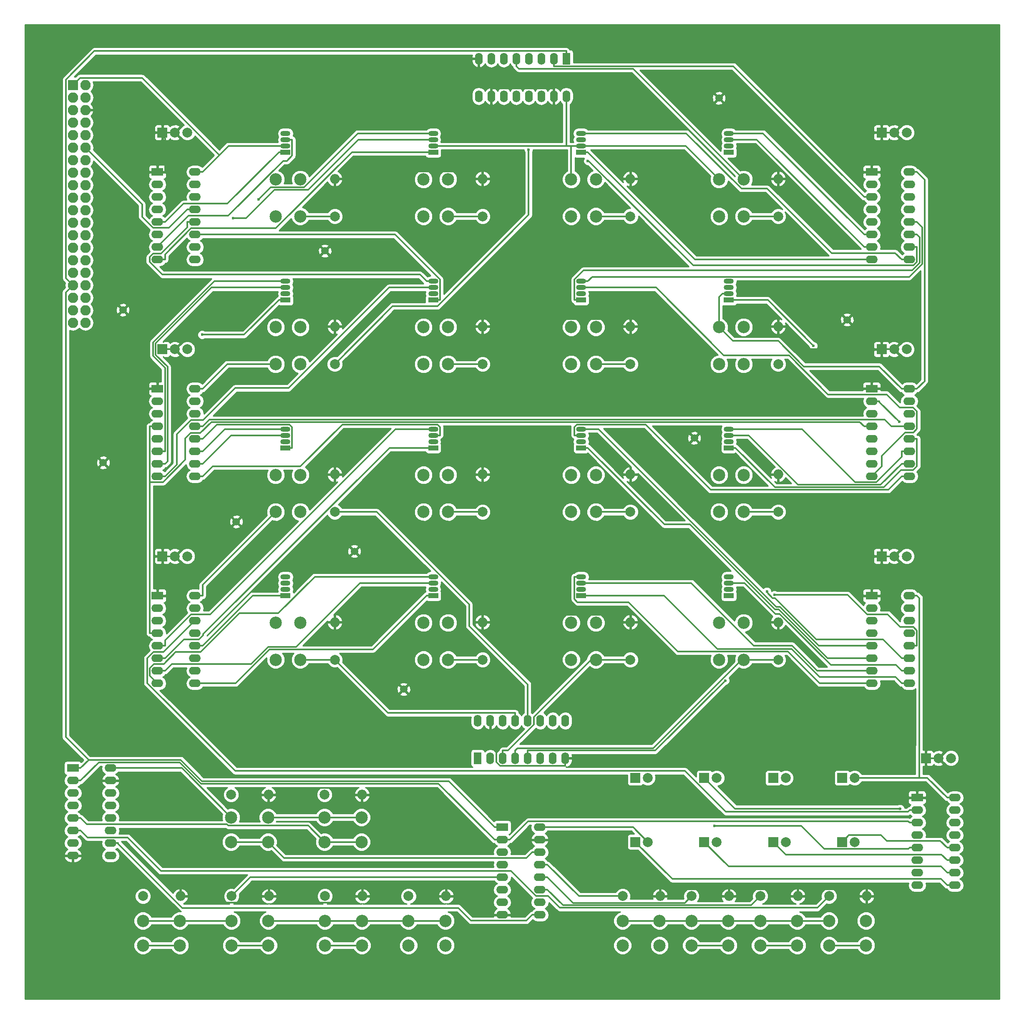
<source format=gbr>
G04 #@! TF.FileFunction,Copper,L1,Top,Signal*
%FSLAX46Y46*%
G04 Gerber Fmt 4.6, Leading zero omitted, Abs format (unit mm)*
G04 Created by KiCad (PCBNEW 4.0.6) date Mon May 20 15:41:34 2019*
%MOMM*%
%LPD*%
G01*
G04 APERTURE LIST*
%ADD10C,0.100000*%
%ADD11C,1.524000*%
%ADD12R,2.400000X1.600000*%
%ADD13O,2.400000X1.600000*%
%ADD14R,1.600000X2.400000*%
%ADD15O,1.600000X2.400000*%
%ADD16C,2.500000*%
%ADD17C,2.000000*%
%ADD18R,2.000000X2.000000*%
%ADD19O,2.000000X2.000000*%
%ADD20R,2.000000X1.070000*%
%ADD21O,2.000000X1.070000*%
%ADD22O,2.100000X2.100000*%
%ADD23C,0.600000*%
%ADD24C,0.300000*%
%ADD25C,0.254000*%
G04 APERTURE END LIST*
D10*
D11*
X196000000Y-125000000D03*
X137000000Y-176000000D03*
X201000000Y-56000000D03*
X121000000Y-87000000D03*
X127000000Y-148000000D03*
X227000000Y-101000000D03*
X103000000Y-142000000D03*
D12*
X241220000Y-198000000D03*
D13*
X248840000Y-215780000D03*
X241220000Y-200540000D03*
X248840000Y-213240000D03*
X241220000Y-203080000D03*
X248840000Y-210700000D03*
X241220000Y-205620000D03*
X248840000Y-208160000D03*
X241220000Y-208160000D03*
X248840000Y-205620000D03*
X241220000Y-210700000D03*
X248840000Y-203080000D03*
X241220000Y-213240000D03*
X248840000Y-200540000D03*
X241220000Y-215780000D03*
X248840000Y-198000000D03*
D12*
X157000000Y-204000000D03*
D13*
X164620000Y-221780000D03*
X157000000Y-206540000D03*
X164620000Y-219240000D03*
X157000000Y-209080000D03*
X164620000Y-216700000D03*
X157000000Y-211620000D03*
X164620000Y-214160000D03*
X157000000Y-214160000D03*
X164620000Y-211620000D03*
X157000000Y-216700000D03*
X164620000Y-209080000D03*
X157000000Y-219240000D03*
X164620000Y-206540000D03*
X157000000Y-221780000D03*
X164620000Y-204000000D03*
D12*
X69850000Y-192000000D03*
D13*
X77470000Y-209780000D03*
X69850000Y-194540000D03*
X77470000Y-207240000D03*
X69850000Y-197080000D03*
X77470000Y-204700000D03*
X69850000Y-199620000D03*
X77470000Y-202160000D03*
X69850000Y-202160000D03*
X77470000Y-199620000D03*
X69850000Y-204700000D03*
X77470000Y-197080000D03*
X69850000Y-207240000D03*
X77470000Y-194540000D03*
X69850000Y-209780000D03*
X77470000Y-192000000D03*
D12*
X232000000Y-157000000D03*
D13*
X239620000Y-174780000D03*
X232000000Y-159540000D03*
X239620000Y-172240000D03*
X232000000Y-162080000D03*
X239620000Y-169700000D03*
X232000000Y-164620000D03*
X239620000Y-167160000D03*
X232000000Y-167160000D03*
X239620000Y-164620000D03*
X232000000Y-169700000D03*
X239620000Y-162080000D03*
X232000000Y-172240000D03*
X239620000Y-159540000D03*
X232000000Y-174780000D03*
X239620000Y-157000000D03*
D12*
X232000000Y-115000000D03*
D13*
X239620000Y-132780000D03*
X232000000Y-117540000D03*
X239620000Y-130240000D03*
X232000000Y-120080000D03*
X239620000Y-127700000D03*
X232000000Y-122620000D03*
X239620000Y-125160000D03*
X232000000Y-125160000D03*
X239620000Y-122620000D03*
X232000000Y-127700000D03*
X239620000Y-120080000D03*
X232000000Y-130240000D03*
X239620000Y-117540000D03*
X232000000Y-132780000D03*
X239620000Y-115000000D03*
D12*
X232000000Y-71000000D03*
D13*
X239620000Y-88780000D03*
X232000000Y-73540000D03*
X239620000Y-86240000D03*
X232000000Y-76080000D03*
X239620000Y-83700000D03*
X232000000Y-78620000D03*
X239620000Y-81160000D03*
X232000000Y-81160000D03*
X239620000Y-78620000D03*
X232000000Y-83700000D03*
X239620000Y-76080000D03*
X232000000Y-86240000D03*
X239620000Y-73540000D03*
X232000000Y-88780000D03*
X239620000Y-71000000D03*
D14*
X152000000Y-190000000D03*
D15*
X169780000Y-182380000D03*
X154540000Y-190000000D03*
X167240000Y-182380000D03*
X157080000Y-190000000D03*
X164700000Y-182380000D03*
X159620000Y-190000000D03*
X162160000Y-182380000D03*
X162160000Y-190000000D03*
X159620000Y-182380000D03*
X164700000Y-190000000D03*
X157080000Y-182380000D03*
X167240000Y-190000000D03*
X154540000Y-182380000D03*
X169780000Y-190000000D03*
X152000000Y-182380000D03*
D14*
X170000000Y-48000000D03*
D15*
X152220000Y-55620000D03*
X167460000Y-48000000D03*
X154760000Y-55620000D03*
X164920000Y-48000000D03*
X157300000Y-55620000D03*
X162380000Y-48000000D03*
X159840000Y-55620000D03*
X159840000Y-48000000D03*
X162380000Y-55620000D03*
X157300000Y-48000000D03*
X164920000Y-55620000D03*
X154760000Y-48000000D03*
X167460000Y-55620000D03*
X152220000Y-48000000D03*
X170000000Y-55620000D03*
D12*
X87000000Y-157000000D03*
D13*
X94620000Y-174780000D03*
X87000000Y-159540000D03*
X94620000Y-172240000D03*
X87000000Y-162080000D03*
X94620000Y-169700000D03*
X87000000Y-164620000D03*
X94620000Y-167160000D03*
X87000000Y-167160000D03*
X94620000Y-164620000D03*
X87000000Y-169700000D03*
X94620000Y-162080000D03*
X87000000Y-172240000D03*
X94620000Y-159540000D03*
X87000000Y-174780000D03*
X94620000Y-157000000D03*
D12*
X87000000Y-115000000D03*
D13*
X94620000Y-132780000D03*
X87000000Y-117540000D03*
X94620000Y-130240000D03*
X87000000Y-120080000D03*
X94620000Y-127700000D03*
X87000000Y-122620000D03*
X94620000Y-125160000D03*
X87000000Y-125160000D03*
X94620000Y-122620000D03*
X87000000Y-127700000D03*
X94620000Y-120080000D03*
X87000000Y-130240000D03*
X94620000Y-117540000D03*
X87000000Y-132780000D03*
X94620000Y-115000000D03*
D12*
X87000000Y-71000000D03*
D13*
X94620000Y-88780000D03*
X87000000Y-73540000D03*
X94620000Y-86240000D03*
X87000000Y-76080000D03*
X94620000Y-83700000D03*
X87000000Y-78620000D03*
X94620000Y-81160000D03*
X87000000Y-81160000D03*
X94620000Y-78620000D03*
X87000000Y-83700000D03*
X94620000Y-76080000D03*
X87000000Y-86240000D03*
X94620000Y-73540000D03*
X87000000Y-88780000D03*
X94620000Y-71000000D03*
D16*
X120920000Y-207000000D03*
X120920000Y-202000000D03*
X128420000Y-207000000D03*
X128420000Y-202000000D03*
X223330000Y-228000000D03*
X223330000Y-223000000D03*
X230830000Y-228000000D03*
X230830000Y-223000000D03*
X209360000Y-228000000D03*
X209360000Y-223000000D03*
X216860000Y-228000000D03*
X216860000Y-223000000D03*
X195390000Y-228000000D03*
X195390000Y-223000000D03*
X202890000Y-228000000D03*
X202890000Y-223000000D03*
X181420000Y-228000000D03*
X181420000Y-223000000D03*
X188920000Y-228000000D03*
X188920000Y-223000000D03*
X101950000Y-207000000D03*
X101950000Y-202000000D03*
X109450000Y-207000000D03*
X109450000Y-202000000D03*
X137970000Y-228000000D03*
X137970000Y-223000000D03*
X145470000Y-228000000D03*
X145470000Y-223000000D03*
X121000000Y-228000000D03*
X121000000Y-223000000D03*
X128500000Y-228000000D03*
X128500000Y-223000000D03*
X102030000Y-228000000D03*
X102030000Y-223000000D03*
X109530000Y-228000000D03*
X109530000Y-223000000D03*
X84060000Y-228000000D03*
X84060000Y-223000000D03*
X91560000Y-228000000D03*
X91560000Y-223000000D03*
X206000000Y-170000000D03*
X201000000Y-170000000D03*
X206000000Y-162500000D03*
X201000000Y-162500000D03*
X206000000Y-140000000D03*
X201000000Y-140000000D03*
X206000000Y-132500000D03*
X201000000Y-132500000D03*
X206000000Y-110000000D03*
X201000000Y-110000000D03*
X206000000Y-102500000D03*
X201000000Y-102500000D03*
X206000000Y-80000000D03*
X201000000Y-80000000D03*
X206000000Y-72500000D03*
X201000000Y-72500000D03*
X176000000Y-170000000D03*
X171000000Y-170000000D03*
X176000000Y-162500000D03*
X171000000Y-162500000D03*
X176000000Y-140000000D03*
X171000000Y-140000000D03*
X176000000Y-132500000D03*
X171000000Y-132500000D03*
X176000000Y-110000000D03*
X171000000Y-110000000D03*
X176000000Y-102500000D03*
X171000000Y-102500000D03*
X176000000Y-80000000D03*
X171000000Y-80000000D03*
X176000000Y-72500000D03*
X171000000Y-72500000D03*
X146000000Y-170000000D03*
X141000000Y-170000000D03*
X146000000Y-162500000D03*
X141000000Y-162500000D03*
X146000000Y-140000000D03*
X141000000Y-140000000D03*
X146000000Y-132500000D03*
X141000000Y-132500000D03*
X146000000Y-110000000D03*
X141000000Y-110000000D03*
X146000000Y-102500000D03*
X141000000Y-102500000D03*
X146000000Y-80000000D03*
X141000000Y-80000000D03*
X146000000Y-72500000D03*
X141000000Y-72500000D03*
X116000000Y-170000000D03*
X111000000Y-170000000D03*
X116000000Y-162500000D03*
X111000000Y-162500000D03*
X116000000Y-140000000D03*
X111000000Y-140000000D03*
X116000000Y-132500000D03*
X111000000Y-132500000D03*
X116000000Y-110000000D03*
X111000000Y-110000000D03*
X116000000Y-102500000D03*
X111000000Y-102500000D03*
D17*
X239080000Y-149000000D03*
D18*
X234000000Y-149000000D03*
D17*
X236540000Y-149000000D03*
X239080000Y-107000000D03*
D18*
X234000000Y-107000000D03*
D17*
X236540000Y-107000000D03*
X239080000Y-63000000D03*
D18*
X234000000Y-63000000D03*
D17*
X236540000Y-63000000D03*
X93080000Y-149000000D03*
D18*
X88000000Y-149000000D03*
D17*
X90540000Y-149000000D03*
X93080000Y-107000000D03*
D18*
X88000000Y-107000000D03*
D17*
X90540000Y-107000000D03*
X93080000Y-63000000D03*
D18*
X88000000Y-63000000D03*
D17*
X90540000Y-63000000D03*
X120920000Y-197390000D03*
D19*
X128540000Y-197390000D03*
D17*
X223330000Y-218000000D03*
D19*
X230950000Y-218000000D03*
D17*
X209360000Y-218000000D03*
D19*
X216980000Y-218000000D03*
D17*
X195390000Y-218000000D03*
D19*
X203010000Y-218000000D03*
D17*
X181420000Y-218000000D03*
D19*
X189040000Y-218000000D03*
D17*
X101950000Y-197390000D03*
D19*
X109570000Y-197390000D03*
D17*
X137970000Y-218000000D03*
D19*
X145590000Y-218000000D03*
D17*
X121000000Y-218000000D03*
D19*
X128620000Y-218000000D03*
D17*
X102030000Y-218000000D03*
D19*
X109650000Y-218000000D03*
D17*
X84060000Y-218000000D03*
D19*
X91680000Y-218000000D03*
D17*
X213000000Y-170000000D03*
D19*
X213000000Y-162380000D03*
D17*
X213000000Y-140000000D03*
D19*
X213000000Y-132380000D03*
D17*
X213000000Y-110000000D03*
D19*
X213000000Y-102380000D03*
D17*
X213000000Y-80000000D03*
D19*
X213000000Y-72380000D03*
D17*
X183000000Y-170000000D03*
D19*
X183000000Y-162380000D03*
D17*
X183000000Y-140000000D03*
D19*
X183000000Y-132380000D03*
D17*
X183000000Y-110000000D03*
D19*
X183000000Y-102380000D03*
D17*
X183000000Y-80000000D03*
D19*
X183000000Y-72380000D03*
D17*
X153000000Y-170000000D03*
D19*
X153000000Y-162380000D03*
D17*
X153000000Y-140000000D03*
D19*
X153000000Y-132380000D03*
D17*
X153000000Y-110000000D03*
D19*
X153000000Y-102380000D03*
D17*
X153000000Y-80000000D03*
D19*
X153000000Y-72380000D03*
D17*
X123000000Y-170000000D03*
D19*
X123000000Y-162380000D03*
D17*
X123000000Y-140000000D03*
D19*
X123000000Y-132380000D03*
D17*
X123000000Y-110000000D03*
D19*
X123000000Y-102380000D03*
D17*
X123000000Y-80000000D03*
D19*
X123000000Y-72380000D03*
D18*
X226000000Y-207000000D03*
D17*
X228540000Y-207000000D03*
D18*
X212000000Y-207000000D03*
D17*
X214540000Y-207000000D03*
D18*
X198000000Y-207000000D03*
D17*
X200540000Y-207000000D03*
D18*
X184000000Y-207000000D03*
D17*
X186540000Y-207000000D03*
D18*
X226000000Y-194000000D03*
D17*
X228540000Y-194000000D03*
D18*
X212000000Y-194000000D03*
D17*
X214540000Y-194000000D03*
D18*
X198000000Y-194000000D03*
D17*
X200540000Y-194000000D03*
D18*
X184000000Y-194000000D03*
D17*
X186540000Y-194000000D03*
D20*
X203000000Y-157000000D03*
D21*
X203000000Y-155730000D03*
X203000000Y-154460000D03*
X203000000Y-153190000D03*
D20*
X203000000Y-127000000D03*
D21*
X203000000Y-125730000D03*
X203000000Y-124460000D03*
X203000000Y-123190000D03*
D20*
X203000000Y-97000000D03*
D21*
X203000000Y-95730000D03*
X203000000Y-94460000D03*
X203000000Y-93190000D03*
D20*
X203000000Y-67000000D03*
D21*
X203000000Y-65730000D03*
X203000000Y-64460000D03*
X203000000Y-63190000D03*
D20*
X173000000Y-157000000D03*
D21*
X173000000Y-155730000D03*
X173000000Y-154460000D03*
X173000000Y-153190000D03*
D20*
X173000000Y-127000000D03*
D21*
X173000000Y-125730000D03*
X173000000Y-124460000D03*
X173000000Y-123190000D03*
D20*
X173000000Y-97000000D03*
D21*
X173000000Y-95730000D03*
X173000000Y-94460000D03*
X173000000Y-93190000D03*
D20*
X173000000Y-67000000D03*
D21*
X173000000Y-65730000D03*
X173000000Y-64460000D03*
X173000000Y-63190000D03*
D20*
X143000000Y-157000000D03*
D21*
X143000000Y-155730000D03*
X143000000Y-154460000D03*
X143000000Y-153190000D03*
D20*
X143000000Y-127000000D03*
D21*
X143000000Y-125730000D03*
X143000000Y-124460000D03*
X143000000Y-123190000D03*
D20*
X143000000Y-97000000D03*
D21*
X143000000Y-95730000D03*
X143000000Y-94460000D03*
X143000000Y-93190000D03*
D20*
X143000000Y-67000000D03*
D21*
X143000000Y-65730000D03*
X143000000Y-64460000D03*
X143000000Y-63190000D03*
D20*
X113000000Y-157000000D03*
D21*
X113000000Y-155730000D03*
X113000000Y-154460000D03*
X113000000Y-153190000D03*
D20*
X113000000Y-127000000D03*
D21*
X113000000Y-125730000D03*
X113000000Y-124460000D03*
X113000000Y-123190000D03*
D20*
X113000000Y-97000000D03*
D21*
X113000000Y-95730000D03*
X113000000Y-94460000D03*
X113000000Y-93190000D03*
D20*
X113000000Y-67000000D03*
D21*
X113000000Y-65730000D03*
X113000000Y-64460000D03*
X113000000Y-63190000D03*
D16*
X116000000Y-80000000D03*
X111000000Y-80000000D03*
X116000000Y-72500000D03*
X111000000Y-72500000D03*
D17*
X248080000Y-190000000D03*
D18*
X243000000Y-190000000D03*
D17*
X245540000Y-190000000D03*
D18*
X69850000Y-53340000D03*
D22*
X72390000Y-53340000D03*
X69850000Y-55880000D03*
X72390000Y-55880000D03*
X69850000Y-58420000D03*
X72390000Y-58420000D03*
X69850000Y-60960000D03*
X72390000Y-60960000D03*
X69850000Y-63500000D03*
X72390000Y-63500000D03*
X69850000Y-66040000D03*
X72390000Y-66040000D03*
X69850000Y-68580000D03*
X72390000Y-68580000D03*
X69850000Y-71120000D03*
X72390000Y-71120000D03*
X69850000Y-73660000D03*
X72390000Y-73660000D03*
X69850000Y-76200000D03*
X72390000Y-76200000D03*
X69850000Y-78740000D03*
X72390000Y-78740000D03*
X69850000Y-81280000D03*
X72390000Y-81280000D03*
X69850000Y-83820000D03*
X72390000Y-83820000D03*
X69850000Y-86360000D03*
X72390000Y-86360000D03*
X69850000Y-88900000D03*
X72390000Y-88900000D03*
X69850000Y-91440000D03*
X72390000Y-91440000D03*
X69850000Y-93980000D03*
X72390000Y-93980000D03*
X69850000Y-96520000D03*
X72390000Y-96520000D03*
X69850000Y-99060000D03*
X72390000Y-99060000D03*
X69850000Y-101600000D03*
X72390000Y-101600000D03*
D11*
X80000000Y-99000000D03*
X76000000Y-130000000D03*
D23*
X96070600Y-104038600D03*
X107562500Y-76557400D03*
X102414500Y-80373600D03*
X174350400Y-68763100D03*
X220165500Y-106284700D03*
X210713700Y-156128000D03*
X212233700Y-156852600D03*
X200045400Y-203761100D03*
X237730000Y-200229100D03*
X162349500Y-66490100D03*
X202258100Y-174241100D03*
X237555000Y-121678000D03*
D24*
X93350000Y-79890000D02*
X87000000Y-86240000D01*
X101346800Y-79890000D02*
X93350000Y-79890000D01*
X112500900Y-68735900D02*
X101346800Y-79890000D01*
X113300000Y-68735900D02*
X112500900Y-68735900D01*
X114350300Y-67685600D02*
X113300000Y-68735900D01*
X114350300Y-64460000D02*
X114350300Y-67685600D01*
X113000000Y-64460000D02*
X114350300Y-64460000D01*
X94620000Y-71000000D02*
X96170300Y-71000000D01*
X71305400Y-51884600D02*
X69850000Y-53340000D01*
X83889400Y-51884600D02*
X71305400Y-51884600D01*
X99587600Y-67582700D02*
X83889400Y-51884600D01*
X99587600Y-67582700D02*
X96170300Y-71000000D01*
X203000000Y-95730000D02*
X201649700Y-95730000D01*
X84060000Y-223000000D02*
X91560000Y-223000000D01*
X91560000Y-223000000D02*
X102030000Y-223000000D01*
X109530000Y-223000000D02*
X121000000Y-223000000D01*
X121000000Y-223000000D02*
X128500000Y-223000000D01*
X128500000Y-223000000D02*
X137970000Y-223000000D01*
X145470000Y-223000000D02*
X137970000Y-223000000D01*
X109450000Y-202000000D02*
X120920000Y-202000000D01*
X181420000Y-223000000D02*
X188920000Y-223000000D01*
X188920000Y-223000000D02*
X195390000Y-223000000D01*
X195390000Y-223000000D02*
X202890000Y-223000000D01*
X216860000Y-223000000D02*
X223330000Y-223000000D01*
X202890000Y-223000000D02*
X209360000Y-223000000D01*
X209360000Y-223000000D02*
X216860000Y-223000000D01*
X128420000Y-202000000D02*
X120920000Y-202000000D01*
X77470000Y-192000000D02*
X79020300Y-192000000D01*
X96170300Y-154829700D02*
X111000000Y-140000000D01*
X96170300Y-157000000D02*
X96170300Y-154829700D01*
X94620000Y-157000000D02*
X96170300Y-157000000D01*
X194230000Y-65730000D02*
X201000000Y-72500000D01*
X173000000Y-65730000D02*
X194230000Y-65730000D01*
X91950000Y-192000000D02*
X101950000Y-202000000D01*
X79020300Y-192000000D02*
X91950000Y-192000000D01*
X101440300Y-65730000D02*
X99587600Y-67582700D01*
X113000000Y-65730000D02*
X101440300Y-65730000D01*
X101170300Y-110000000D02*
X96170300Y-115000000D01*
X111000000Y-110000000D02*
X101170300Y-110000000D01*
X94620000Y-115000000D02*
X96170300Y-115000000D01*
X248840000Y-198000000D02*
X247289700Y-198000000D01*
X171000000Y-65730000D02*
X171000000Y-72500000D01*
X171000000Y-65730000D02*
X173000000Y-65730000D01*
X170000000Y-55620000D02*
X170000000Y-57170300D01*
X170000000Y-65730000D02*
X170000000Y-57170300D01*
X143000000Y-65730000D02*
X170000000Y-65730000D01*
X170000000Y-65730000D02*
X171000000Y-65730000D01*
X183540000Y-204000000D02*
X164620000Y-204000000D01*
X186540000Y-207000000D02*
X183540000Y-204000000D01*
X239620000Y-157000000D02*
X241170300Y-157000000D01*
X241671400Y-157501100D02*
X241170300Y-157000000D01*
X241671400Y-187548600D02*
X241671400Y-157501100D01*
X241621100Y-187598900D02*
X241671400Y-187548600D01*
X241621100Y-194000000D02*
X241621100Y-187598900D01*
X228540000Y-194000000D02*
X241621100Y-194000000D01*
X243289700Y-194000000D02*
X247289700Y-198000000D01*
X241621100Y-194000000D02*
X243289700Y-194000000D01*
X239620000Y-115000000D02*
X238069700Y-115000000D01*
X201000000Y-96379700D02*
X201649700Y-95730000D01*
X201000000Y-102500000D02*
X201000000Y-96379700D01*
X233547600Y-110477900D02*
X238069700Y-115000000D01*
X218183400Y-110477900D02*
X233547600Y-110477900D01*
X213001700Y-105296200D02*
X218183400Y-110477900D01*
X203796200Y-105296200D02*
X213001700Y-105296200D01*
X201000000Y-102500000D02*
X203796200Y-105296200D01*
X239620000Y-71000000D02*
X241170300Y-71000000D01*
X239620000Y-115000000D02*
X241170300Y-115000000D01*
X242723600Y-72553300D02*
X241170300Y-71000000D01*
X242723600Y-113446700D02*
X242723600Y-72553300D01*
X241170300Y-115000000D02*
X242723600Y-113446700D01*
X87000000Y-81160000D02*
X88550300Y-81160000D01*
X113000000Y-67000000D02*
X111649700Y-67000000D01*
X101206700Y-77443000D02*
X111649700Y-67000000D01*
X92267300Y-77443000D02*
X101206700Y-77443000D01*
X88550300Y-81160000D02*
X92267300Y-77443000D01*
X87000000Y-127700000D02*
X88550300Y-127700000D01*
X88550300Y-110753200D02*
X88550300Y-127700000D01*
X86149300Y-108352200D02*
X88550300Y-110753200D01*
X86149300Y-105593500D02*
X86149300Y-108352200D01*
X98552800Y-93190000D02*
X86149300Y-105593500D01*
X113000000Y-93190000D02*
X98552800Y-93190000D01*
X89053900Y-129736400D02*
X88550300Y-130240000D01*
X89053900Y-110549300D02*
X89053900Y-129736400D01*
X86649700Y-108145100D02*
X89053900Y-110549300D01*
X86649700Y-105800600D02*
X86649700Y-108145100D01*
X97990300Y-94460000D02*
X86649700Y-105800600D01*
X113000000Y-94460000D02*
X97990300Y-94460000D01*
X87000000Y-130240000D02*
X88550300Y-130240000D01*
X113000000Y-97000000D02*
X111649700Y-97000000D01*
X104611100Y-104038600D02*
X96070600Y-104038600D01*
X111649700Y-97000000D02*
X104611100Y-104038600D01*
X100680300Y-123190000D02*
X96170300Y-127700000D01*
X113000000Y-123190000D02*
X100680300Y-123190000D01*
X94620000Y-127700000D02*
X96170300Y-127700000D01*
X94620000Y-130240000D02*
X96170300Y-130240000D01*
X101950300Y-124460000D02*
X113000000Y-124460000D01*
X96170300Y-130240000D02*
X101950300Y-124460000D01*
X99055700Y-122274600D02*
X96170300Y-125160000D01*
X113813000Y-122274600D02*
X99055700Y-122274600D01*
X114350300Y-122811900D02*
X113813000Y-122274600D01*
X114350300Y-127000000D02*
X114350300Y-122811900D01*
X113000000Y-127000000D02*
X114350300Y-127000000D01*
X94620000Y-125160000D02*
X96170300Y-125160000D01*
X106330300Y-157000000D02*
X96170300Y-167160000D01*
X113000000Y-157000000D02*
X106330300Y-157000000D01*
X94620000Y-167160000D02*
X96170300Y-167160000D01*
X110019500Y-74100400D02*
X107562500Y-76557400D01*
X116759100Y-74100400D02*
X110019500Y-74100400D01*
X127669500Y-63190000D02*
X116759100Y-74100400D01*
X143000000Y-63190000D02*
X127669500Y-63190000D01*
X127814600Y-64460000D02*
X143000000Y-64460000D01*
X117624500Y-74650100D02*
X127814600Y-64460000D01*
X110718000Y-74650100D02*
X117624500Y-74650100D01*
X104994500Y-80373600D02*
X110718000Y-74650100D01*
X102414500Y-80373600D02*
X104994500Y-80373600D01*
X88550300Y-87735800D02*
X88550300Y-88780000D01*
X93856100Y-82430000D02*
X88550300Y-87735800D01*
X111040300Y-82430000D02*
X93856100Y-82430000D01*
X126470300Y-67000000D02*
X111040300Y-82430000D01*
X143000000Y-67000000D02*
X126470300Y-67000000D01*
X87000000Y-88780000D02*
X88550300Y-88780000D01*
X143000000Y-93190000D02*
X141649700Y-93190000D01*
X140299400Y-91839700D02*
X141649700Y-93190000D01*
X87997600Y-91839700D02*
X140299400Y-91839700D01*
X85406500Y-89248600D02*
X87997600Y-91839700D01*
X85406500Y-88284500D02*
X85406500Y-89248600D01*
X86106000Y-87585000D02*
X85406500Y-88284500D01*
X87722900Y-87585000D02*
X86106000Y-87585000D01*
X93069700Y-82238200D02*
X87722900Y-87585000D01*
X93069700Y-81160000D02*
X93069700Y-82238200D01*
X94620000Y-81160000D02*
X93069700Y-81160000D01*
X87000000Y-132780000D02*
X88550300Y-132780000D01*
X90926500Y-130403800D02*
X88550300Y-132780000D01*
X90926500Y-124217700D02*
X90926500Y-130403800D01*
X93794200Y-121350000D02*
X90926500Y-124217700D01*
X96305100Y-121350000D02*
X93794200Y-121350000D01*
X102781300Y-114873800D02*
X96305100Y-121350000D01*
X113610500Y-114873800D02*
X102781300Y-114873800D01*
X134024300Y-94460000D02*
X113610500Y-114873800D01*
X143000000Y-94460000D02*
X134024300Y-94460000D01*
X135239500Y-83700000D02*
X94620000Y-83700000D01*
X144350300Y-92810800D02*
X135239500Y-83700000D01*
X144350300Y-97000000D02*
X144350300Y-92810800D01*
X143000000Y-97000000D02*
X144350300Y-97000000D01*
X87000000Y-167160000D02*
X88550300Y-167160000D01*
X135342500Y-123190000D02*
X143000000Y-123190000D01*
X97722500Y-160810000D02*
X135342500Y-123190000D01*
X93824300Y-160810000D02*
X97722500Y-160810000D01*
X88550300Y-166084000D02*
X93824300Y-160810000D01*
X88550300Y-167160000D02*
X88550300Y-166084000D01*
X98209900Y-130740400D02*
X96170300Y-132780000D01*
X116050500Y-130740400D02*
X98209900Y-130740400D01*
X124520500Y-122270400D02*
X116050500Y-130740400D01*
X143830000Y-122270400D02*
X124520500Y-122270400D01*
X144350300Y-122790700D02*
X143830000Y-122270400D01*
X144350300Y-124460000D02*
X144350300Y-122790700D01*
X143000000Y-124460000D02*
X144350300Y-124460000D01*
X94620000Y-132780000D02*
X96170300Y-132780000D01*
X92360300Y-165890000D02*
X88550300Y-169700000D01*
X95476300Y-165890000D02*
X92360300Y-165890000D01*
X96305100Y-165061200D02*
X95476300Y-165890000D01*
X96305100Y-164784800D02*
X96305100Y-165061200D01*
X134089900Y-127000000D02*
X96305100Y-164784800D01*
X143000000Y-127000000D02*
X134089900Y-127000000D01*
X87000000Y-169700000D02*
X88550300Y-169700000D01*
X85437600Y-173217600D02*
X87000000Y-174780000D01*
X85437600Y-171706300D02*
X85437600Y-173217600D01*
X86293300Y-170850600D02*
X85437600Y-171706300D01*
X88300100Y-170850600D02*
X86293300Y-170850600D01*
X90720700Y-168430000D02*
X88300100Y-170850600D01*
X95800500Y-168430000D02*
X90720700Y-168430000D01*
X103639800Y-160590700D02*
X95800500Y-168430000D01*
X111559300Y-160590700D02*
X103639800Y-160590700D01*
X118960000Y-153190000D02*
X111559300Y-160590700D01*
X143000000Y-153190000D02*
X118960000Y-153190000D01*
X87000000Y-172240000D02*
X88550300Y-172240000D01*
X128088100Y-154460000D02*
X143000000Y-154460000D01*
X115144600Y-167403500D02*
X128088100Y-154460000D01*
X109505400Y-167403500D02*
X115144600Y-167403500D01*
X106058500Y-170850400D02*
X109505400Y-167403500D01*
X89939900Y-170850400D02*
X106058500Y-170850400D01*
X88550300Y-172240000D02*
X89939900Y-170850400D01*
X130745900Y-167903800D02*
X141649700Y-157000000D01*
X109755400Y-167903800D02*
X130745900Y-167903800D01*
X102879200Y-174780000D02*
X109755400Y-167903800D01*
X94620000Y-174780000D02*
X102879200Y-174780000D01*
X143000000Y-157000000D02*
X141649700Y-157000000D01*
X194366900Y-63190000D02*
X173000000Y-63190000D01*
X205547200Y-74370300D02*
X194366900Y-63190000D01*
X210776700Y-74370300D02*
X205547200Y-74370300D01*
X223862300Y-87455900D02*
X210776700Y-74370300D01*
X236745600Y-87455900D02*
X223862300Y-87455900D01*
X238069700Y-88780000D02*
X236745600Y-87455900D01*
X239620000Y-88780000D02*
X238069700Y-88780000D01*
X239620000Y-86240000D02*
X241170300Y-86240000D01*
X174350400Y-68763200D02*
X174350400Y-68763100D01*
X174526700Y-68763200D02*
X174350400Y-68763200D01*
X195728200Y-89964700D02*
X174526700Y-68763200D01*
X240495000Y-89964700D02*
X195728200Y-89964700D01*
X241170300Y-89289400D02*
X240495000Y-89964700D01*
X241170300Y-86240000D02*
X241170300Y-89289400D01*
X173000000Y-67000000D02*
X174350300Y-67000000D01*
X196130300Y-88780000D02*
X174350300Y-67000000D01*
X232000000Y-88780000D02*
X196130300Y-88780000D01*
X242223200Y-82212900D02*
X241170300Y-81160000D01*
X242223200Y-89667500D02*
X242223200Y-82212900D01*
X239603100Y-92287600D02*
X242223200Y-89667500D01*
X175252700Y-92287600D02*
X239603100Y-92287600D01*
X174350300Y-93190000D02*
X175252700Y-92287600D01*
X173000000Y-93190000D02*
X174350300Y-93190000D01*
X239620000Y-81160000D02*
X241170300Y-81160000D01*
X234043400Y-130736600D02*
X232000000Y-132780000D01*
X234043400Y-128640000D02*
X234043400Y-130736600D01*
X238793400Y-123890000D02*
X234043400Y-128640000D01*
X240442300Y-123890000D02*
X238793400Y-123890000D01*
X241175500Y-123156800D02*
X240442300Y-123890000D01*
X241175500Y-119595100D02*
X241175500Y-123156800D01*
X240390400Y-118810000D02*
X241175500Y-119595100D01*
X237696700Y-118810000D02*
X240390400Y-118810000D01*
X235037200Y-116150500D02*
X237696700Y-118810000D01*
X223148300Y-116150500D02*
X235037200Y-116150500D01*
X215228500Y-108230700D02*
X223148300Y-116150500D01*
X201982700Y-108230700D02*
X215228500Y-108230700D01*
X188212000Y-94460000D02*
X201982700Y-108230700D01*
X173000000Y-94460000D02*
X188212000Y-94460000D01*
X241721600Y-84251300D02*
X241170300Y-83700000D01*
X241721600Y-89445600D02*
X241721600Y-84251300D01*
X240197300Y-90969900D02*
X241721600Y-89445600D01*
X173493100Y-90969900D02*
X240197300Y-90969900D01*
X171649700Y-92813300D02*
X173493100Y-90969900D01*
X171649700Y-97000000D02*
X171649700Y-92813300D01*
X173000000Y-97000000D02*
X171649700Y-97000000D01*
X239620000Y-83700000D02*
X241170300Y-83700000D01*
X176574500Y-123190000D02*
X173000000Y-123190000D01*
X212631800Y-159247300D02*
X176574500Y-123190000D01*
X213375800Y-159247300D02*
X212631800Y-159247300D01*
X221288500Y-167160000D02*
X213375800Y-159247300D01*
X232000000Y-167160000D02*
X221288500Y-167160000D01*
X235350800Y-135498900D02*
X238069700Y-132780000D01*
X199311100Y-135498900D02*
X235350800Y-135498900D01*
X186101100Y-122288900D02*
X199311100Y-135498900D01*
X172151500Y-122288900D02*
X186101100Y-122288900D01*
X171649700Y-122790700D02*
X172151500Y-122288900D01*
X171649700Y-124460000D02*
X171649700Y-122790700D01*
X173000000Y-124460000D02*
X171649700Y-124460000D01*
X239620000Y-132780000D02*
X238069700Y-132780000D01*
X222988200Y-169700000D02*
X232000000Y-169700000D01*
X213108900Y-159820700D02*
X222988200Y-169700000D01*
X212326800Y-159820700D02*
X213108900Y-159820700D01*
X195047200Y-142541100D02*
X212326800Y-159820700D01*
X189891400Y-142541100D02*
X195047200Y-142541100D01*
X174350300Y-127000000D02*
X189891400Y-142541100D01*
X173000000Y-127000000D02*
X174350300Y-127000000D01*
X173000000Y-153190000D02*
X171649700Y-153190000D01*
X221442500Y-174780000D02*
X232000000Y-174780000D01*
X215015800Y-168353300D02*
X221442500Y-174780000D01*
X192654900Y-168353300D02*
X215015800Y-168353300D01*
X182621900Y-158320300D02*
X192654900Y-168353300D01*
X172264100Y-158320300D02*
X182621900Y-158320300D01*
X171649700Y-157705900D02*
X172264100Y-158320300D01*
X171649700Y-153190000D02*
X171649700Y-157705900D01*
X195358600Y-154460000D02*
X173000000Y-154460000D01*
X208025100Y-167126500D02*
X195358600Y-154460000D01*
X215834100Y-167126500D02*
X208025100Y-167126500D01*
X220947600Y-172240000D02*
X215834100Y-167126500D01*
X232000000Y-172240000D02*
X220947600Y-172240000D01*
X189799200Y-157000000D02*
X173000000Y-157000000D01*
X200652100Y-167852900D02*
X189799200Y-157000000D01*
X215767400Y-167852900D02*
X200652100Y-167852900D01*
X221424500Y-173510000D02*
X215767400Y-167852900D01*
X236799700Y-173510000D02*
X221424500Y-173510000D01*
X238069700Y-174780000D02*
X236799700Y-173510000D01*
X239620000Y-174780000D02*
X238069700Y-174780000D01*
X209939700Y-63190000D02*
X230449700Y-83700000D01*
X203000000Y-63190000D02*
X209939700Y-63190000D01*
X232000000Y-83700000D02*
X230449700Y-83700000D01*
X232000000Y-86240000D02*
X230449700Y-86240000D01*
X208669700Y-64460000D02*
X230449700Y-86240000D01*
X203000000Y-64460000D02*
X208669700Y-64460000D01*
X210880800Y-97000000D02*
X220165500Y-106284700D01*
X203000000Y-97000000D02*
X210880800Y-97000000D01*
X238069700Y-128776000D02*
X238069700Y-127700000D01*
X232903000Y-133942700D02*
X238069700Y-128776000D01*
X228628800Y-133942700D02*
X232903000Y-133942700D01*
X217876100Y-123190000D02*
X228628800Y-133942700D01*
X203000000Y-123190000D02*
X217876100Y-123190000D01*
X239620000Y-127700000D02*
X238069700Y-127700000D01*
X233811500Y-134498200D02*
X238069700Y-130240000D01*
X217029000Y-134498200D02*
X233811500Y-134498200D01*
X206990800Y-124460000D02*
X217029000Y-134498200D01*
X203000000Y-124460000D02*
X206990800Y-124460000D01*
X239620000Y-130240000D02*
X238069700Y-130240000D01*
X241170300Y-130730100D02*
X241170300Y-125160000D01*
X240390400Y-131510000D02*
X241170300Y-130730100D01*
X237934900Y-131510000D02*
X240390400Y-131510000D01*
X234446400Y-134998500D02*
X237934900Y-131510000D01*
X212348800Y-134998500D02*
X234446400Y-134998500D01*
X204350300Y-127000000D02*
X212348800Y-134998500D01*
X203000000Y-127000000D02*
X204350300Y-127000000D01*
X239620000Y-125160000D02*
X241170300Y-125160000D01*
X239620000Y-169700000D02*
X238069700Y-169700000D01*
X210713700Y-156340300D02*
X210713700Y-156128000D01*
X211876300Y-157502900D02*
X210713700Y-156340300D01*
X212343600Y-157502900D02*
X211876300Y-157502900D01*
X220730700Y-165890000D02*
X212343600Y-157502900D01*
X234259700Y-165890000D02*
X220730700Y-165890000D01*
X238069700Y-169700000D02*
X234259700Y-165890000D01*
X239620000Y-172240000D02*
X238069700Y-172240000D01*
X236914900Y-171085200D02*
X238069700Y-172240000D01*
X223665700Y-171085200D02*
X236914900Y-171085200D01*
X213328700Y-160748200D02*
X223665700Y-171085200D01*
X212461200Y-160748200D02*
X213328700Y-160748200D01*
X206173000Y-154460000D02*
X212461200Y-160748200D01*
X203000000Y-154460000D02*
X206173000Y-154460000D01*
X241170300Y-164079400D02*
X241170300Y-167160000D01*
X240440900Y-163350000D02*
X241170300Y-164079400D01*
X237775700Y-163350000D02*
X240440900Y-163350000D01*
X235235700Y-160810000D02*
X237775700Y-163350000D01*
X231069800Y-160810000D02*
X235235700Y-160810000D01*
X227112400Y-156852600D02*
X231069800Y-160810000D01*
X212233700Y-156852600D02*
X227112400Y-156852600D01*
X239620000Y-167160000D02*
X241170300Y-167160000D01*
X239449100Y-208380600D02*
X239669700Y-208160000D01*
X222328900Y-208380600D02*
X239449100Y-208380600D01*
X217709400Y-203761100D02*
X222328900Y-208380600D01*
X200045400Y-203761100D02*
X217709400Y-203761100D01*
X241220000Y-208160000D02*
X239669700Y-208160000D01*
X204229100Y-200229100D02*
X237730000Y-200229100D01*
X198000000Y-194000000D02*
X204229100Y-200229100D01*
X246019700Y-214510000D02*
X247289700Y-215780000D01*
X191510000Y-214510000D02*
X246019700Y-214510000D01*
X184000000Y-207000000D02*
X191510000Y-214510000D01*
X248840000Y-215780000D02*
X247289700Y-215780000D01*
X246019700Y-211970000D02*
X247289700Y-213240000D01*
X202970000Y-211970000D02*
X246019700Y-211970000D01*
X198000000Y-207000000D02*
X202970000Y-211970000D01*
X248840000Y-213240000D02*
X247289700Y-213240000D01*
X214542700Y-209542700D02*
X212000000Y-207000000D01*
X246132400Y-209542700D02*
X214542700Y-209542700D01*
X247289700Y-210700000D02*
X246132400Y-209542700D01*
X248840000Y-210700000D02*
X247289700Y-210700000D01*
X245900100Y-206770400D02*
X247289700Y-208160000D01*
X235040500Y-206770400D02*
X245900100Y-206770400D01*
X233899300Y-205629200D02*
X235040500Y-206770400D01*
X227370800Y-205629200D02*
X233899300Y-205629200D01*
X226000000Y-207000000D02*
X227370800Y-205629200D01*
X248840000Y-208160000D02*
X247289700Y-208160000D01*
X150168100Y-70898400D02*
X151649700Y-72380000D01*
X125831900Y-70898400D02*
X150168100Y-70898400D01*
X124350300Y-72380000D02*
X125831900Y-70898400D01*
X123000000Y-72380000D02*
X124350300Y-72380000D01*
X153000000Y-72380000D02*
X151649700Y-72380000D01*
X218970300Y-107000000D02*
X234000000Y-107000000D01*
X214350300Y-102380000D02*
X218970300Y-107000000D01*
X213000000Y-102380000D02*
X214350300Y-102380000D01*
X125809000Y-196009300D02*
X127189700Y-197390000D01*
X112301000Y-196009300D02*
X125809000Y-196009300D01*
X110920300Y-197390000D02*
X112301000Y-196009300D01*
X109570000Y-197390000D02*
X110920300Y-197390000D01*
X128540000Y-197390000D02*
X127189700Y-197390000D01*
X228213800Y-216614100D02*
X229599700Y-218000000D01*
X219716200Y-216614100D02*
X228213800Y-216614100D01*
X218330300Y-218000000D02*
X219716200Y-216614100D01*
X216980000Y-218000000D02*
X218330300Y-218000000D01*
X230950000Y-218000000D02*
X229599700Y-218000000D01*
X245540000Y-190000000D02*
X243000000Y-190000000D01*
X90540000Y-63000000D02*
X88000000Y-63000000D01*
X236540000Y-63000000D02*
X234000000Y-63000000D01*
X236540000Y-107000000D02*
X234000000Y-107000000D01*
X123000000Y-102380000D02*
X121649700Y-102380000D01*
X123000000Y-132380000D02*
X121649700Y-132380000D01*
X154760000Y-55620000D02*
X154760000Y-54069700D01*
X167460000Y-55620000D02*
X167460000Y-54069700D01*
X154760000Y-52090300D02*
X152220000Y-49550300D01*
X154760000Y-54069700D02*
X154760000Y-52090300D01*
X167460000Y-54069700D02*
X154760000Y-54069700D01*
X152220000Y-48000000D02*
X152220000Y-49550300D01*
X82069700Y-58420000D02*
X86649700Y-63000000D01*
X72390000Y-58420000D02*
X82069700Y-58420000D01*
X88000000Y-149000000D02*
X89350300Y-149000000D01*
X104270100Y-135269900D02*
X90540000Y-149000000D01*
X118759800Y-135269900D02*
X104270100Y-135269900D01*
X121649700Y-132380000D02*
X118759800Y-135269900D01*
X90540000Y-149000000D02*
X89350300Y-149000000D01*
X88000000Y-107000000D02*
X89350300Y-107000000D01*
X92270100Y-105269900D02*
X90540000Y-107000000D01*
X118759800Y-105269900D02*
X92270100Y-105269900D01*
X121649700Y-102380000D02*
X118759800Y-105269900D01*
X90540000Y-107000000D02*
X89350300Y-107000000D01*
X150720300Y-221780000D02*
X146940300Y-218000000D01*
X155449700Y-221780000D02*
X150720300Y-221780000D01*
X157000000Y-221780000D02*
X155449700Y-221780000D01*
X145590000Y-218000000D02*
X146940300Y-218000000D01*
X156595300Y-191550300D02*
X169780000Y-191550300D01*
X155810000Y-190765000D02*
X156595300Y-191550300D01*
X155810000Y-185200300D02*
X155810000Y-190765000D01*
X154540000Y-183930300D02*
X155810000Y-185200300D01*
X154540000Y-182380000D02*
X154540000Y-183930300D01*
X169780000Y-190000000D02*
X169780000Y-191550300D01*
X155854800Y-160875500D02*
X154350300Y-162380000D01*
X180145200Y-160875500D02*
X155854800Y-160875500D01*
X181649700Y-162380000D02*
X180145200Y-160875500D01*
X183000000Y-162380000D02*
X181649700Y-162380000D01*
X153000000Y-162380000D02*
X154350300Y-162380000D01*
X214243800Y-216614100D02*
X215629700Y-218000000D01*
X205746200Y-216614100D02*
X214243800Y-216614100D01*
X204360300Y-218000000D02*
X205746200Y-216614100D01*
X203010000Y-218000000D02*
X204360300Y-218000000D01*
X216980000Y-218000000D02*
X215629700Y-218000000D01*
X88000000Y-63000000D02*
X87324900Y-63000000D01*
X87324900Y-63000000D02*
X86649700Y-63000000D01*
X88550300Y-64225400D02*
X88550300Y-71000000D01*
X87324900Y-63000000D02*
X88550300Y-64225400D01*
X87000000Y-71000000D02*
X88550300Y-71000000D01*
X94381200Y-219350900D02*
X93030300Y-218000000D01*
X106948800Y-219350900D02*
X94381200Y-219350900D01*
X108299700Y-218000000D02*
X106948800Y-219350900D01*
X109650000Y-218000000D02*
X108299700Y-218000000D01*
X91680000Y-218000000D02*
X93030300Y-218000000D01*
X112351200Y-219350900D02*
X111000300Y-218000000D01*
X125918800Y-219350900D02*
X112351200Y-219350900D01*
X127269700Y-218000000D02*
X125918800Y-219350900D01*
X128620000Y-218000000D02*
X127269700Y-218000000D01*
X109650000Y-218000000D02*
X111000300Y-218000000D01*
X180143600Y-100873900D02*
X181649700Y-102380000D01*
X155856400Y-100873900D02*
X180143600Y-100873900D01*
X154350300Y-102380000D02*
X155856400Y-100873900D01*
X153000000Y-102380000D02*
X154350300Y-102380000D01*
X183000000Y-102380000D02*
X181649700Y-102380000D01*
X200273800Y-216614100D02*
X201659700Y-218000000D01*
X191776200Y-216614100D02*
X200273800Y-216614100D01*
X190390300Y-218000000D02*
X191776200Y-216614100D01*
X189040000Y-218000000D02*
X190390300Y-218000000D01*
X203010000Y-218000000D02*
X201659700Y-218000000D01*
X234000000Y-149000000D02*
X236540000Y-149000000D01*
X87000000Y-122620000D02*
X85449700Y-122620000D01*
X87000000Y-164620000D02*
X85449700Y-164620000D01*
X232000000Y-122620000D02*
X230449700Y-122620000D01*
X229586200Y-121756500D02*
X230449700Y-122620000D01*
X97976100Y-121756500D02*
X229586200Y-121756500D01*
X95723000Y-124009600D02*
X97976100Y-121756500D01*
X93722900Y-124009600D02*
X95723000Y-124009600D01*
X92662200Y-125070300D02*
X93722900Y-124009600D01*
X92662200Y-129429600D02*
X92662200Y-125070300D01*
X88154500Y-133937300D02*
X92662200Y-129429600D01*
X85449700Y-133937300D02*
X88154500Y-133937300D01*
X85449700Y-122620000D02*
X85449700Y-133937300D01*
X85449700Y-133937300D02*
X85449700Y-164620000D01*
X94620000Y-122620000D02*
X96170300Y-122620000D01*
X97534200Y-121256100D02*
X96170300Y-122620000D01*
X234610900Y-121256100D02*
X97534200Y-121256100D01*
X235974800Y-122620000D02*
X234610900Y-121256100D01*
X239620000Y-122620000D02*
X235974800Y-122620000D01*
X89362400Y-82327300D02*
X93069700Y-78620000D01*
X86135500Y-82327300D02*
X89362400Y-82327300D01*
X83895100Y-80086900D02*
X86135500Y-82327300D01*
X83895100Y-77545100D02*
X83895100Y-80086900D01*
X72390000Y-66040000D02*
X83895100Y-77545100D01*
X94620000Y-78620000D02*
X93069700Y-78620000D01*
X203920000Y-49550300D02*
X230449700Y-76080000D01*
X167460000Y-49550300D02*
X203920000Y-49550300D01*
X232000000Y-76080000D02*
X230449700Y-76080000D01*
X167460000Y-48000000D02*
X167460000Y-49550300D01*
X75090600Y-190849700D02*
X71400300Y-194540000D01*
X91507400Y-190849700D02*
X75090600Y-190849700D01*
X95823000Y-195165300D02*
X91507400Y-190849700D01*
X144075000Y-195165300D02*
X95823000Y-195165300D01*
X155449700Y-206540000D02*
X144075000Y-195165300D01*
X69850000Y-194540000D02*
X71400300Y-194540000D01*
X156830100Y-206540000D02*
X155449700Y-206540000D01*
X156830100Y-206540000D02*
X157000000Y-206540000D01*
X239409100Y-202819400D02*
X239669700Y-203080000D01*
X162270900Y-202819400D02*
X239409100Y-202819400D01*
X158550300Y-206540000D02*
X162270900Y-202819400D01*
X157000000Y-206540000D02*
X158550300Y-206540000D01*
X241220000Y-203080000D02*
X239669700Y-203080000D01*
X69850000Y-192000000D02*
X71400300Y-192000000D01*
X157000000Y-204000000D02*
X155449700Y-204000000D01*
X91714600Y-190349400D02*
X73050900Y-190349400D01*
X96030200Y-194665000D02*
X91714600Y-190349400D01*
X146114700Y-194665000D02*
X96030200Y-194665000D01*
X155449700Y-204000000D02*
X146114700Y-194665000D01*
X73050900Y-190349400D02*
X71400300Y-192000000D01*
X68402100Y-185700600D02*
X73050900Y-190349400D01*
X68402100Y-95427900D02*
X68402100Y-185700600D01*
X69850000Y-93980000D02*
X68402100Y-95427900D01*
X170000000Y-48000000D02*
X170000000Y-46449700D01*
X74215000Y-46449700D02*
X170000000Y-46449700D01*
X68439000Y-52225700D02*
X74215000Y-46449700D01*
X68439000Y-92569000D02*
X68439000Y-52225700D01*
X69850000Y-93980000D02*
X68439000Y-92569000D01*
X123000000Y-80000000D02*
X116000000Y-80000000D01*
X162349500Y-79718000D02*
X162349500Y-66490100D01*
X143828100Y-98239400D02*
X162349500Y-79718000D01*
X134760600Y-98239400D02*
X143828100Y-98239400D01*
X123000000Y-110000000D02*
X134760600Y-98239400D01*
X162160000Y-175034200D02*
X162160000Y-182380000D01*
X150290200Y-163164400D02*
X162160000Y-175034200D01*
X150290200Y-158760100D02*
X150290200Y-163164400D01*
X131530100Y-140000000D02*
X150290200Y-158760100D01*
X123000000Y-140000000D02*
X131530100Y-140000000D01*
X159620000Y-182380000D02*
X159620000Y-180829700D01*
X133829700Y-180829700D02*
X123000000Y-170000000D01*
X159620000Y-180829700D02*
X133829700Y-180829700D01*
X123000000Y-170000000D02*
X116000000Y-170000000D01*
X153000000Y-80000000D02*
X146000000Y-80000000D01*
X153000000Y-110000000D02*
X146000000Y-110000000D01*
X153000000Y-140000000D02*
X146000000Y-140000000D01*
X153000000Y-170000000D02*
X146000000Y-170000000D01*
X183000000Y-80000000D02*
X176000000Y-80000000D01*
X183000000Y-110000000D02*
X176000000Y-110000000D01*
X183000000Y-140000000D02*
X176000000Y-140000000D01*
X157080000Y-190000000D02*
X157080000Y-188449700D01*
X183000000Y-170000000D02*
X176000000Y-170000000D01*
X158156000Y-188449700D02*
X157080000Y-188449700D01*
X163430000Y-183175700D02*
X158156000Y-188449700D01*
X163430000Y-181611500D02*
X163430000Y-183175700D01*
X175041500Y-170000000D02*
X163430000Y-181611500D01*
X176000000Y-170000000D02*
X175041500Y-170000000D01*
X213000000Y-80000000D02*
X206000000Y-80000000D01*
X159840000Y-48000000D02*
X159840000Y-49550300D01*
X183550600Y-50050600D02*
X206000000Y-72500000D01*
X160340300Y-50050600D02*
X183550600Y-50050600D01*
X159840000Y-49550300D02*
X160340300Y-50050600D01*
X213000000Y-140000000D02*
X206000000Y-140000000D01*
X188049500Y-188449700D02*
X162160000Y-188449700D01*
X202258100Y-174241100D02*
X188049500Y-188449700D01*
X162160000Y-190000000D02*
X162160000Y-188449700D01*
X213000000Y-170000000D02*
X206000000Y-170000000D01*
X159620000Y-190000000D02*
X159620000Y-188449700D01*
X160120300Y-187949400D02*
X159620000Y-188449700D01*
X187630200Y-187949400D02*
X160120300Y-187949400D01*
X205579600Y-170000000D02*
X187630200Y-187949400D01*
X206000000Y-170000000D02*
X205579600Y-170000000D01*
X84060000Y-228000000D02*
X91560000Y-228000000D01*
X109530000Y-228000000D02*
X102030000Y-228000000D01*
X105870000Y-214160000D02*
X157000000Y-214160000D01*
X102030000Y-218000000D02*
X105870000Y-214160000D01*
X128500000Y-228000000D02*
X121000000Y-228000000D01*
X164620000Y-209080000D02*
X163069700Y-209080000D01*
X109450000Y-207000000D02*
X101950000Y-207000000D01*
X161879200Y-210270500D02*
X163069700Y-209080000D01*
X112720500Y-210270500D02*
X161879200Y-210270500D01*
X109450000Y-207000000D02*
X112720500Y-210270500D01*
X164620000Y-211620000D02*
X166170300Y-211620000D01*
X172550300Y-218000000D02*
X166170300Y-211620000D01*
X181420000Y-218000000D02*
X172550300Y-218000000D01*
X202890000Y-228000000D02*
X195390000Y-228000000D01*
X171366800Y-219356500D02*
X166170300Y-214160000D01*
X194033500Y-219356500D02*
X171366800Y-219356500D01*
X195390000Y-218000000D02*
X194033500Y-219356500D01*
X164620000Y-214160000D02*
X166170300Y-214160000D01*
X216860000Y-228000000D02*
X209360000Y-228000000D01*
X169327200Y-219856900D02*
X166170300Y-216700000D01*
X207503100Y-219856900D02*
X169327200Y-219856900D01*
X209360000Y-218000000D02*
X207503100Y-219856900D01*
X164620000Y-216700000D02*
X166170300Y-216700000D01*
X230830000Y-228000000D02*
X223330000Y-228000000D01*
X72789900Y-206089600D02*
X71400300Y-204700000D01*
X80932900Y-206089600D02*
X72789900Y-206089600D01*
X87733300Y-212890000D02*
X80932900Y-206089600D01*
X158750500Y-212890000D02*
X87733300Y-212890000D01*
X163830500Y-217970000D02*
X158750500Y-212890000D01*
X166293200Y-217970000D02*
X163830500Y-217970000D01*
X168689200Y-220366000D02*
X166293200Y-217970000D01*
X220964000Y-220366000D02*
X168689200Y-220366000D01*
X223330000Y-218000000D02*
X220964000Y-220366000D01*
X69850000Y-204700000D02*
X71400300Y-204700000D01*
X128420000Y-207000000D02*
X120920000Y-207000000D01*
X72670300Y-203430000D02*
X71400300Y-202160000D01*
X101116700Y-203430000D02*
X72670300Y-203430000D01*
X101374200Y-203687500D02*
X101116700Y-203430000D01*
X117607500Y-203687500D02*
X101374200Y-203687500D01*
X120920000Y-207000000D02*
X117607500Y-203687500D01*
X69850000Y-202160000D02*
X71400300Y-202160000D01*
X241220000Y-200540000D02*
X239669700Y-200540000D01*
X239330300Y-200879400D02*
X239669700Y-200540000D01*
X202384000Y-200879400D02*
X239330300Y-200879400D01*
X194097100Y-192592500D02*
X202384000Y-200879400D01*
X102783900Y-192592500D02*
X194097100Y-192592500D01*
X84937200Y-174745800D02*
X102783900Y-192592500D01*
X84937200Y-169735500D02*
X84937200Y-174745800D01*
X86242700Y-168430000D02*
X84937200Y-169735500D01*
X88270000Y-168430000D02*
X86242700Y-168430000D01*
X94620000Y-162080000D02*
X88270000Y-168430000D01*
X233550300Y-117673300D02*
X237555000Y-121678000D01*
X233550300Y-117540000D02*
X233550300Y-117673300D01*
X232000000Y-117540000D02*
X233550300Y-117540000D01*
X161880900Y-222968800D02*
X163069700Y-221780000D01*
X150660200Y-222968800D02*
X161880900Y-222968800D01*
X148081000Y-220389600D02*
X150660200Y-222968800D01*
X92073000Y-220389600D02*
X148081000Y-220389600D01*
X79020300Y-207336900D02*
X92073000Y-220389600D01*
X79020300Y-207240000D02*
X79020300Y-207336900D01*
X77470000Y-207240000D02*
X79020300Y-207240000D01*
X164620000Y-221780000D02*
X163069700Y-221780000D01*
D25*
G36*
X257873000Y-238873000D02*
X60127000Y-238873000D01*
X60127000Y-228373305D01*
X82174674Y-228373305D01*
X82461043Y-229066372D01*
X82990839Y-229597093D01*
X83683405Y-229884672D01*
X84433305Y-229885326D01*
X85126372Y-229598957D01*
X85657093Y-229069161D01*
X85775087Y-228785000D01*
X89844783Y-228785000D01*
X89961043Y-229066372D01*
X90490839Y-229597093D01*
X91183405Y-229884672D01*
X91933305Y-229885326D01*
X92626372Y-229598957D01*
X93157093Y-229069161D01*
X93444672Y-228376595D01*
X93444674Y-228373305D01*
X100144674Y-228373305D01*
X100431043Y-229066372D01*
X100960839Y-229597093D01*
X101653405Y-229884672D01*
X102403305Y-229885326D01*
X103096372Y-229598957D01*
X103627093Y-229069161D01*
X103745087Y-228785000D01*
X107814783Y-228785000D01*
X107931043Y-229066372D01*
X108460839Y-229597093D01*
X109153405Y-229884672D01*
X109903305Y-229885326D01*
X110596372Y-229598957D01*
X111127093Y-229069161D01*
X111414672Y-228376595D01*
X111414674Y-228373305D01*
X119114674Y-228373305D01*
X119401043Y-229066372D01*
X119930839Y-229597093D01*
X120623405Y-229884672D01*
X121373305Y-229885326D01*
X122066372Y-229598957D01*
X122597093Y-229069161D01*
X122715087Y-228785000D01*
X126784783Y-228785000D01*
X126901043Y-229066372D01*
X127430839Y-229597093D01*
X128123405Y-229884672D01*
X128873305Y-229885326D01*
X129566372Y-229598957D01*
X130097093Y-229069161D01*
X130384672Y-228376595D01*
X130384674Y-228373305D01*
X136084674Y-228373305D01*
X136371043Y-229066372D01*
X136900839Y-229597093D01*
X137593405Y-229884672D01*
X138343305Y-229885326D01*
X139036372Y-229598957D01*
X139567093Y-229069161D01*
X139854672Y-228376595D01*
X139854674Y-228373305D01*
X143584674Y-228373305D01*
X143871043Y-229066372D01*
X144400839Y-229597093D01*
X145093405Y-229884672D01*
X145843305Y-229885326D01*
X146536372Y-229598957D01*
X147067093Y-229069161D01*
X147354672Y-228376595D01*
X147354674Y-228373305D01*
X179534674Y-228373305D01*
X179821043Y-229066372D01*
X180350839Y-229597093D01*
X181043405Y-229884672D01*
X181793305Y-229885326D01*
X182486372Y-229598957D01*
X183017093Y-229069161D01*
X183304672Y-228376595D01*
X183304674Y-228373305D01*
X187034674Y-228373305D01*
X187321043Y-229066372D01*
X187850839Y-229597093D01*
X188543405Y-229884672D01*
X189293305Y-229885326D01*
X189986372Y-229598957D01*
X190517093Y-229069161D01*
X190804672Y-228376595D01*
X190804674Y-228373305D01*
X193504674Y-228373305D01*
X193791043Y-229066372D01*
X194320839Y-229597093D01*
X195013405Y-229884672D01*
X195763305Y-229885326D01*
X196456372Y-229598957D01*
X196987093Y-229069161D01*
X197105087Y-228785000D01*
X201174783Y-228785000D01*
X201291043Y-229066372D01*
X201820839Y-229597093D01*
X202513405Y-229884672D01*
X203263305Y-229885326D01*
X203956372Y-229598957D01*
X204487093Y-229069161D01*
X204774672Y-228376595D01*
X204774674Y-228373305D01*
X207474674Y-228373305D01*
X207761043Y-229066372D01*
X208290839Y-229597093D01*
X208983405Y-229884672D01*
X209733305Y-229885326D01*
X210426372Y-229598957D01*
X210957093Y-229069161D01*
X211075087Y-228785000D01*
X215144783Y-228785000D01*
X215261043Y-229066372D01*
X215790839Y-229597093D01*
X216483405Y-229884672D01*
X217233305Y-229885326D01*
X217926372Y-229598957D01*
X218457093Y-229069161D01*
X218744672Y-228376595D01*
X218744674Y-228373305D01*
X221444674Y-228373305D01*
X221731043Y-229066372D01*
X222260839Y-229597093D01*
X222953405Y-229884672D01*
X223703305Y-229885326D01*
X224396372Y-229598957D01*
X224927093Y-229069161D01*
X225045087Y-228785000D01*
X229114783Y-228785000D01*
X229231043Y-229066372D01*
X229760839Y-229597093D01*
X230453405Y-229884672D01*
X231203305Y-229885326D01*
X231896372Y-229598957D01*
X232427093Y-229069161D01*
X232714672Y-228376595D01*
X232715326Y-227626695D01*
X232428957Y-226933628D01*
X231899161Y-226402907D01*
X231206595Y-226115328D01*
X230456695Y-226114674D01*
X229763628Y-226401043D01*
X229232907Y-226930839D01*
X229114913Y-227215000D01*
X225045217Y-227215000D01*
X224928957Y-226933628D01*
X224399161Y-226402907D01*
X223706595Y-226115328D01*
X222956695Y-226114674D01*
X222263628Y-226401043D01*
X221732907Y-226930839D01*
X221445328Y-227623405D01*
X221444674Y-228373305D01*
X218744674Y-228373305D01*
X218745326Y-227626695D01*
X218458957Y-226933628D01*
X217929161Y-226402907D01*
X217236595Y-226115328D01*
X216486695Y-226114674D01*
X215793628Y-226401043D01*
X215262907Y-226930839D01*
X215144913Y-227215000D01*
X211075217Y-227215000D01*
X210958957Y-226933628D01*
X210429161Y-226402907D01*
X209736595Y-226115328D01*
X208986695Y-226114674D01*
X208293628Y-226401043D01*
X207762907Y-226930839D01*
X207475328Y-227623405D01*
X207474674Y-228373305D01*
X204774674Y-228373305D01*
X204775326Y-227626695D01*
X204488957Y-226933628D01*
X203959161Y-226402907D01*
X203266595Y-226115328D01*
X202516695Y-226114674D01*
X201823628Y-226401043D01*
X201292907Y-226930839D01*
X201174913Y-227215000D01*
X197105217Y-227215000D01*
X196988957Y-226933628D01*
X196459161Y-226402907D01*
X195766595Y-226115328D01*
X195016695Y-226114674D01*
X194323628Y-226401043D01*
X193792907Y-226930839D01*
X193505328Y-227623405D01*
X193504674Y-228373305D01*
X190804674Y-228373305D01*
X190805326Y-227626695D01*
X190518957Y-226933628D01*
X189989161Y-226402907D01*
X189296595Y-226115328D01*
X188546695Y-226114674D01*
X187853628Y-226401043D01*
X187322907Y-226930839D01*
X187035328Y-227623405D01*
X187034674Y-228373305D01*
X183304674Y-228373305D01*
X183305326Y-227626695D01*
X183018957Y-226933628D01*
X182489161Y-226402907D01*
X181796595Y-226115328D01*
X181046695Y-226114674D01*
X180353628Y-226401043D01*
X179822907Y-226930839D01*
X179535328Y-227623405D01*
X179534674Y-228373305D01*
X147354674Y-228373305D01*
X147355326Y-227626695D01*
X147068957Y-226933628D01*
X146539161Y-226402907D01*
X145846595Y-226115328D01*
X145096695Y-226114674D01*
X144403628Y-226401043D01*
X143872907Y-226930839D01*
X143585328Y-227623405D01*
X143584674Y-228373305D01*
X139854674Y-228373305D01*
X139855326Y-227626695D01*
X139568957Y-226933628D01*
X139039161Y-226402907D01*
X138346595Y-226115328D01*
X137596695Y-226114674D01*
X136903628Y-226401043D01*
X136372907Y-226930839D01*
X136085328Y-227623405D01*
X136084674Y-228373305D01*
X130384674Y-228373305D01*
X130385326Y-227626695D01*
X130098957Y-226933628D01*
X129569161Y-226402907D01*
X128876595Y-226115328D01*
X128126695Y-226114674D01*
X127433628Y-226401043D01*
X126902907Y-226930839D01*
X126784913Y-227215000D01*
X122715217Y-227215000D01*
X122598957Y-226933628D01*
X122069161Y-226402907D01*
X121376595Y-226115328D01*
X120626695Y-226114674D01*
X119933628Y-226401043D01*
X119402907Y-226930839D01*
X119115328Y-227623405D01*
X119114674Y-228373305D01*
X111414674Y-228373305D01*
X111415326Y-227626695D01*
X111128957Y-226933628D01*
X110599161Y-226402907D01*
X109906595Y-226115328D01*
X109156695Y-226114674D01*
X108463628Y-226401043D01*
X107932907Y-226930839D01*
X107814913Y-227215000D01*
X103745217Y-227215000D01*
X103628957Y-226933628D01*
X103099161Y-226402907D01*
X102406595Y-226115328D01*
X101656695Y-226114674D01*
X100963628Y-226401043D01*
X100432907Y-226930839D01*
X100145328Y-227623405D01*
X100144674Y-228373305D01*
X93444674Y-228373305D01*
X93445326Y-227626695D01*
X93158957Y-226933628D01*
X92629161Y-226402907D01*
X91936595Y-226115328D01*
X91186695Y-226114674D01*
X90493628Y-226401043D01*
X89962907Y-226930839D01*
X89844913Y-227215000D01*
X85775217Y-227215000D01*
X85658957Y-226933628D01*
X85129161Y-226402907D01*
X84436595Y-226115328D01*
X83686695Y-226114674D01*
X82993628Y-226401043D01*
X82462907Y-226930839D01*
X82175328Y-227623405D01*
X82174674Y-228373305D01*
X60127000Y-228373305D01*
X60127000Y-218323795D01*
X82424716Y-218323795D01*
X82673106Y-218924943D01*
X83132637Y-219385278D01*
X83733352Y-219634716D01*
X84383795Y-219635284D01*
X84984943Y-219386894D01*
X85445278Y-218927363D01*
X85694716Y-218326648D01*
X85695284Y-217676205D01*
X85446894Y-217075057D01*
X84987363Y-216614722D01*
X84386648Y-216365284D01*
X83736205Y-216364716D01*
X83135057Y-216613106D01*
X82674722Y-217072637D01*
X82425284Y-217673352D01*
X82424716Y-218323795D01*
X60127000Y-218323795D01*
X60127000Y-210129039D01*
X68058096Y-210129039D01*
X68075633Y-210211819D01*
X68345500Y-210704896D01*
X68783517Y-211057166D01*
X69323000Y-211215000D01*
X69723000Y-211215000D01*
X69723000Y-209907000D01*
X69977000Y-209907000D01*
X69977000Y-211215000D01*
X70377000Y-211215000D01*
X70916483Y-211057166D01*
X71354500Y-210704896D01*
X71624367Y-210211819D01*
X71641904Y-210129039D01*
X71519915Y-209907000D01*
X69977000Y-209907000D01*
X69723000Y-209907000D01*
X68180085Y-209907000D01*
X68058096Y-210129039D01*
X60127000Y-210129039D01*
X60127000Y-95427900D01*
X67617100Y-95427900D01*
X67617100Y-185700600D01*
X67676855Y-186001007D01*
X67847021Y-186255679D01*
X71940742Y-190349400D01*
X71524854Y-190765288D01*
X71514090Y-190748559D01*
X71301890Y-190603569D01*
X71050000Y-190552560D01*
X68650000Y-190552560D01*
X68414683Y-190596838D01*
X68198559Y-190735910D01*
X68053569Y-190948110D01*
X68002560Y-191200000D01*
X68002560Y-192800000D01*
X68046838Y-193035317D01*
X68185910Y-193251441D01*
X68398110Y-193396431D01*
X68547074Y-193426597D01*
X68399352Y-193525302D01*
X68088283Y-193990849D01*
X67979050Y-194540000D01*
X68088283Y-195089151D01*
X68399352Y-195554698D01*
X68781438Y-195810000D01*
X68399352Y-196065302D01*
X68088283Y-196530849D01*
X67979050Y-197080000D01*
X68088283Y-197629151D01*
X68399352Y-198094698D01*
X68781438Y-198350000D01*
X68399352Y-198605302D01*
X68088283Y-199070849D01*
X67979050Y-199620000D01*
X68088283Y-200169151D01*
X68399352Y-200634698D01*
X68781438Y-200890000D01*
X68399352Y-201145302D01*
X68088283Y-201610849D01*
X67979050Y-202160000D01*
X68088283Y-202709151D01*
X68399352Y-203174698D01*
X68781438Y-203430000D01*
X68399352Y-203685302D01*
X68088283Y-204150849D01*
X67979050Y-204700000D01*
X68088283Y-205249151D01*
X68399352Y-205714698D01*
X68781438Y-205970000D01*
X68399352Y-206225302D01*
X68088283Y-206690849D01*
X67979050Y-207240000D01*
X68088283Y-207789151D01*
X68399352Y-208254698D01*
X68777707Y-208507507D01*
X68345500Y-208855104D01*
X68075633Y-209348181D01*
X68058096Y-209430961D01*
X68180085Y-209653000D01*
X69723000Y-209653000D01*
X69723000Y-209633000D01*
X69977000Y-209633000D01*
X69977000Y-209653000D01*
X71519915Y-209653000D01*
X71641904Y-209430961D01*
X71624367Y-209348181D01*
X71354500Y-208855104D01*
X70922293Y-208507507D01*
X71300648Y-208254698D01*
X71611717Y-207789151D01*
X71720950Y-207240000D01*
X71611717Y-206690849D01*
X71300648Y-206225302D01*
X70918562Y-205970000D01*
X71300648Y-205714698D01*
X71302327Y-205712185D01*
X72234821Y-206644679D01*
X72489493Y-206814845D01*
X72789900Y-206874600D01*
X75671733Y-206874600D01*
X75599050Y-207240000D01*
X75708283Y-207789151D01*
X76019352Y-208254698D01*
X76401438Y-208510000D01*
X76019352Y-208765302D01*
X75708283Y-209230849D01*
X75599050Y-209780000D01*
X75708283Y-210329151D01*
X76019352Y-210794698D01*
X76484899Y-211105767D01*
X77034050Y-211215000D01*
X77905950Y-211215000D01*
X78455101Y-211105767D01*
X78920648Y-210794698D01*
X79231717Y-210329151D01*
X79340950Y-209780000D01*
X79231717Y-209230849D01*
X78920648Y-208765302D01*
X78538562Y-208510000D01*
X78865074Y-208291832D01*
X91517921Y-220944679D01*
X91772593Y-221114845D01*
X91774310Y-221115186D01*
X91186695Y-221114674D01*
X90493628Y-221401043D01*
X89962907Y-221930839D01*
X89844913Y-222215000D01*
X85775217Y-222215000D01*
X85658957Y-221933628D01*
X85129161Y-221402907D01*
X84436595Y-221115328D01*
X83686695Y-221114674D01*
X82993628Y-221401043D01*
X82462907Y-221930839D01*
X82175328Y-222623405D01*
X82174674Y-223373305D01*
X82461043Y-224066372D01*
X82990839Y-224597093D01*
X83683405Y-224884672D01*
X84433305Y-224885326D01*
X85126372Y-224598957D01*
X85657093Y-224069161D01*
X85775087Y-223785000D01*
X89844783Y-223785000D01*
X89961043Y-224066372D01*
X90490839Y-224597093D01*
X91183405Y-224884672D01*
X91933305Y-224885326D01*
X92626372Y-224598957D01*
X93157093Y-224069161D01*
X93275087Y-223785000D01*
X100314783Y-223785000D01*
X100431043Y-224066372D01*
X100960839Y-224597093D01*
X101653405Y-224884672D01*
X102403305Y-224885326D01*
X103096372Y-224598957D01*
X103627093Y-224069161D01*
X103914672Y-223376595D01*
X103915326Y-222626695D01*
X103628957Y-221933628D01*
X103099161Y-221402907D01*
X102549338Y-221174600D01*
X109011663Y-221174600D01*
X108463628Y-221401043D01*
X107932907Y-221930839D01*
X107645328Y-222623405D01*
X107644674Y-223373305D01*
X107931043Y-224066372D01*
X108460839Y-224597093D01*
X109153405Y-224884672D01*
X109903305Y-224885326D01*
X110596372Y-224598957D01*
X111127093Y-224069161D01*
X111245087Y-223785000D01*
X119284783Y-223785000D01*
X119401043Y-224066372D01*
X119930839Y-224597093D01*
X120623405Y-224884672D01*
X121373305Y-224885326D01*
X122066372Y-224598957D01*
X122597093Y-224069161D01*
X122715087Y-223785000D01*
X126784783Y-223785000D01*
X126901043Y-224066372D01*
X127430839Y-224597093D01*
X128123405Y-224884672D01*
X128873305Y-224885326D01*
X129566372Y-224598957D01*
X130097093Y-224069161D01*
X130215087Y-223785000D01*
X136254783Y-223785000D01*
X136371043Y-224066372D01*
X136900839Y-224597093D01*
X137593405Y-224884672D01*
X138343305Y-224885326D01*
X139036372Y-224598957D01*
X139567093Y-224069161D01*
X139685087Y-223785000D01*
X143754783Y-223785000D01*
X143871043Y-224066372D01*
X144400839Y-224597093D01*
X145093405Y-224884672D01*
X145843305Y-224885326D01*
X146536372Y-224598957D01*
X147067093Y-224069161D01*
X147354672Y-223376595D01*
X147355326Y-222626695D01*
X147068957Y-221933628D01*
X146539161Y-221402907D01*
X145989338Y-221174600D01*
X147755842Y-221174600D01*
X150105121Y-223523879D01*
X150359794Y-223694045D01*
X150660200Y-223753801D01*
X150660205Y-223753800D01*
X161880900Y-223753800D01*
X162181307Y-223694045D01*
X162435979Y-223523879D01*
X163167673Y-222792185D01*
X163169352Y-222794698D01*
X163634899Y-223105767D01*
X164184050Y-223215000D01*
X165055950Y-223215000D01*
X165605101Y-223105767D01*
X166070648Y-222794698D01*
X166381717Y-222329151D01*
X166490950Y-221780000D01*
X166381717Y-221230849D01*
X166070648Y-220765302D01*
X165688562Y-220510000D01*
X166070648Y-220254698D01*
X166381717Y-219789151D01*
X166484661Y-219271619D01*
X168134121Y-220921079D01*
X168388794Y-221091245D01*
X168689200Y-221151000D01*
X180958779Y-221151000D01*
X180353628Y-221401043D01*
X179822907Y-221930839D01*
X179535328Y-222623405D01*
X179534674Y-223373305D01*
X179821043Y-224066372D01*
X180350839Y-224597093D01*
X181043405Y-224884672D01*
X181793305Y-224885326D01*
X182486372Y-224598957D01*
X183017093Y-224069161D01*
X183135087Y-223785000D01*
X187204783Y-223785000D01*
X187321043Y-224066372D01*
X187850839Y-224597093D01*
X188543405Y-224884672D01*
X189293305Y-224885326D01*
X189986372Y-224598957D01*
X190517093Y-224069161D01*
X190635087Y-223785000D01*
X193674783Y-223785000D01*
X193791043Y-224066372D01*
X194320839Y-224597093D01*
X195013405Y-224884672D01*
X195763305Y-224885326D01*
X196456372Y-224598957D01*
X196987093Y-224069161D01*
X197105087Y-223785000D01*
X201174783Y-223785000D01*
X201291043Y-224066372D01*
X201820839Y-224597093D01*
X202513405Y-224884672D01*
X203263305Y-224885326D01*
X203956372Y-224598957D01*
X204487093Y-224069161D01*
X204605087Y-223785000D01*
X207644783Y-223785000D01*
X207761043Y-224066372D01*
X208290839Y-224597093D01*
X208983405Y-224884672D01*
X209733305Y-224885326D01*
X210426372Y-224598957D01*
X210957093Y-224069161D01*
X211075087Y-223785000D01*
X215144783Y-223785000D01*
X215261043Y-224066372D01*
X215790839Y-224597093D01*
X216483405Y-224884672D01*
X217233305Y-224885326D01*
X217926372Y-224598957D01*
X218457093Y-224069161D01*
X218575087Y-223785000D01*
X221614783Y-223785000D01*
X221731043Y-224066372D01*
X222260839Y-224597093D01*
X222953405Y-224884672D01*
X223703305Y-224885326D01*
X224396372Y-224598957D01*
X224927093Y-224069161D01*
X225214672Y-223376595D01*
X225214674Y-223373305D01*
X228944674Y-223373305D01*
X229231043Y-224066372D01*
X229760839Y-224597093D01*
X230453405Y-224884672D01*
X231203305Y-224885326D01*
X231896372Y-224598957D01*
X232427093Y-224069161D01*
X232714672Y-223376595D01*
X232715326Y-222626695D01*
X232428957Y-221933628D01*
X231899161Y-221402907D01*
X231206595Y-221115328D01*
X230456695Y-221114674D01*
X229763628Y-221401043D01*
X229232907Y-221930839D01*
X228945328Y-222623405D01*
X228944674Y-223373305D01*
X225214674Y-223373305D01*
X225215326Y-222626695D01*
X224928957Y-221933628D01*
X224399161Y-221402907D01*
X223706595Y-221115328D01*
X222956695Y-221114674D01*
X222263628Y-221401043D01*
X221732907Y-221930839D01*
X221614913Y-222215000D01*
X218575217Y-222215000D01*
X218458957Y-221933628D01*
X217929161Y-221402907D01*
X217322503Y-221151000D01*
X220964000Y-221151000D01*
X221264407Y-221091245D01*
X221519079Y-220921079D01*
X222863510Y-219576648D01*
X223003352Y-219634716D01*
X223653795Y-219635284D01*
X224254943Y-219386894D01*
X224715278Y-218927363D01*
X224942382Y-218380434D01*
X229359876Y-218380434D01*
X229556598Y-218855385D01*
X229990006Y-219323505D01*
X230569565Y-219590133D01*
X230823000Y-219471319D01*
X230823000Y-218127000D01*
X231077000Y-218127000D01*
X231077000Y-219471319D01*
X231330435Y-219590133D01*
X231909994Y-219323505D01*
X232343402Y-218855385D01*
X232540124Y-218380434D01*
X232420777Y-218127000D01*
X231077000Y-218127000D01*
X230823000Y-218127000D01*
X229479223Y-218127000D01*
X229359876Y-218380434D01*
X224942382Y-218380434D01*
X224964716Y-218326648D01*
X224965284Y-217676205D01*
X224941882Y-217619566D01*
X229359876Y-217619566D01*
X229479223Y-217873000D01*
X230823000Y-217873000D01*
X230823000Y-216528681D01*
X231077000Y-216528681D01*
X231077000Y-217873000D01*
X232420777Y-217873000D01*
X232540124Y-217619566D01*
X232343402Y-217144615D01*
X231909994Y-216676495D01*
X231330435Y-216409867D01*
X231077000Y-216528681D01*
X230823000Y-216528681D01*
X230569565Y-216409867D01*
X229990006Y-216676495D01*
X229556598Y-217144615D01*
X229359876Y-217619566D01*
X224941882Y-217619566D01*
X224716894Y-217075057D01*
X224257363Y-216614722D01*
X223656648Y-216365284D01*
X223006205Y-216364716D01*
X222405057Y-216613106D01*
X221944722Y-217072637D01*
X221695284Y-217673352D01*
X221694716Y-218323795D01*
X221753582Y-218466260D01*
X220638842Y-219581000D01*
X217380287Y-219581000D01*
X217939994Y-219323505D01*
X218373402Y-218855385D01*
X218570124Y-218380434D01*
X218450777Y-218127000D01*
X217107000Y-218127000D01*
X217107000Y-218147000D01*
X216853000Y-218147000D01*
X216853000Y-218127000D01*
X215509223Y-218127000D01*
X215389876Y-218380434D01*
X215586598Y-218855385D01*
X216020006Y-219323505D01*
X216579713Y-219581000D01*
X209815172Y-219581000D01*
X210284943Y-219386894D01*
X210745278Y-218927363D01*
X210994716Y-218326648D01*
X210995284Y-217676205D01*
X210971882Y-217619566D01*
X215389876Y-217619566D01*
X215509223Y-217873000D01*
X216853000Y-217873000D01*
X216853000Y-216528681D01*
X217107000Y-216528681D01*
X217107000Y-217873000D01*
X218450777Y-217873000D01*
X218570124Y-217619566D01*
X218373402Y-217144615D01*
X217939994Y-216676495D01*
X217360435Y-216409867D01*
X217107000Y-216528681D01*
X216853000Y-216528681D01*
X216599565Y-216409867D01*
X216020006Y-216676495D01*
X215586598Y-217144615D01*
X215389876Y-217619566D01*
X210971882Y-217619566D01*
X210746894Y-217075057D01*
X210287363Y-216614722D01*
X209686648Y-216365284D01*
X209036205Y-216364716D01*
X208435057Y-216613106D01*
X207974722Y-217072637D01*
X207725284Y-217673352D01*
X207724716Y-218323795D01*
X207783582Y-218466260D01*
X207177942Y-219071900D01*
X204202942Y-219071900D01*
X204403402Y-218855385D01*
X204600124Y-218380434D01*
X204480777Y-218127000D01*
X203137000Y-218127000D01*
X203137000Y-218147000D01*
X202883000Y-218147000D01*
X202883000Y-218127000D01*
X201539223Y-218127000D01*
X201419876Y-218380434D01*
X201616598Y-218855385D01*
X201817058Y-219071900D01*
X196630488Y-219071900D01*
X196775278Y-218927363D01*
X197024716Y-218326648D01*
X197025284Y-217676205D01*
X197001882Y-217619566D01*
X201419876Y-217619566D01*
X201539223Y-217873000D01*
X202883000Y-217873000D01*
X202883000Y-216528681D01*
X203137000Y-216528681D01*
X203137000Y-217873000D01*
X204480777Y-217873000D01*
X204600124Y-217619566D01*
X204403402Y-217144615D01*
X203969994Y-216676495D01*
X203390435Y-216409867D01*
X203137000Y-216528681D01*
X202883000Y-216528681D01*
X202629565Y-216409867D01*
X202050006Y-216676495D01*
X201616598Y-217144615D01*
X201419876Y-217619566D01*
X197001882Y-217619566D01*
X196776894Y-217075057D01*
X196317363Y-216614722D01*
X195716648Y-216365284D01*
X195066205Y-216364716D01*
X194465057Y-216613106D01*
X194004722Y-217072637D01*
X193755284Y-217673352D01*
X193754716Y-218323795D01*
X193813582Y-218466260D01*
X193708342Y-218571500D01*
X190550986Y-218571500D01*
X190630124Y-218380434D01*
X190510777Y-218127000D01*
X189167000Y-218127000D01*
X189167000Y-218147000D01*
X188913000Y-218147000D01*
X188913000Y-218127000D01*
X187569223Y-218127000D01*
X187449876Y-218380434D01*
X187529014Y-218571500D01*
X182953045Y-218571500D01*
X183054716Y-218326648D01*
X183055284Y-217676205D01*
X183031882Y-217619566D01*
X187449876Y-217619566D01*
X187569223Y-217873000D01*
X188913000Y-217873000D01*
X188913000Y-216528681D01*
X189167000Y-216528681D01*
X189167000Y-217873000D01*
X190510777Y-217873000D01*
X190630124Y-217619566D01*
X190433402Y-217144615D01*
X189999994Y-216676495D01*
X189420435Y-216409867D01*
X189167000Y-216528681D01*
X188913000Y-216528681D01*
X188659565Y-216409867D01*
X188080006Y-216676495D01*
X187646598Y-217144615D01*
X187449876Y-217619566D01*
X183031882Y-217619566D01*
X182806894Y-217075057D01*
X182347363Y-216614722D01*
X181746648Y-216365284D01*
X181096205Y-216364716D01*
X180495057Y-216613106D01*
X180034722Y-217072637D01*
X179975608Y-217215000D01*
X172875457Y-217215000D01*
X166725379Y-211064921D01*
X166470707Y-210894755D01*
X166232378Y-210847348D01*
X166070648Y-210605302D01*
X165688562Y-210350000D01*
X166070648Y-210094698D01*
X166381717Y-209629151D01*
X166490950Y-209080000D01*
X166381717Y-208530849D01*
X166070648Y-208065302D01*
X165692293Y-207812493D01*
X166124500Y-207464896D01*
X166394367Y-206971819D01*
X166411904Y-206889039D01*
X166289915Y-206667000D01*
X164747000Y-206667000D01*
X164747000Y-206687000D01*
X164493000Y-206687000D01*
X164493000Y-206667000D01*
X162950085Y-206667000D01*
X162828096Y-206889039D01*
X162845633Y-206971819D01*
X163115500Y-207464896D01*
X163547707Y-207812493D01*
X163169352Y-208065302D01*
X163007622Y-208307348D01*
X162769293Y-208354755D01*
X162514621Y-208524921D01*
X161554042Y-209485500D01*
X158790291Y-209485500D01*
X158870950Y-209080000D01*
X158761717Y-208530849D01*
X158450648Y-208065302D01*
X158068562Y-207810000D01*
X158450648Y-207554698D01*
X158612378Y-207312652D01*
X158850707Y-207265245D01*
X159105379Y-207095079D01*
X162596058Y-203604400D01*
X162827740Y-203604400D01*
X162749050Y-204000000D01*
X162858283Y-204549151D01*
X163169352Y-205014698D01*
X163547707Y-205267507D01*
X163115500Y-205615104D01*
X162845633Y-206108181D01*
X162828096Y-206190961D01*
X162950085Y-206413000D01*
X164493000Y-206413000D01*
X164493000Y-206393000D01*
X164747000Y-206393000D01*
X164747000Y-206413000D01*
X166289915Y-206413000D01*
X166411904Y-206190961D01*
X166394367Y-206108181D01*
X166124500Y-205615104D01*
X165692293Y-205267507D01*
X166070648Y-205014698D01*
X166224128Y-204785000D01*
X183214842Y-204785000D01*
X183782402Y-205352560D01*
X183000000Y-205352560D01*
X182764683Y-205396838D01*
X182548559Y-205535910D01*
X182403569Y-205748110D01*
X182352560Y-206000000D01*
X182352560Y-208000000D01*
X182396838Y-208235317D01*
X182535910Y-208451441D01*
X182748110Y-208596431D01*
X183000000Y-208647440D01*
X184537282Y-208647440D01*
X190954921Y-215065079D01*
X191209594Y-215235245D01*
X191510000Y-215295000D01*
X239445523Y-215295000D01*
X239349050Y-215780000D01*
X239458283Y-216329151D01*
X239769352Y-216794698D01*
X240234899Y-217105767D01*
X240784050Y-217215000D01*
X241655950Y-217215000D01*
X242205101Y-217105767D01*
X242670648Y-216794698D01*
X242981717Y-216329151D01*
X243090950Y-215780000D01*
X242994477Y-215295000D01*
X245694542Y-215295000D01*
X246734621Y-216335079D01*
X246989293Y-216505245D01*
X247227622Y-216552652D01*
X247389352Y-216794698D01*
X247854899Y-217105767D01*
X248404050Y-217215000D01*
X249275950Y-217215000D01*
X249825101Y-217105767D01*
X250290648Y-216794698D01*
X250601717Y-216329151D01*
X250710950Y-215780000D01*
X250601717Y-215230849D01*
X250290648Y-214765302D01*
X249908562Y-214510000D01*
X250290648Y-214254698D01*
X250601717Y-213789151D01*
X250710950Y-213240000D01*
X250601717Y-212690849D01*
X250290648Y-212225302D01*
X249908562Y-211970000D01*
X250290648Y-211714698D01*
X250601717Y-211249151D01*
X250710950Y-210700000D01*
X250601717Y-210150849D01*
X250290648Y-209685302D01*
X249908562Y-209430000D01*
X250290648Y-209174698D01*
X250601717Y-208709151D01*
X250710950Y-208160000D01*
X250601717Y-207610849D01*
X250290648Y-207145302D01*
X249908562Y-206890000D01*
X250290648Y-206634698D01*
X250601717Y-206169151D01*
X250710950Y-205620000D01*
X250601717Y-205070849D01*
X250290648Y-204605302D01*
X249908562Y-204350000D01*
X250290648Y-204094698D01*
X250601717Y-203629151D01*
X250710950Y-203080000D01*
X250601717Y-202530849D01*
X250290648Y-202065302D01*
X249908562Y-201810000D01*
X250290648Y-201554698D01*
X250601717Y-201089151D01*
X250710950Y-200540000D01*
X250601717Y-199990849D01*
X250290648Y-199525302D01*
X249908562Y-199270000D01*
X250290648Y-199014698D01*
X250601717Y-198549151D01*
X250710950Y-198000000D01*
X250601717Y-197450849D01*
X250290648Y-196985302D01*
X249825101Y-196674233D01*
X249275950Y-196565000D01*
X248404050Y-196565000D01*
X247854899Y-196674233D01*
X247389352Y-196985302D01*
X247387673Y-196987815D01*
X243844779Y-193444921D01*
X243590107Y-193274755D01*
X243289700Y-193215000D01*
X242406100Y-193215000D01*
X242406100Y-191635000D01*
X242714250Y-191635000D01*
X242873000Y-191476250D01*
X242873000Y-190127000D01*
X242853000Y-190127000D01*
X242853000Y-189873000D01*
X242873000Y-189873000D01*
X242873000Y-188523750D01*
X243127000Y-188523750D01*
X243127000Y-189873000D01*
X243147000Y-189873000D01*
X243147000Y-190127000D01*
X243127000Y-190127000D01*
X243127000Y-191476250D01*
X243285750Y-191635000D01*
X244126309Y-191635000D01*
X244359698Y-191538327D01*
X244538327Y-191359699D01*
X244593986Y-191225325D01*
X244665736Y-191419387D01*
X245275461Y-191645908D01*
X245925460Y-191621856D01*
X246414264Y-191419387D01*
X246512927Y-191152532D01*
X245540000Y-190179605D01*
X245525858Y-190193748D01*
X245346253Y-190014143D01*
X245360395Y-190000000D01*
X245719605Y-190000000D01*
X246692532Y-190972927D01*
X246727938Y-190959836D01*
X247152637Y-191385278D01*
X247753352Y-191634716D01*
X248403795Y-191635284D01*
X249004943Y-191386894D01*
X249465278Y-190927363D01*
X249714716Y-190326648D01*
X249715284Y-189676205D01*
X249466894Y-189075057D01*
X249007363Y-188614722D01*
X248406648Y-188365284D01*
X247756205Y-188364716D01*
X247155057Y-188613106D01*
X246727438Y-189039978D01*
X246692532Y-189027073D01*
X245719605Y-190000000D01*
X245360395Y-190000000D01*
X245346253Y-189985858D01*
X245525858Y-189806253D01*
X245540000Y-189820395D01*
X246512927Y-188847468D01*
X246414264Y-188580613D01*
X245804539Y-188354092D01*
X245154540Y-188378144D01*
X244665736Y-188580613D01*
X244593986Y-188774675D01*
X244538327Y-188640301D01*
X244359698Y-188461673D01*
X244126309Y-188365000D01*
X243285750Y-188365000D01*
X243127000Y-188523750D01*
X242873000Y-188523750D01*
X242714250Y-188365000D01*
X242406100Y-188365000D01*
X242406100Y-187801473D01*
X242456400Y-187548600D01*
X242456400Y-157501100D01*
X242396645Y-157200694D01*
X242226479Y-156946021D01*
X241725379Y-156444921D01*
X241470707Y-156274755D01*
X241232378Y-156227348D01*
X241070648Y-155985302D01*
X240605101Y-155674233D01*
X240055950Y-155565000D01*
X239184050Y-155565000D01*
X238634899Y-155674233D01*
X238169352Y-155985302D01*
X237858283Y-156450849D01*
X237749050Y-157000000D01*
X237858283Y-157549151D01*
X238169352Y-158014698D01*
X238551438Y-158270000D01*
X238169352Y-158525302D01*
X237858283Y-158990849D01*
X237749050Y-159540000D01*
X237858283Y-160089151D01*
X238169352Y-160554698D01*
X238551438Y-160810000D01*
X238169352Y-161065302D01*
X237858283Y-161530849D01*
X237749050Y-162080000D01*
X237782122Y-162246264D01*
X235790779Y-160254921D01*
X235536107Y-160084755D01*
X235235700Y-160025000D01*
X233774477Y-160025000D01*
X233870950Y-159540000D01*
X233761717Y-158990849D01*
X233450648Y-158525302D01*
X233315502Y-158435000D01*
X233326309Y-158435000D01*
X233559698Y-158338327D01*
X233738327Y-158159699D01*
X233835000Y-157926310D01*
X233835000Y-157285750D01*
X233676250Y-157127000D01*
X232127000Y-157127000D01*
X232127000Y-157147000D01*
X231873000Y-157147000D01*
X231873000Y-157127000D01*
X230323750Y-157127000D01*
X230165000Y-157285750D01*
X230165000Y-157926310D01*
X230261673Y-158159699D01*
X230440302Y-158338327D01*
X230673691Y-158435000D01*
X230684498Y-158435000D01*
X230549352Y-158525302D01*
X230287359Y-158917401D01*
X227667479Y-156297521D01*
X227412807Y-156127355D01*
X227143017Y-156073690D01*
X230165000Y-156073690D01*
X230165000Y-156714250D01*
X230323750Y-156873000D01*
X231873000Y-156873000D01*
X231873000Y-155723750D01*
X232127000Y-155723750D01*
X232127000Y-156873000D01*
X233676250Y-156873000D01*
X233835000Y-156714250D01*
X233835000Y-156073690D01*
X233738327Y-155840301D01*
X233559698Y-155661673D01*
X233326309Y-155565000D01*
X232285750Y-155565000D01*
X232127000Y-155723750D01*
X231873000Y-155723750D01*
X231714250Y-155565000D01*
X230673691Y-155565000D01*
X230440302Y-155661673D01*
X230261673Y-155840301D01*
X230165000Y-156073690D01*
X227143017Y-156073690D01*
X227112400Y-156067600D01*
X212771206Y-156067600D01*
X212764027Y-156060408D01*
X212420499Y-155917762D01*
X212048533Y-155917438D01*
X211704757Y-156059483D01*
X211648712Y-156115431D01*
X211648862Y-155942833D01*
X211506817Y-155599057D01*
X211244027Y-155335808D01*
X210900499Y-155193162D01*
X210528533Y-155192838D01*
X210184757Y-155334883D01*
X210006994Y-155512336D01*
X203780408Y-149285750D01*
X232365000Y-149285750D01*
X232365000Y-150126310D01*
X232461673Y-150359699D01*
X232640302Y-150538327D01*
X232873691Y-150635000D01*
X233714250Y-150635000D01*
X233873000Y-150476250D01*
X233873000Y-149127000D01*
X232523750Y-149127000D01*
X232365000Y-149285750D01*
X203780408Y-149285750D01*
X202368348Y-147873690D01*
X232365000Y-147873690D01*
X232365000Y-148714250D01*
X232523750Y-148873000D01*
X233873000Y-148873000D01*
X233873000Y-147523750D01*
X234127000Y-147523750D01*
X234127000Y-148873000D01*
X234147000Y-148873000D01*
X234147000Y-149127000D01*
X234127000Y-149127000D01*
X234127000Y-150476250D01*
X234285750Y-150635000D01*
X235126309Y-150635000D01*
X235359698Y-150538327D01*
X235538327Y-150359699D01*
X235593986Y-150225325D01*
X235665736Y-150419387D01*
X236275461Y-150645908D01*
X236925460Y-150621856D01*
X237414264Y-150419387D01*
X237512927Y-150152532D01*
X236540000Y-149179605D01*
X236525858Y-149193748D01*
X236346253Y-149014143D01*
X236360395Y-149000000D01*
X236719605Y-149000000D01*
X237692532Y-149972927D01*
X237727938Y-149959836D01*
X238152637Y-150385278D01*
X238753352Y-150634716D01*
X239403795Y-150635284D01*
X240004943Y-150386894D01*
X240465278Y-149927363D01*
X240714716Y-149326648D01*
X240715284Y-148676205D01*
X240466894Y-148075057D01*
X240007363Y-147614722D01*
X239406648Y-147365284D01*
X238756205Y-147364716D01*
X238155057Y-147613106D01*
X237727438Y-148039978D01*
X237692532Y-148027073D01*
X236719605Y-149000000D01*
X236360395Y-149000000D01*
X236346253Y-148985858D01*
X236525858Y-148806253D01*
X236540000Y-148820395D01*
X237512927Y-147847468D01*
X237414264Y-147580613D01*
X236804539Y-147354092D01*
X236154540Y-147378144D01*
X235665736Y-147580613D01*
X235593986Y-147774675D01*
X235538327Y-147640301D01*
X235359698Y-147461673D01*
X235126309Y-147365000D01*
X234285750Y-147365000D01*
X234127000Y-147523750D01*
X233873000Y-147523750D01*
X233714250Y-147365000D01*
X232873691Y-147365000D01*
X232640302Y-147461673D01*
X232461673Y-147640301D01*
X232365000Y-147873690D01*
X202368348Y-147873690D01*
X194867963Y-140373305D01*
X199114674Y-140373305D01*
X199401043Y-141066372D01*
X199930839Y-141597093D01*
X200623405Y-141884672D01*
X201373305Y-141885326D01*
X202066372Y-141598957D01*
X202597093Y-141069161D01*
X202884672Y-140376595D01*
X202884674Y-140373305D01*
X204114674Y-140373305D01*
X204401043Y-141066372D01*
X204930839Y-141597093D01*
X205623405Y-141884672D01*
X206373305Y-141885326D01*
X207066372Y-141598957D01*
X207597093Y-141069161D01*
X207715087Y-140785000D01*
X211555283Y-140785000D01*
X211613106Y-140924943D01*
X212072637Y-141385278D01*
X212673352Y-141634716D01*
X213323795Y-141635284D01*
X213924943Y-141386894D01*
X214385278Y-140927363D01*
X214634716Y-140326648D01*
X214635284Y-139676205D01*
X214386894Y-139075057D01*
X213927363Y-138614722D01*
X213326648Y-138365284D01*
X212676205Y-138364716D01*
X212075057Y-138613106D01*
X211614722Y-139072637D01*
X211555608Y-139215000D01*
X207715217Y-139215000D01*
X207598957Y-138933628D01*
X207069161Y-138402907D01*
X206376595Y-138115328D01*
X205626695Y-138114674D01*
X204933628Y-138401043D01*
X204402907Y-138930839D01*
X204115328Y-139623405D01*
X204114674Y-140373305D01*
X202884674Y-140373305D01*
X202885326Y-139626695D01*
X202598957Y-138933628D01*
X202069161Y-138402907D01*
X201376595Y-138115328D01*
X200626695Y-138114674D01*
X199933628Y-138401043D01*
X199402907Y-138930839D01*
X199115328Y-139623405D01*
X199114674Y-140373305D01*
X194867963Y-140373305D01*
X177568558Y-123073900D01*
X185775942Y-123073900D01*
X198756021Y-136053979D01*
X199010693Y-136224145D01*
X199311100Y-136283900D01*
X235350800Y-136283900D01*
X235651207Y-136224145D01*
X235905879Y-136053979D01*
X238167673Y-133792185D01*
X238169352Y-133794698D01*
X238634899Y-134105767D01*
X239184050Y-134215000D01*
X240055950Y-134215000D01*
X240605101Y-134105767D01*
X241070648Y-133794698D01*
X241381717Y-133329151D01*
X241490950Y-132780000D01*
X241381717Y-132230849D01*
X241140586Y-131869972D01*
X241725379Y-131285179D01*
X241895545Y-131030507D01*
X241955300Y-130730100D01*
X241955300Y-125160000D01*
X241895545Y-124859594D01*
X241725379Y-124604921D01*
X241470706Y-124434755D01*
X241232378Y-124387348D01*
X241161374Y-124281084D01*
X241730579Y-123711879D01*
X241900745Y-123457207D01*
X241960500Y-123156800D01*
X241960500Y-119595100D01*
X241900745Y-119294694D01*
X241900745Y-119294693D01*
X241730579Y-119040021D01*
X241140586Y-118450028D01*
X241381717Y-118089151D01*
X241490950Y-117540000D01*
X241381717Y-116990849D01*
X241070648Y-116525302D01*
X240688562Y-116270000D01*
X241070648Y-116014698D01*
X241232378Y-115772652D01*
X241470707Y-115725245D01*
X241725379Y-115555079D01*
X243278679Y-114001779D01*
X243448845Y-113747106D01*
X243508600Y-113446700D01*
X243508600Y-72553300D01*
X243448845Y-72252894D01*
X243278679Y-71998221D01*
X241725379Y-70444921D01*
X241470707Y-70274755D01*
X241232378Y-70227348D01*
X241070648Y-69985302D01*
X240605101Y-69674233D01*
X240055950Y-69565000D01*
X239184050Y-69565000D01*
X238634899Y-69674233D01*
X238169352Y-69985302D01*
X237858283Y-70450849D01*
X237749050Y-71000000D01*
X237858283Y-71549151D01*
X238169352Y-72014698D01*
X238551438Y-72270000D01*
X238169352Y-72525302D01*
X237858283Y-72990849D01*
X237749050Y-73540000D01*
X237858283Y-74089151D01*
X238169352Y-74554698D01*
X238551438Y-74810000D01*
X238169352Y-75065302D01*
X237858283Y-75530849D01*
X237749050Y-76080000D01*
X237858283Y-76629151D01*
X238169352Y-77094698D01*
X238551438Y-77350000D01*
X238169352Y-77605302D01*
X237858283Y-78070849D01*
X237749050Y-78620000D01*
X237858283Y-79169151D01*
X238169352Y-79634698D01*
X238551438Y-79890000D01*
X238169352Y-80145302D01*
X237858283Y-80610849D01*
X237749050Y-81160000D01*
X237858283Y-81709151D01*
X238169352Y-82174698D01*
X238551438Y-82430000D01*
X238169352Y-82685302D01*
X237858283Y-83150849D01*
X237749050Y-83700000D01*
X237858283Y-84249151D01*
X238169352Y-84714698D01*
X238551438Y-84970000D01*
X238169352Y-85225302D01*
X237858283Y-85690849D01*
X237749050Y-86240000D01*
X237858283Y-86789151D01*
X238169352Y-87254698D01*
X238551438Y-87510000D01*
X238169352Y-87765302D01*
X238167673Y-87767815D01*
X237300679Y-86900821D01*
X237046007Y-86730655D01*
X236745600Y-86670900D01*
X233785239Y-86670900D01*
X233870950Y-86240000D01*
X233761717Y-85690849D01*
X233450648Y-85225302D01*
X233068562Y-84970000D01*
X233450648Y-84714698D01*
X233761717Y-84249151D01*
X233870950Y-83700000D01*
X233761717Y-83150849D01*
X233450648Y-82685302D01*
X233068562Y-82430000D01*
X233450648Y-82174698D01*
X233761717Y-81709151D01*
X233870950Y-81160000D01*
X233761717Y-80610849D01*
X233450648Y-80145302D01*
X233068562Y-79890000D01*
X233450648Y-79634698D01*
X233761717Y-79169151D01*
X233870950Y-78620000D01*
X233761717Y-78070849D01*
X233450648Y-77605302D01*
X233068562Y-77350000D01*
X233450648Y-77094698D01*
X233761717Y-76629151D01*
X233870950Y-76080000D01*
X233761717Y-75530849D01*
X233450648Y-75065302D01*
X233068562Y-74810000D01*
X233450648Y-74554698D01*
X233761717Y-74089151D01*
X233870950Y-73540000D01*
X233761717Y-72990849D01*
X233450648Y-72525302D01*
X233315502Y-72435000D01*
X233326309Y-72435000D01*
X233559698Y-72338327D01*
X233738327Y-72159699D01*
X233835000Y-71926310D01*
X233835000Y-71285750D01*
X233676250Y-71127000D01*
X232127000Y-71127000D01*
X232127000Y-71147000D01*
X231873000Y-71147000D01*
X231873000Y-71127000D01*
X230323750Y-71127000D01*
X230165000Y-71285750D01*
X230165000Y-71926310D01*
X230261673Y-72159699D01*
X230440302Y-72338327D01*
X230673691Y-72435000D01*
X230684498Y-72435000D01*
X230549352Y-72525302D01*
X230238283Y-72990849D01*
X230129050Y-73540000D01*
X230238283Y-74089151D01*
X230549352Y-74554698D01*
X230931438Y-74810000D01*
X230549352Y-75065302D01*
X230547673Y-75067815D01*
X225553548Y-70073690D01*
X230165000Y-70073690D01*
X230165000Y-70714250D01*
X230323750Y-70873000D01*
X231873000Y-70873000D01*
X231873000Y-69723750D01*
X232127000Y-69723750D01*
X232127000Y-70873000D01*
X233676250Y-70873000D01*
X233835000Y-70714250D01*
X233835000Y-70073690D01*
X233738327Y-69840301D01*
X233559698Y-69661673D01*
X233326309Y-69565000D01*
X232285750Y-69565000D01*
X232127000Y-69723750D01*
X231873000Y-69723750D01*
X231714250Y-69565000D01*
X230673691Y-69565000D01*
X230440302Y-69661673D01*
X230261673Y-69840301D01*
X230165000Y-70073690D01*
X225553548Y-70073690D01*
X218765608Y-63285750D01*
X232365000Y-63285750D01*
X232365000Y-64126310D01*
X232461673Y-64359699D01*
X232640302Y-64538327D01*
X232873691Y-64635000D01*
X233714250Y-64635000D01*
X233873000Y-64476250D01*
X233873000Y-63127000D01*
X232523750Y-63127000D01*
X232365000Y-63285750D01*
X218765608Y-63285750D01*
X217353548Y-61873690D01*
X232365000Y-61873690D01*
X232365000Y-62714250D01*
X232523750Y-62873000D01*
X233873000Y-62873000D01*
X233873000Y-61523750D01*
X234127000Y-61523750D01*
X234127000Y-62873000D01*
X234147000Y-62873000D01*
X234147000Y-63127000D01*
X234127000Y-63127000D01*
X234127000Y-64476250D01*
X234285750Y-64635000D01*
X235126309Y-64635000D01*
X235359698Y-64538327D01*
X235538327Y-64359699D01*
X235593986Y-64225325D01*
X235665736Y-64419387D01*
X236275461Y-64645908D01*
X236925460Y-64621856D01*
X237414264Y-64419387D01*
X237512927Y-64152532D01*
X236540000Y-63179605D01*
X236525858Y-63193748D01*
X236346253Y-63014143D01*
X236360395Y-63000000D01*
X236719605Y-63000000D01*
X237692532Y-63972927D01*
X237727938Y-63959836D01*
X238152637Y-64385278D01*
X238753352Y-64634716D01*
X239403795Y-64635284D01*
X240004943Y-64386894D01*
X240465278Y-63927363D01*
X240714716Y-63326648D01*
X240715284Y-62676205D01*
X240466894Y-62075057D01*
X240007363Y-61614722D01*
X239406648Y-61365284D01*
X238756205Y-61364716D01*
X238155057Y-61613106D01*
X237727438Y-62039978D01*
X237692532Y-62027073D01*
X236719605Y-63000000D01*
X236360395Y-63000000D01*
X236346253Y-62985858D01*
X236525858Y-62806253D01*
X236540000Y-62820395D01*
X237512927Y-61847468D01*
X237414264Y-61580613D01*
X236804539Y-61354092D01*
X236154540Y-61378144D01*
X235665736Y-61580613D01*
X235593986Y-61774675D01*
X235538327Y-61640301D01*
X235359698Y-61461673D01*
X235126309Y-61365000D01*
X234285750Y-61365000D01*
X234127000Y-61523750D01*
X233873000Y-61523750D01*
X233714250Y-61365000D01*
X232873691Y-61365000D01*
X232640302Y-61461673D01*
X232461673Y-61640301D01*
X232365000Y-61873690D01*
X217353548Y-61873690D01*
X204475079Y-48995221D01*
X204220407Y-48825055D01*
X203920000Y-48765300D01*
X171447440Y-48765300D01*
X171447440Y-46800000D01*
X171403162Y-46564683D01*
X171264090Y-46348559D01*
X171051890Y-46203569D01*
X170800000Y-46152560D01*
X170725895Y-46152560D01*
X170725245Y-46149294D01*
X170555079Y-45894621D01*
X170300406Y-45724455D01*
X170000000Y-45664700D01*
X74215005Y-45664700D01*
X74215000Y-45664699D01*
X73914594Y-45724455D01*
X73659921Y-45894621D01*
X73659919Y-45894624D01*
X67883921Y-51670621D01*
X67713755Y-51925293D01*
X67662095Y-52185006D01*
X67654000Y-52225700D01*
X67654000Y-92569000D01*
X67713755Y-92869407D01*
X67883921Y-93124079D01*
X68254896Y-93495054D01*
X68165000Y-93946989D01*
X68165000Y-94013011D01*
X68254896Y-94464946D01*
X67847021Y-94872821D01*
X67676855Y-95127493D01*
X67661540Y-95204486D01*
X67617100Y-95427900D01*
X60127000Y-95427900D01*
X60127000Y-41127000D01*
X257873000Y-41127000D01*
X257873000Y-238873000D01*
X257873000Y-238873000D01*
G37*
X257873000Y-238873000D02*
X60127000Y-238873000D01*
X60127000Y-228373305D01*
X82174674Y-228373305D01*
X82461043Y-229066372D01*
X82990839Y-229597093D01*
X83683405Y-229884672D01*
X84433305Y-229885326D01*
X85126372Y-229598957D01*
X85657093Y-229069161D01*
X85775087Y-228785000D01*
X89844783Y-228785000D01*
X89961043Y-229066372D01*
X90490839Y-229597093D01*
X91183405Y-229884672D01*
X91933305Y-229885326D01*
X92626372Y-229598957D01*
X93157093Y-229069161D01*
X93444672Y-228376595D01*
X93444674Y-228373305D01*
X100144674Y-228373305D01*
X100431043Y-229066372D01*
X100960839Y-229597093D01*
X101653405Y-229884672D01*
X102403305Y-229885326D01*
X103096372Y-229598957D01*
X103627093Y-229069161D01*
X103745087Y-228785000D01*
X107814783Y-228785000D01*
X107931043Y-229066372D01*
X108460839Y-229597093D01*
X109153405Y-229884672D01*
X109903305Y-229885326D01*
X110596372Y-229598957D01*
X111127093Y-229069161D01*
X111414672Y-228376595D01*
X111414674Y-228373305D01*
X119114674Y-228373305D01*
X119401043Y-229066372D01*
X119930839Y-229597093D01*
X120623405Y-229884672D01*
X121373305Y-229885326D01*
X122066372Y-229598957D01*
X122597093Y-229069161D01*
X122715087Y-228785000D01*
X126784783Y-228785000D01*
X126901043Y-229066372D01*
X127430839Y-229597093D01*
X128123405Y-229884672D01*
X128873305Y-229885326D01*
X129566372Y-229598957D01*
X130097093Y-229069161D01*
X130384672Y-228376595D01*
X130384674Y-228373305D01*
X136084674Y-228373305D01*
X136371043Y-229066372D01*
X136900839Y-229597093D01*
X137593405Y-229884672D01*
X138343305Y-229885326D01*
X139036372Y-229598957D01*
X139567093Y-229069161D01*
X139854672Y-228376595D01*
X139854674Y-228373305D01*
X143584674Y-228373305D01*
X143871043Y-229066372D01*
X144400839Y-229597093D01*
X145093405Y-229884672D01*
X145843305Y-229885326D01*
X146536372Y-229598957D01*
X147067093Y-229069161D01*
X147354672Y-228376595D01*
X147354674Y-228373305D01*
X179534674Y-228373305D01*
X179821043Y-229066372D01*
X180350839Y-229597093D01*
X181043405Y-229884672D01*
X181793305Y-229885326D01*
X182486372Y-229598957D01*
X183017093Y-229069161D01*
X183304672Y-228376595D01*
X183304674Y-228373305D01*
X187034674Y-228373305D01*
X187321043Y-229066372D01*
X187850839Y-229597093D01*
X188543405Y-229884672D01*
X189293305Y-229885326D01*
X189986372Y-229598957D01*
X190517093Y-229069161D01*
X190804672Y-228376595D01*
X190804674Y-228373305D01*
X193504674Y-228373305D01*
X193791043Y-229066372D01*
X194320839Y-229597093D01*
X195013405Y-229884672D01*
X195763305Y-229885326D01*
X196456372Y-229598957D01*
X196987093Y-229069161D01*
X197105087Y-228785000D01*
X201174783Y-228785000D01*
X201291043Y-229066372D01*
X201820839Y-229597093D01*
X202513405Y-229884672D01*
X203263305Y-229885326D01*
X203956372Y-229598957D01*
X204487093Y-229069161D01*
X204774672Y-228376595D01*
X204774674Y-228373305D01*
X207474674Y-228373305D01*
X207761043Y-229066372D01*
X208290839Y-229597093D01*
X208983405Y-229884672D01*
X209733305Y-229885326D01*
X210426372Y-229598957D01*
X210957093Y-229069161D01*
X211075087Y-228785000D01*
X215144783Y-228785000D01*
X215261043Y-229066372D01*
X215790839Y-229597093D01*
X216483405Y-229884672D01*
X217233305Y-229885326D01*
X217926372Y-229598957D01*
X218457093Y-229069161D01*
X218744672Y-228376595D01*
X218744674Y-228373305D01*
X221444674Y-228373305D01*
X221731043Y-229066372D01*
X222260839Y-229597093D01*
X222953405Y-229884672D01*
X223703305Y-229885326D01*
X224396372Y-229598957D01*
X224927093Y-229069161D01*
X225045087Y-228785000D01*
X229114783Y-228785000D01*
X229231043Y-229066372D01*
X229760839Y-229597093D01*
X230453405Y-229884672D01*
X231203305Y-229885326D01*
X231896372Y-229598957D01*
X232427093Y-229069161D01*
X232714672Y-228376595D01*
X232715326Y-227626695D01*
X232428957Y-226933628D01*
X231899161Y-226402907D01*
X231206595Y-226115328D01*
X230456695Y-226114674D01*
X229763628Y-226401043D01*
X229232907Y-226930839D01*
X229114913Y-227215000D01*
X225045217Y-227215000D01*
X224928957Y-226933628D01*
X224399161Y-226402907D01*
X223706595Y-226115328D01*
X222956695Y-226114674D01*
X222263628Y-226401043D01*
X221732907Y-226930839D01*
X221445328Y-227623405D01*
X221444674Y-228373305D01*
X218744674Y-228373305D01*
X218745326Y-227626695D01*
X218458957Y-226933628D01*
X217929161Y-226402907D01*
X217236595Y-226115328D01*
X216486695Y-226114674D01*
X215793628Y-226401043D01*
X215262907Y-226930839D01*
X215144913Y-227215000D01*
X211075217Y-227215000D01*
X210958957Y-226933628D01*
X210429161Y-226402907D01*
X209736595Y-226115328D01*
X208986695Y-226114674D01*
X208293628Y-226401043D01*
X207762907Y-226930839D01*
X207475328Y-227623405D01*
X207474674Y-228373305D01*
X204774674Y-228373305D01*
X204775326Y-227626695D01*
X204488957Y-226933628D01*
X203959161Y-226402907D01*
X203266595Y-226115328D01*
X202516695Y-226114674D01*
X201823628Y-226401043D01*
X201292907Y-226930839D01*
X201174913Y-227215000D01*
X197105217Y-227215000D01*
X196988957Y-226933628D01*
X196459161Y-226402907D01*
X195766595Y-226115328D01*
X195016695Y-226114674D01*
X194323628Y-226401043D01*
X193792907Y-226930839D01*
X193505328Y-227623405D01*
X193504674Y-228373305D01*
X190804674Y-228373305D01*
X190805326Y-227626695D01*
X190518957Y-226933628D01*
X189989161Y-226402907D01*
X189296595Y-226115328D01*
X188546695Y-226114674D01*
X187853628Y-226401043D01*
X187322907Y-226930839D01*
X187035328Y-227623405D01*
X187034674Y-228373305D01*
X183304674Y-228373305D01*
X183305326Y-227626695D01*
X183018957Y-226933628D01*
X182489161Y-226402907D01*
X181796595Y-226115328D01*
X181046695Y-226114674D01*
X180353628Y-226401043D01*
X179822907Y-226930839D01*
X179535328Y-227623405D01*
X179534674Y-228373305D01*
X147354674Y-228373305D01*
X147355326Y-227626695D01*
X147068957Y-226933628D01*
X146539161Y-226402907D01*
X145846595Y-226115328D01*
X145096695Y-226114674D01*
X144403628Y-226401043D01*
X143872907Y-226930839D01*
X143585328Y-227623405D01*
X143584674Y-228373305D01*
X139854674Y-228373305D01*
X139855326Y-227626695D01*
X139568957Y-226933628D01*
X139039161Y-226402907D01*
X138346595Y-226115328D01*
X137596695Y-226114674D01*
X136903628Y-226401043D01*
X136372907Y-226930839D01*
X136085328Y-227623405D01*
X136084674Y-228373305D01*
X130384674Y-228373305D01*
X130385326Y-227626695D01*
X130098957Y-226933628D01*
X129569161Y-226402907D01*
X128876595Y-226115328D01*
X128126695Y-226114674D01*
X127433628Y-226401043D01*
X126902907Y-226930839D01*
X126784913Y-227215000D01*
X122715217Y-227215000D01*
X122598957Y-226933628D01*
X122069161Y-226402907D01*
X121376595Y-226115328D01*
X120626695Y-226114674D01*
X119933628Y-226401043D01*
X119402907Y-226930839D01*
X119115328Y-227623405D01*
X119114674Y-228373305D01*
X111414674Y-228373305D01*
X111415326Y-227626695D01*
X111128957Y-226933628D01*
X110599161Y-226402907D01*
X109906595Y-226115328D01*
X109156695Y-226114674D01*
X108463628Y-226401043D01*
X107932907Y-226930839D01*
X107814913Y-227215000D01*
X103745217Y-227215000D01*
X103628957Y-226933628D01*
X103099161Y-226402907D01*
X102406595Y-226115328D01*
X101656695Y-226114674D01*
X100963628Y-226401043D01*
X100432907Y-226930839D01*
X100145328Y-227623405D01*
X100144674Y-228373305D01*
X93444674Y-228373305D01*
X93445326Y-227626695D01*
X93158957Y-226933628D01*
X92629161Y-226402907D01*
X91936595Y-226115328D01*
X91186695Y-226114674D01*
X90493628Y-226401043D01*
X89962907Y-226930839D01*
X89844913Y-227215000D01*
X85775217Y-227215000D01*
X85658957Y-226933628D01*
X85129161Y-226402907D01*
X84436595Y-226115328D01*
X83686695Y-226114674D01*
X82993628Y-226401043D01*
X82462907Y-226930839D01*
X82175328Y-227623405D01*
X82174674Y-228373305D01*
X60127000Y-228373305D01*
X60127000Y-218323795D01*
X82424716Y-218323795D01*
X82673106Y-218924943D01*
X83132637Y-219385278D01*
X83733352Y-219634716D01*
X84383795Y-219635284D01*
X84984943Y-219386894D01*
X85445278Y-218927363D01*
X85694716Y-218326648D01*
X85695284Y-217676205D01*
X85446894Y-217075057D01*
X84987363Y-216614722D01*
X84386648Y-216365284D01*
X83736205Y-216364716D01*
X83135057Y-216613106D01*
X82674722Y-217072637D01*
X82425284Y-217673352D01*
X82424716Y-218323795D01*
X60127000Y-218323795D01*
X60127000Y-210129039D01*
X68058096Y-210129039D01*
X68075633Y-210211819D01*
X68345500Y-210704896D01*
X68783517Y-211057166D01*
X69323000Y-211215000D01*
X69723000Y-211215000D01*
X69723000Y-209907000D01*
X69977000Y-209907000D01*
X69977000Y-211215000D01*
X70377000Y-211215000D01*
X70916483Y-211057166D01*
X71354500Y-210704896D01*
X71624367Y-210211819D01*
X71641904Y-210129039D01*
X71519915Y-209907000D01*
X69977000Y-209907000D01*
X69723000Y-209907000D01*
X68180085Y-209907000D01*
X68058096Y-210129039D01*
X60127000Y-210129039D01*
X60127000Y-95427900D01*
X67617100Y-95427900D01*
X67617100Y-185700600D01*
X67676855Y-186001007D01*
X67847021Y-186255679D01*
X71940742Y-190349400D01*
X71524854Y-190765288D01*
X71514090Y-190748559D01*
X71301890Y-190603569D01*
X71050000Y-190552560D01*
X68650000Y-190552560D01*
X68414683Y-190596838D01*
X68198559Y-190735910D01*
X68053569Y-190948110D01*
X68002560Y-191200000D01*
X68002560Y-192800000D01*
X68046838Y-193035317D01*
X68185910Y-193251441D01*
X68398110Y-193396431D01*
X68547074Y-193426597D01*
X68399352Y-193525302D01*
X68088283Y-193990849D01*
X67979050Y-194540000D01*
X68088283Y-195089151D01*
X68399352Y-195554698D01*
X68781438Y-195810000D01*
X68399352Y-196065302D01*
X68088283Y-196530849D01*
X67979050Y-197080000D01*
X68088283Y-197629151D01*
X68399352Y-198094698D01*
X68781438Y-198350000D01*
X68399352Y-198605302D01*
X68088283Y-199070849D01*
X67979050Y-199620000D01*
X68088283Y-200169151D01*
X68399352Y-200634698D01*
X68781438Y-200890000D01*
X68399352Y-201145302D01*
X68088283Y-201610849D01*
X67979050Y-202160000D01*
X68088283Y-202709151D01*
X68399352Y-203174698D01*
X68781438Y-203430000D01*
X68399352Y-203685302D01*
X68088283Y-204150849D01*
X67979050Y-204700000D01*
X68088283Y-205249151D01*
X68399352Y-205714698D01*
X68781438Y-205970000D01*
X68399352Y-206225302D01*
X68088283Y-206690849D01*
X67979050Y-207240000D01*
X68088283Y-207789151D01*
X68399352Y-208254698D01*
X68777707Y-208507507D01*
X68345500Y-208855104D01*
X68075633Y-209348181D01*
X68058096Y-209430961D01*
X68180085Y-209653000D01*
X69723000Y-209653000D01*
X69723000Y-209633000D01*
X69977000Y-209633000D01*
X69977000Y-209653000D01*
X71519915Y-209653000D01*
X71641904Y-209430961D01*
X71624367Y-209348181D01*
X71354500Y-208855104D01*
X70922293Y-208507507D01*
X71300648Y-208254698D01*
X71611717Y-207789151D01*
X71720950Y-207240000D01*
X71611717Y-206690849D01*
X71300648Y-206225302D01*
X70918562Y-205970000D01*
X71300648Y-205714698D01*
X71302327Y-205712185D01*
X72234821Y-206644679D01*
X72489493Y-206814845D01*
X72789900Y-206874600D01*
X75671733Y-206874600D01*
X75599050Y-207240000D01*
X75708283Y-207789151D01*
X76019352Y-208254698D01*
X76401438Y-208510000D01*
X76019352Y-208765302D01*
X75708283Y-209230849D01*
X75599050Y-209780000D01*
X75708283Y-210329151D01*
X76019352Y-210794698D01*
X76484899Y-211105767D01*
X77034050Y-211215000D01*
X77905950Y-211215000D01*
X78455101Y-211105767D01*
X78920648Y-210794698D01*
X79231717Y-210329151D01*
X79340950Y-209780000D01*
X79231717Y-209230849D01*
X78920648Y-208765302D01*
X78538562Y-208510000D01*
X78865074Y-208291832D01*
X91517921Y-220944679D01*
X91772593Y-221114845D01*
X91774310Y-221115186D01*
X91186695Y-221114674D01*
X90493628Y-221401043D01*
X89962907Y-221930839D01*
X89844913Y-222215000D01*
X85775217Y-222215000D01*
X85658957Y-221933628D01*
X85129161Y-221402907D01*
X84436595Y-221115328D01*
X83686695Y-221114674D01*
X82993628Y-221401043D01*
X82462907Y-221930839D01*
X82175328Y-222623405D01*
X82174674Y-223373305D01*
X82461043Y-224066372D01*
X82990839Y-224597093D01*
X83683405Y-224884672D01*
X84433305Y-224885326D01*
X85126372Y-224598957D01*
X85657093Y-224069161D01*
X85775087Y-223785000D01*
X89844783Y-223785000D01*
X89961043Y-224066372D01*
X90490839Y-224597093D01*
X91183405Y-224884672D01*
X91933305Y-224885326D01*
X92626372Y-224598957D01*
X93157093Y-224069161D01*
X93275087Y-223785000D01*
X100314783Y-223785000D01*
X100431043Y-224066372D01*
X100960839Y-224597093D01*
X101653405Y-224884672D01*
X102403305Y-224885326D01*
X103096372Y-224598957D01*
X103627093Y-224069161D01*
X103914672Y-223376595D01*
X103915326Y-222626695D01*
X103628957Y-221933628D01*
X103099161Y-221402907D01*
X102549338Y-221174600D01*
X109011663Y-221174600D01*
X108463628Y-221401043D01*
X107932907Y-221930839D01*
X107645328Y-222623405D01*
X107644674Y-223373305D01*
X107931043Y-224066372D01*
X108460839Y-224597093D01*
X109153405Y-224884672D01*
X109903305Y-224885326D01*
X110596372Y-224598957D01*
X111127093Y-224069161D01*
X111245087Y-223785000D01*
X119284783Y-223785000D01*
X119401043Y-224066372D01*
X119930839Y-224597093D01*
X120623405Y-224884672D01*
X121373305Y-224885326D01*
X122066372Y-224598957D01*
X122597093Y-224069161D01*
X122715087Y-223785000D01*
X126784783Y-223785000D01*
X126901043Y-224066372D01*
X127430839Y-224597093D01*
X128123405Y-224884672D01*
X128873305Y-224885326D01*
X129566372Y-224598957D01*
X130097093Y-224069161D01*
X130215087Y-223785000D01*
X136254783Y-223785000D01*
X136371043Y-224066372D01*
X136900839Y-224597093D01*
X137593405Y-224884672D01*
X138343305Y-224885326D01*
X139036372Y-224598957D01*
X139567093Y-224069161D01*
X139685087Y-223785000D01*
X143754783Y-223785000D01*
X143871043Y-224066372D01*
X144400839Y-224597093D01*
X145093405Y-224884672D01*
X145843305Y-224885326D01*
X146536372Y-224598957D01*
X147067093Y-224069161D01*
X147354672Y-223376595D01*
X147355326Y-222626695D01*
X147068957Y-221933628D01*
X146539161Y-221402907D01*
X145989338Y-221174600D01*
X147755842Y-221174600D01*
X150105121Y-223523879D01*
X150359794Y-223694045D01*
X150660200Y-223753801D01*
X150660205Y-223753800D01*
X161880900Y-223753800D01*
X162181307Y-223694045D01*
X162435979Y-223523879D01*
X163167673Y-222792185D01*
X163169352Y-222794698D01*
X163634899Y-223105767D01*
X164184050Y-223215000D01*
X165055950Y-223215000D01*
X165605101Y-223105767D01*
X166070648Y-222794698D01*
X166381717Y-222329151D01*
X166490950Y-221780000D01*
X166381717Y-221230849D01*
X166070648Y-220765302D01*
X165688562Y-220510000D01*
X166070648Y-220254698D01*
X166381717Y-219789151D01*
X166484661Y-219271619D01*
X168134121Y-220921079D01*
X168388794Y-221091245D01*
X168689200Y-221151000D01*
X180958779Y-221151000D01*
X180353628Y-221401043D01*
X179822907Y-221930839D01*
X179535328Y-222623405D01*
X179534674Y-223373305D01*
X179821043Y-224066372D01*
X180350839Y-224597093D01*
X181043405Y-224884672D01*
X181793305Y-224885326D01*
X182486372Y-224598957D01*
X183017093Y-224069161D01*
X183135087Y-223785000D01*
X187204783Y-223785000D01*
X187321043Y-224066372D01*
X187850839Y-224597093D01*
X188543405Y-224884672D01*
X189293305Y-224885326D01*
X189986372Y-224598957D01*
X190517093Y-224069161D01*
X190635087Y-223785000D01*
X193674783Y-223785000D01*
X193791043Y-224066372D01*
X194320839Y-224597093D01*
X195013405Y-224884672D01*
X195763305Y-224885326D01*
X196456372Y-224598957D01*
X196987093Y-224069161D01*
X197105087Y-223785000D01*
X201174783Y-223785000D01*
X201291043Y-224066372D01*
X201820839Y-224597093D01*
X202513405Y-224884672D01*
X203263305Y-224885326D01*
X203956372Y-224598957D01*
X204487093Y-224069161D01*
X204605087Y-223785000D01*
X207644783Y-223785000D01*
X207761043Y-224066372D01*
X208290839Y-224597093D01*
X208983405Y-224884672D01*
X209733305Y-224885326D01*
X210426372Y-224598957D01*
X210957093Y-224069161D01*
X211075087Y-223785000D01*
X215144783Y-223785000D01*
X215261043Y-224066372D01*
X215790839Y-224597093D01*
X216483405Y-224884672D01*
X217233305Y-224885326D01*
X217926372Y-224598957D01*
X218457093Y-224069161D01*
X218575087Y-223785000D01*
X221614783Y-223785000D01*
X221731043Y-224066372D01*
X222260839Y-224597093D01*
X222953405Y-224884672D01*
X223703305Y-224885326D01*
X224396372Y-224598957D01*
X224927093Y-224069161D01*
X225214672Y-223376595D01*
X225214674Y-223373305D01*
X228944674Y-223373305D01*
X229231043Y-224066372D01*
X229760839Y-224597093D01*
X230453405Y-224884672D01*
X231203305Y-224885326D01*
X231896372Y-224598957D01*
X232427093Y-224069161D01*
X232714672Y-223376595D01*
X232715326Y-222626695D01*
X232428957Y-221933628D01*
X231899161Y-221402907D01*
X231206595Y-221115328D01*
X230456695Y-221114674D01*
X229763628Y-221401043D01*
X229232907Y-221930839D01*
X228945328Y-222623405D01*
X228944674Y-223373305D01*
X225214674Y-223373305D01*
X225215326Y-222626695D01*
X224928957Y-221933628D01*
X224399161Y-221402907D01*
X223706595Y-221115328D01*
X222956695Y-221114674D01*
X222263628Y-221401043D01*
X221732907Y-221930839D01*
X221614913Y-222215000D01*
X218575217Y-222215000D01*
X218458957Y-221933628D01*
X217929161Y-221402907D01*
X217322503Y-221151000D01*
X220964000Y-221151000D01*
X221264407Y-221091245D01*
X221519079Y-220921079D01*
X222863510Y-219576648D01*
X223003352Y-219634716D01*
X223653795Y-219635284D01*
X224254943Y-219386894D01*
X224715278Y-218927363D01*
X224942382Y-218380434D01*
X229359876Y-218380434D01*
X229556598Y-218855385D01*
X229990006Y-219323505D01*
X230569565Y-219590133D01*
X230823000Y-219471319D01*
X230823000Y-218127000D01*
X231077000Y-218127000D01*
X231077000Y-219471319D01*
X231330435Y-219590133D01*
X231909994Y-219323505D01*
X232343402Y-218855385D01*
X232540124Y-218380434D01*
X232420777Y-218127000D01*
X231077000Y-218127000D01*
X230823000Y-218127000D01*
X229479223Y-218127000D01*
X229359876Y-218380434D01*
X224942382Y-218380434D01*
X224964716Y-218326648D01*
X224965284Y-217676205D01*
X224941882Y-217619566D01*
X229359876Y-217619566D01*
X229479223Y-217873000D01*
X230823000Y-217873000D01*
X230823000Y-216528681D01*
X231077000Y-216528681D01*
X231077000Y-217873000D01*
X232420777Y-217873000D01*
X232540124Y-217619566D01*
X232343402Y-217144615D01*
X231909994Y-216676495D01*
X231330435Y-216409867D01*
X231077000Y-216528681D01*
X230823000Y-216528681D01*
X230569565Y-216409867D01*
X229990006Y-216676495D01*
X229556598Y-217144615D01*
X229359876Y-217619566D01*
X224941882Y-217619566D01*
X224716894Y-217075057D01*
X224257363Y-216614722D01*
X223656648Y-216365284D01*
X223006205Y-216364716D01*
X222405057Y-216613106D01*
X221944722Y-217072637D01*
X221695284Y-217673352D01*
X221694716Y-218323795D01*
X221753582Y-218466260D01*
X220638842Y-219581000D01*
X217380287Y-219581000D01*
X217939994Y-219323505D01*
X218373402Y-218855385D01*
X218570124Y-218380434D01*
X218450777Y-218127000D01*
X217107000Y-218127000D01*
X217107000Y-218147000D01*
X216853000Y-218147000D01*
X216853000Y-218127000D01*
X215509223Y-218127000D01*
X215389876Y-218380434D01*
X215586598Y-218855385D01*
X216020006Y-219323505D01*
X216579713Y-219581000D01*
X209815172Y-219581000D01*
X210284943Y-219386894D01*
X210745278Y-218927363D01*
X210994716Y-218326648D01*
X210995284Y-217676205D01*
X210971882Y-217619566D01*
X215389876Y-217619566D01*
X215509223Y-217873000D01*
X216853000Y-217873000D01*
X216853000Y-216528681D01*
X217107000Y-216528681D01*
X217107000Y-217873000D01*
X218450777Y-217873000D01*
X218570124Y-217619566D01*
X218373402Y-217144615D01*
X217939994Y-216676495D01*
X217360435Y-216409867D01*
X217107000Y-216528681D01*
X216853000Y-216528681D01*
X216599565Y-216409867D01*
X216020006Y-216676495D01*
X215586598Y-217144615D01*
X215389876Y-217619566D01*
X210971882Y-217619566D01*
X210746894Y-217075057D01*
X210287363Y-216614722D01*
X209686648Y-216365284D01*
X209036205Y-216364716D01*
X208435057Y-216613106D01*
X207974722Y-217072637D01*
X207725284Y-217673352D01*
X207724716Y-218323795D01*
X207783582Y-218466260D01*
X207177942Y-219071900D01*
X204202942Y-219071900D01*
X204403402Y-218855385D01*
X204600124Y-218380434D01*
X204480777Y-218127000D01*
X203137000Y-218127000D01*
X203137000Y-218147000D01*
X202883000Y-218147000D01*
X202883000Y-218127000D01*
X201539223Y-218127000D01*
X201419876Y-218380434D01*
X201616598Y-218855385D01*
X201817058Y-219071900D01*
X196630488Y-219071900D01*
X196775278Y-218927363D01*
X197024716Y-218326648D01*
X197025284Y-217676205D01*
X197001882Y-217619566D01*
X201419876Y-217619566D01*
X201539223Y-217873000D01*
X202883000Y-217873000D01*
X202883000Y-216528681D01*
X203137000Y-216528681D01*
X203137000Y-217873000D01*
X204480777Y-217873000D01*
X204600124Y-217619566D01*
X204403402Y-217144615D01*
X203969994Y-216676495D01*
X203390435Y-216409867D01*
X203137000Y-216528681D01*
X202883000Y-216528681D01*
X202629565Y-216409867D01*
X202050006Y-216676495D01*
X201616598Y-217144615D01*
X201419876Y-217619566D01*
X197001882Y-217619566D01*
X196776894Y-217075057D01*
X196317363Y-216614722D01*
X195716648Y-216365284D01*
X195066205Y-216364716D01*
X194465057Y-216613106D01*
X194004722Y-217072637D01*
X193755284Y-217673352D01*
X193754716Y-218323795D01*
X193813582Y-218466260D01*
X193708342Y-218571500D01*
X190550986Y-218571500D01*
X190630124Y-218380434D01*
X190510777Y-218127000D01*
X189167000Y-218127000D01*
X189167000Y-218147000D01*
X188913000Y-218147000D01*
X188913000Y-218127000D01*
X187569223Y-218127000D01*
X187449876Y-218380434D01*
X187529014Y-218571500D01*
X182953045Y-218571500D01*
X183054716Y-218326648D01*
X183055284Y-217676205D01*
X183031882Y-217619566D01*
X187449876Y-217619566D01*
X187569223Y-217873000D01*
X188913000Y-217873000D01*
X188913000Y-216528681D01*
X189167000Y-216528681D01*
X189167000Y-217873000D01*
X190510777Y-217873000D01*
X190630124Y-217619566D01*
X190433402Y-217144615D01*
X189999994Y-216676495D01*
X189420435Y-216409867D01*
X189167000Y-216528681D01*
X188913000Y-216528681D01*
X188659565Y-216409867D01*
X188080006Y-216676495D01*
X187646598Y-217144615D01*
X187449876Y-217619566D01*
X183031882Y-217619566D01*
X182806894Y-217075057D01*
X182347363Y-216614722D01*
X181746648Y-216365284D01*
X181096205Y-216364716D01*
X180495057Y-216613106D01*
X180034722Y-217072637D01*
X179975608Y-217215000D01*
X172875457Y-217215000D01*
X166725379Y-211064921D01*
X166470707Y-210894755D01*
X166232378Y-210847348D01*
X166070648Y-210605302D01*
X165688562Y-210350000D01*
X166070648Y-210094698D01*
X166381717Y-209629151D01*
X166490950Y-209080000D01*
X166381717Y-208530849D01*
X166070648Y-208065302D01*
X165692293Y-207812493D01*
X166124500Y-207464896D01*
X166394367Y-206971819D01*
X166411904Y-206889039D01*
X166289915Y-206667000D01*
X164747000Y-206667000D01*
X164747000Y-206687000D01*
X164493000Y-206687000D01*
X164493000Y-206667000D01*
X162950085Y-206667000D01*
X162828096Y-206889039D01*
X162845633Y-206971819D01*
X163115500Y-207464896D01*
X163547707Y-207812493D01*
X163169352Y-208065302D01*
X163007622Y-208307348D01*
X162769293Y-208354755D01*
X162514621Y-208524921D01*
X161554042Y-209485500D01*
X158790291Y-209485500D01*
X158870950Y-209080000D01*
X158761717Y-208530849D01*
X158450648Y-208065302D01*
X158068562Y-207810000D01*
X158450648Y-207554698D01*
X158612378Y-207312652D01*
X158850707Y-207265245D01*
X159105379Y-207095079D01*
X162596058Y-203604400D01*
X162827740Y-203604400D01*
X162749050Y-204000000D01*
X162858283Y-204549151D01*
X163169352Y-205014698D01*
X163547707Y-205267507D01*
X163115500Y-205615104D01*
X162845633Y-206108181D01*
X162828096Y-206190961D01*
X162950085Y-206413000D01*
X164493000Y-206413000D01*
X164493000Y-206393000D01*
X164747000Y-206393000D01*
X164747000Y-206413000D01*
X166289915Y-206413000D01*
X166411904Y-206190961D01*
X166394367Y-206108181D01*
X166124500Y-205615104D01*
X165692293Y-205267507D01*
X166070648Y-205014698D01*
X166224128Y-204785000D01*
X183214842Y-204785000D01*
X183782402Y-205352560D01*
X183000000Y-205352560D01*
X182764683Y-205396838D01*
X182548559Y-205535910D01*
X182403569Y-205748110D01*
X182352560Y-206000000D01*
X182352560Y-208000000D01*
X182396838Y-208235317D01*
X182535910Y-208451441D01*
X182748110Y-208596431D01*
X183000000Y-208647440D01*
X184537282Y-208647440D01*
X190954921Y-215065079D01*
X191209594Y-215235245D01*
X191510000Y-215295000D01*
X239445523Y-215295000D01*
X239349050Y-215780000D01*
X239458283Y-216329151D01*
X239769352Y-216794698D01*
X240234899Y-217105767D01*
X240784050Y-217215000D01*
X241655950Y-217215000D01*
X242205101Y-217105767D01*
X242670648Y-216794698D01*
X242981717Y-216329151D01*
X243090950Y-215780000D01*
X242994477Y-215295000D01*
X245694542Y-215295000D01*
X246734621Y-216335079D01*
X246989293Y-216505245D01*
X247227622Y-216552652D01*
X247389352Y-216794698D01*
X247854899Y-217105767D01*
X248404050Y-217215000D01*
X249275950Y-217215000D01*
X249825101Y-217105767D01*
X250290648Y-216794698D01*
X250601717Y-216329151D01*
X250710950Y-215780000D01*
X250601717Y-215230849D01*
X250290648Y-214765302D01*
X249908562Y-214510000D01*
X250290648Y-214254698D01*
X250601717Y-213789151D01*
X250710950Y-213240000D01*
X250601717Y-212690849D01*
X250290648Y-212225302D01*
X249908562Y-211970000D01*
X250290648Y-211714698D01*
X250601717Y-211249151D01*
X250710950Y-210700000D01*
X250601717Y-210150849D01*
X250290648Y-209685302D01*
X249908562Y-209430000D01*
X250290648Y-209174698D01*
X250601717Y-208709151D01*
X250710950Y-208160000D01*
X250601717Y-207610849D01*
X250290648Y-207145302D01*
X249908562Y-206890000D01*
X250290648Y-206634698D01*
X250601717Y-206169151D01*
X250710950Y-205620000D01*
X250601717Y-205070849D01*
X250290648Y-204605302D01*
X249908562Y-204350000D01*
X250290648Y-204094698D01*
X250601717Y-203629151D01*
X250710950Y-203080000D01*
X250601717Y-202530849D01*
X250290648Y-202065302D01*
X249908562Y-201810000D01*
X250290648Y-201554698D01*
X250601717Y-201089151D01*
X250710950Y-200540000D01*
X250601717Y-199990849D01*
X250290648Y-199525302D01*
X249908562Y-199270000D01*
X250290648Y-199014698D01*
X250601717Y-198549151D01*
X250710950Y-198000000D01*
X250601717Y-197450849D01*
X250290648Y-196985302D01*
X249825101Y-196674233D01*
X249275950Y-196565000D01*
X248404050Y-196565000D01*
X247854899Y-196674233D01*
X247389352Y-196985302D01*
X247387673Y-196987815D01*
X243844779Y-193444921D01*
X243590107Y-193274755D01*
X243289700Y-193215000D01*
X242406100Y-193215000D01*
X242406100Y-191635000D01*
X242714250Y-191635000D01*
X242873000Y-191476250D01*
X242873000Y-190127000D01*
X242853000Y-190127000D01*
X242853000Y-189873000D01*
X242873000Y-189873000D01*
X242873000Y-188523750D01*
X243127000Y-188523750D01*
X243127000Y-189873000D01*
X243147000Y-189873000D01*
X243147000Y-190127000D01*
X243127000Y-190127000D01*
X243127000Y-191476250D01*
X243285750Y-191635000D01*
X244126309Y-191635000D01*
X244359698Y-191538327D01*
X244538327Y-191359699D01*
X244593986Y-191225325D01*
X244665736Y-191419387D01*
X245275461Y-191645908D01*
X245925460Y-191621856D01*
X246414264Y-191419387D01*
X246512927Y-191152532D01*
X245540000Y-190179605D01*
X245525858Y-190193748D01*
X245346253Y-190014143D01*
X245360395Y-190000000D01*
X245719605Y-190000000D01*
X246692532Y-190972927D01*
X246727938Y-190959836D01*
X247152637Y-191385278D01*
X247753352Y-191634716D01*
X248403795Y-191635284D01*
X249004943Y-191386894D01*
X249465278Y-190927363D01*
X249714716Y-190326648D01*
X249715284Y-189676205D01*
X249466894Y-189075057D01*
X249007363Y-188614722D01*
X248406648Y-188365284D01*
X247756205Y-188364716D01*
X247155057Y-188613106D01*
X246727438Y-189039978D01*
X246692532Y-189027073D01*
X245719605Y-190000000D01*
X245360395Y-190000000D01*
X245346253Y-189985858D01*
X245525858Y-189806253D01*
X245540000Y-189820395D01*
X246512927Y-188847468D01*
X246414264Y-188580613D01*
X245804539Y-188354092D01*
X245154540Y-188378144D01*
X244665736Y-188580613D01*
X244593986Y-188774675D01*
X244538327Y-188640301D01*
X244359698Y-188461673D01*
X244126309Y-188365000D01*
X243285750Y-188365000D01*
X243127000Y-188523750D01*
X242873000Y-188523750D01*
X242714250Y-188365000D01*
X242406100Y-188365000D01*
X242406100Y-187801473D01*
X242456400Y-187548600D01*
X242456400Y-157501100D01*
X242396645Y-157200694D01*
X242226479Y-156946021D01*
X241725379Y-156444921D01*
X241470707Y-156274755D01*
X241232378Y-156227348D01*
X241070648Y-155985302D01*
X240605101Y-155674233D01*
X240055950Y-155565000D01*
X239184050Y-155565000D01*
X238634899Y-155674233D01*
X238169352Y-155985302D01*
X237858283Y-156450849D01*
X237749050Y-157000000D01*
X237858283Y-157549151D01*
X238169352Y-158014698D01*
X238551438Y-158270000D01*
X238169352Y-158525302D01*
X237858283Y-158990849D01*
X237749050Y-159540000D01*
X237858283Y-160089151D01*
X238169352Y-160554698D01*
X238551438Y-160810000D01*
X238169352Y-161065302D01*
X237858283Y-161530849D01*
X237749050Y-162080000D01*
X237782122Y-162246264D01*
X235790779Y-160254921D01*
X235536107Y-160084755D01*
X235235700Y-160025000D01*
X233774477Y-160025000D01*
X233870950Y-159540000D01*
X233761717Y-158990849D01*
X233450648Y-158525302D01*
X233315502Y-158435000D01*
X233326309Y-158435000D01*
X233559698Y-158338327D01*
X233738327Y-158159699D01*
X233835000Y-157926310D01*
X233835000Y-157285750D01*
X233676250Y-157127000D01*
X232127000Y-157127000D01*
X232127000Y-157147000D01*
X231873000Y-157147000D01*
X231873000Y-157127000D01*
X230323750Y-157127000D01*
X230165000Y-157285750D01*
X230165000Y-157926310D01*
X230261673Y-158159699D01*
X230440302Y-158338327D01*
X230673691Y-158435000D01*
X230684498Y-158435000D01*
X230549352Y-158525302D01*
X230287359Y-158917401D01*
X227667479Y-156297521D01*
X227412807Y-156127355D01*
X227143017Y-156073690D01*
X230165000Y-156073690D01*
X230165000Y-156714250D01*
X230323750Y-156873000D01*
X231873000Y-156873000D01*
X231873000Y-155723750D01*
X232127000Y-155723750D01*
X232127000Y-156873000D01*
X233676250Y-156873000D01*
X233835000Y-156714250D01*
X233835000Y-156073690D01*
X233738327Y-155840301D01*
X233559698Y-155661673D01*
X233326309Y-155565000D01*
X232285750Y-155565000D01*
X232127000Y-155723750D01*
X231873000Y-155723750D01*
X231714250Y-155565000D01*
X230673691Y-155565000D01*
X230440302Y-155661673D01*
X230261673Y-155840301D01*
X230165000Y-156073690D01*
X227143017Y-156073690D01*
X227112400Y-156067600D01*
X212771206Y-156067600D01*
X212764027Y-156060408D01*
X212420499Y-155917762D01*
X212048533Y-155917438D01*
X211704757Y-156059483D01*
X211648712Y-156115431D01*
X211648862Y-155942833D01*
X211506817Y-155599057D01*
X211244027Y-155335808D01*
X210900499Y-155193162D01*
X210528533Y-155192838D01*
X210184757Y-155334883D01*
X210006994Y-155512336D01*
X203780408Y-149285750D01*
X232365000Y-149285750D01*
X232365000Y-150126310D01*
X232461673Y-150359699D01*
X232640302Y-150538327D01*
X232873691Y-150635000D01*
X233714250Y-150635000D01*
X233873000Y-150476250D01*
X233873000Y-149127000D01*
X232523750Y-149127000D01*
X232365000Y-149285750D01*
X203780408Y-149285750D01*
X202368348Y-147873690D01*
X232365000Y-147873690D01*
X232365000Y-148714250D01*
X232523750Y-148873000D01*
X233873000Y-148873000D01*
X233873000Y-147523750D01*
X234127000Y-147523750D01*
X234127000Y-148873000D01*
X234147000Y-148873000D01*
X234147000Y-149127000D01*
X234127000Y-149127000D01*
X234127000Y-150476250D01*
X234285750Y-150635000D01*
X235126309Y-150635000D01*
X235359698Y-150538327D01*
X235538327Y-150359699D01*
X235593986Y-150225325D01*
X235665736Y-150419387D01*
X236275461Y-150645908D01*
X236925460Y-150621856D01*
X237414264Y-150419387D01*
X237512927Y-150152532D01*
X236540000Y-149179605D01*
X236525858Y-149193748D01*
X236346253Y-149014143D01*
X236360395Y-149000000D01*
X236719605Y-149000000D01*
X237692532Y-149972927D01*
X237727938Y-149959836D01*
X238152637Y-150385278D01*
X238753352Y-150634716D01*
X239403795Y-150635284D01*
X240004943Y-150386894D01*
X240465278Y-149927363D01*
X240714716Y-149326648D01*
X240715284Y-148676205D01*
X240466894Y-148075057D01*
X240007363Y-147614722D01*
X239406648Y-147365284D01*
X238756205Y-147364716D01*
X238155057Y-147613106D01*
X237727438Y-148039978D01*
X237692532Y-148027073D01*
X236719605Y-149000000D01*
X236360395Y-149000000D01*
X236346253Y-148985858D01*
X236525858Y-148806253D01*
X236540000Y-148820395D01*
X237512927Y-147847468D01*
X237414264Y-147580613D01*
X236804539Y-147354092D01*
X236154540Y-147378144D01*
X235665736Y-147580613D01*
X235593986Y-147774675D01*
X235538327Y-147640301D01*
X235359698Y-147461673D01*
X235126309Y-147365000D01*
X234285750Y-147365000D01*
X234127000Y-147523750D01*
X233873000Y-147523750D01*
X233714250Y-147365000D01*
X232873691Y-147365000D01*
X232640302Y-147461673D01*
X232461673Y-147640301D01*
X232365000Y-147873690D01*
X202368348Y-147873690D01*
X194867963Y-140373305D01*
X199114674Y-140373305D01*
X199401043Y-141066372D01*
X199930839Y-141597093D01*
X200623405Y-141884672D01*
X201373305Y-141885326D01*
X202066372Y-141598957D01*
X202597093Y-141069161D01*
X202884672Y-140376595D01*
X202884674Y-140373305D01*
X204114674Y-140373305D01*
X204401043Y-141066372D01*
X204930839Y-141597093D01*
X205623405Y-141884672D01*
X206373305Y-141885326D01*
X207066372Y-141598957D01*
X207597093Y-141069161D01*
X207715087Y-140785000D01*
X211555283Y-140785000D01*
X211613106Y-140924943D01*
X212072637Y-141385278D01*
X212673352Y-141634716D01*
X213323795Y-141635284D01*
X213924943Y-141386894D01*
X214385278Y-140927363D01*
X214634716Y-140326648D01*
X214635284Y-139676205D01*
X214386894Y-139075057D01*
X213927363Y-138614722D01*
X213326648Y-138365284D01*
X212676205Y-138364716D01*
X212075057Y-138613106D01*
X211614722Y-139072637D01*
X211555608Y-139215000D01*
X207715217Y-139215000D01*
X207598957Y-138933628D01*
X207069161Y-138402907D01*
X206376595Y-138115328D01*
X205626695Y-138114674D01*
X204933628Y-138401043D01*
X204402907Y-138930839D01*
X204115328Y-139623405D01*
X204114674Y-140373305D01*
X202884674Y-140373305D01*
X202885326Y-139626695D01*
X202598957Y-138933628D01*
X202069161Y-138402907D01*
X201376595Y-138115328D01*
X200626695Y-138114674D01*
X199933628Y-138401043D01*
X199402907Y-138930839D01*
X199115328Y-139623405D01*
X199114674Y-140373305D01*
X194867963Y-140373305D01*
X177568558Y-123073900D01*
X185775942Y-123073900D01*
X198756021Y-136053979D01*
X199010693Y-136224145D01*
X199311100Y-136283900D01*
X235350800Y-136283900D01*
X235651207Y-136224145D01*
X235905879Y-136053979D01*
X238167673Y-133792185D01*
X238169352Y-133794698D01*
X238634899Y-134105767D01*
X239184050Y-134215000D01*
X240055950Y-134215000D01*
X240605101Y-134105767D01*
X241070648Y-133794698D01*
X241381717Y-133329151D01*
X241490950Y-132780000D01*
X241381717Y-132230849D01*
X241140586Y-131869972D01*
X241725379Y-131285179D01*
X241895545Y-131030507D01*
X241955300Y-130730100D01*
X241955300Y-125160000D01*
X241895545Y-124859594D01*
X241725379Y-124604921D01*
X241470706Y-124434755D01*
X241232378Y-124387348D01*
X241161374Y-124281084D01*
X241730579Y-123711879D01*
X241900745Y-123457207D01*
X241960500Y-123156800D01*
X241960500Y-119595100D01*
X241900745Y-119294694D01*
X241900745Y-119294693D01*
X241730579Y-119040021D01*
X241140586Y-118450028D01*
X241381717Y-118089151D01*
X241490950Y-117540000D01*
X241381717Y-116990849D01*
X241070648Y-116525302D01*
X240688562Y-116270000D01*
X241070648Y-116014698D01*
X241232378Y-115772652D01*
X241470707Y-115725245D01*
X241725379Y-115555079D01*
X243278679Y-114001779D01*
X243448845Y-113747106D01*
X243508600Y-113446700D01*
X243508600Y-72553300D01*
X243448845Y-72252894D01*
X243278679Y-71998221D01*
X241725379Y-70444921D01*
X241470707Y-70274755D01*
X241232378Y-70227348D01*
X241070648Y-69985302D01*
X240605101Y-69674233D01*
X240055950Y-69565000D01*
X239184050Y-69565000D01*
X238634899Y-69674233D01*
X238169352Y-69985302D01*
X237858283Y-70450849D01*
X237749050Y-71000000D01*
X237858283Y-71549151D01*
X238169352Y-72014698D01*
X238551438Y-72270000D01*
X238169352Y-72525302D01*
X237858283Y-72990849D01*
X237749050Y-73540000D01*
X237858283Y-74089151D01*
X238169352Y-74554698D01*
X238551438Y-74810000D01*
X238169352Y-75065302D01*
X237858283Y-75530849D01*
X237749050Y-76080000D01*
X237858283Y-76629151D01*
X238169352Y-77094698D01*
X238551438Y-77350000D01*
X238169352Y-77605302D01*
X237858283Y-78070849D01*
X237749050Y-78620000D01*
X237858283Y-79169151D01*
X238169352Y-79634698D01*
X238551438Y-79890000D01*
X238169352Y-80145302D01*
X237858283Y-80610849D01*
X237749050Y-81160000D01*
X237858283Y-81709151D01*
X238169352Y-82174698D01*
X238551438Y-82430000D01*
X238169352Y-82685302D01*
X237858283Y-83150849D01*
X237749050Y-83700000D01*
X237858283Y-84249151D01*
X238169352Y-84714698D01*
X238551438Y-84970000D01*
X238169352Y-85225302D01*
X237858283Y-85690849D01*
X237749050Y-86240000D01*
X237858283Y-86789151D01*
X238169352Y-87254698D01*
X238551438Y-87510000D01*
X238169352Y-87765302D01*
X238167673Y-87767815D01*
X237300679Y-86900821D01*
X237046007Y-86730655D01*
X236745600Y-86670900D01*
X233785239Y-86670900D01*
X233870950Y-86240000D01*
X233761717Y-85690849D01*
X233450648Y-85225302D01*
X233068562Y-84970000D01*
X233450648Y-84714698D01*
X233761717Y-84249151D01*
X233870950Y-83700000D01*
X233761717Y-83150849D01*
X233450648Y-82685302D01*
X233068562Y-82430000D01*
X233450648Y-82174698D01*
X233761717Y-81709151D01*
X233870950Y-81160000D01*
X233761717Y-80610849D01*
X233450648Y-80145302D01*
X233068562Y-79890000D01*
X233450648Y-79634698D01*
X233761717Y-79169151D01*
X233870950Y-78620000D01*
X233761717Y-78070849D01*
X233450648Y-77605302D01*
X233068562Y-77350000D01*
X233450648Y-77094698D01*
X233761717Y-76629151D01*
X233870950Y-76080000D01*
X233761717Y-75530849D01*
X233450648Y-75065302D01*
X233068562Y-74810000D01*
X233450648Y-74554698D01*
X233761717Y-74089151D01*
X233870950Y-73540000D01*
X233761717Y-72990849D01*
X233450648Y-72525302D01*
X233315502Y-72435000D01*
X233326309Y-72435000D01*
X233559698Y-72338327D01*
X233738327Y-72159699D01*
X233835000Y-71926310D01*
X233835000Y-71285750D01*
X233676250Y-71127000D01*
X232127000Y-71127000D01*
X232127000Y-71147000D01*
X231873000Y-71147000D01*
X231873000Y-71127000D01*
X230323750Y-71127000D01*
X230165000Y-71285750D01*
X230165000Y-71926310D01*
X230261673Y-72159699D01*
X230440302Y-72338327D01*
X230673691Y-72435000D01*
X230684498Y-72435000D01*
X230549352Y-72525302D01*
X230238283Y-72990849D01*
X230129050Y-73540000D01*
X230238283Y-74089151D01*
X230549352Y-74554698D01*
X230931438Y-74810000D01*
X230549352Y-75065302D01*
X230547673Y-75067815D01*
X225553548Y-70073690D01*
X230165000Y-70073690D01*
X230165000Y-70714250D01*
X230323750Y-70873000D01*
X231873000Y-70873000D01*
X231873000Y-69723750D01*
X232127000Y-69723750D01*
X232127000Y-70873000D01*
X233676250Y-70873000D01*
X233835000Y-70714250D01*
X233835000Y-70073690D01*
X233738327Y-69840301D01*
X233559698Y-69661673D01*
X233326309Y-69565000D01*
X232285750Y-69565000D01*
X232127000Y-69723750D01*
X231873000Y-69723750D01*
X231714250Y-69565000D01*
X230673691Y-69565000D01*
X230440302Y-69661673D01*
X230261673Y-69840301D01*
X230165000Y-70073690D01*
X225553548Y-70073690D01*
X218765608Y-63285750D01*
X232365000Y-63285750D01*
X232365000Y-64126310D01*
X232461673Y-64359699D01*
X232640302Y-64538327D01*
X232873691Y-64635000D01*
X233714250Y-64635000D01*
X233873000Y-64476250D01*
X233873000Y-63127000D01*
X232523750Y-63127000D01*
X232365000Y-63285750D01*
X218765608Y-63285750D01*
X217353548Y-61873690D01*
X232365000Y-61873690D01*
X232365000Y-62714250D01*
X232523750Y-62873000D01*
X233873000Y-62873000D01*
X233873000Y-61523750D01*
X234127000Y-61523750D01*
X234127000Y-62873000D01*
X234147000Y-62873000D01*
X234147000Y-63127000D01*
X234127000Y-63127000D01*
X234127000Y-64476250D01*
X234285750Y-64635000D01*
X235126309Y-64635000D01*
X235359698Y-64538327D01*
X235538327Y-64359699D01*
X235593986Y-64225325D01*
X235665736Y-64419387D01*
X236275461Y-64645908D01*
X236925460Y-64621856D01*
X237414264Y-64419387D01*
X237512927Y-64152532D01*
X236540000Y-63179605D01*
X236525858Y-63193748D01*
X236346253Y-63014143D01*
X236360395Y-63000000D01*
X236719605Y-63000000D01*
X237692532Y-63972927D01*
X237727938Y-63959836D01*
X238152637Y-64385278D01*
X238753352Y-64634716D01*
X239403795Y-64635284D01*
X240004943Y-64386894D01*
X240465278Y-63927363D01*
X240714716Y-63326648D01*
X240715284Y-62676205D01*
X240466894Y-62075057D01*
X240007363Y-61614722D01*
X239406648Y-61365284D01*
X238756205Y-61364716D01*
X238155057Y-61613106D01*
X237727438Y-62039978D01*
X237692532Y-62027073D01*
X236719605Y-63000000D01*
X236360395Y-63000000D01*
X236346253Y-62985858D01*
X236525858Y-62806253D01*
X236540000Y-62820395D01*
X237512927Y-61847468D01*
X237414264Y-61580613D01*
X236804539Y-61354092D01*
X236154540Y-61378144D01*
X235665736Y-61580613D01*
X235593986Y-61774675D01*
X235538327Y-61640301D01*
X235359698Y-61461673D01*
X235126309Y-61365000D01*
X234285750Y-61365000D01*
X234127000Y-61523750D01*
X233873000Y-61523750D01*
X233714250Y-61365000D01*
X232873691Y-61365000D01*
X232640302Y-61461673D01*
X232461673Y-61640301D01*
X232365000Y-61873690D01*
X217353548Y-61873690D01*
X204475079Y-48995221D01*
X204220407Y-48825055D01*
X203920000Y-48765300D01*
X171447440Y-48765300D01*
X171447440Y-46800000D01*
X171403162Y-46564683D01*
X171264090Y-46348559D01*
X171051890Y-46203569D01*
X170800000Y-46152560D01*
X170725895Y-46152560D01*
X170725245Y-46149294D01*
X170555079Y-45894621D01*
X170300406Y-45724455D01*
X170000000Y-45664700D01*
X74215005Y-45664700D01*
X74215000Y-45664699D01*
X73914594Y-45724455D01*
X73659921Y-45894621D01*
X73659919Y-45894624D01*
X67883921Y-51670621D01*
X67713755Y-51925293D01*
X67662095Y-52185006D01*
X67654000Y-52225700D01*
X67654000Y-92569000D01*
X67713755Y-92869407D01*
X67883921Y-93124079D01*
X68254896Y-93495054D01*
X68165000Y-93946989D01*
X68165000Y-94013011D01*
X68254896Y-94464946D01*
X67847021Y-94872821D01*
X67676855Y-95127493D01*
X67661540Y-95204486D01*
X67617100Y-95427900D01*
X60127000Y-95427900D01*
X60127000Y-41127000D01*
X257873000Y-41127000D01*
X257873000Y-238873000D01*
G36*
X163091763Y-218341421D02*
X162858283Y-218690849D01*
X162749050Y-219240000D01*
X162858283Y-219789151D01*
X163169352Y-220254698D01*
X163551438Y-220510000D01*
X163169352Y-220765302D01*
X163007622Y-221007348D01*
X162769293Y-221054755D01*
X162514621Y-221224921D01*
X161555742Y-222183800D01*
X158780303Y-222183800D01*
X158791904Y-222129039D01*
X158669915Y-221907000D01*
X157127000Y-221907000D01*
X157127000Y-221927000D01*
X156873000Y-221927000D01*
X156873000Y-221907000D01*
X155330085Y-221907000D01*
X155208096Y-222129039D01*
X155219697Y-222183800D01*
X150985358Y-222183800D01*
X148636079Y-219834521D01*
X148381407Y-219664355D01*
X148081000Y-219604600D01*
X145717002Y-219604600D01*
X145717002Y-219471320D01*
X145970435Y-219590133D01*
X146549994Y-219323505D01*
X146983402Y-218855385D01*
X147180124Y-218380434D01*
X147060777Y-218127000D01*
X145717000Y-218127000D01*
X145717000Y-218147000D01*
X145463000Y-218147000D01*
X145463000Y-218127000D01*
X144119223Y-218127000D01*
X143999876Y-218380434D01*
X144196598Y-218855385D01*
X144630006Y-219323505D01*
X145209565Y-219590133D01*
X145462998Y-219471320D01*
X145462998Y-219604600D01*
X138368056Y-219604600D01*
X138894943Y-219386894D01*
X139355278Y-218927363D01*
X139604716Y-218326648D01*
X139605284Y-217676205D01*
X139581882Y-217619566D01*
X143999876Y-217619566D01*
X144119223Y-217873000D01*
X145463000Y-217873000D01*
X145463000Y-216528681D01*
X145717000Y-216528681D01*
X145717000Y-217873000D01*
X147060777Y-217873000D01*
X147180124Y-217619566D01*
X146983402Y-217144615D01*
X146549994Y-216676495D01*
X145970435Y-216409867D01*
X145717000Y-216528681D01*
X145463000Y-216528681D01*
X145209565Y-216409867D01*
X144630006Y-216676495D01*
X144196598Y-217144615D01*
X143999876Y-217619566D01*
X139581882Y-217619566D01*
X139356894Y-217075057D01*
X138897363Y-216614722D01*
X138296648Y-216365284D01*
X137646205Y-216364716D01*
X137045057Y-216613106D01*
X136584722Y-217072637D01*
X136335284Y-217673352D01*
X136334716Y-218323795D01*
X136583106Y-218924943D01*
X137042637Y-219385278D01*
X137570824Y-219604600D01*
X128747002Y-219604600D01*
X128747002Y-219471320D01*
X129000435Y-219590133D01*
X129579994Y-219323505D01*
X130013402Y-218855385D01*
X130210124Y-218380434D01*
X130090777Y-218127000D01*
X128747000Y-218127000D01*
X128747000Y-218147000D01*
X128493000Y-218147000D01*
X128493000Y-218127000D01*
X127149223Y-218127000D01*
X127029876Y-218380434D01*
X127226598Y-218855385D01*
X127660006Y-219323505D01*
X128239565Y-219590133D01*
X128492998Y-219471320D01*
X128492998Y-219604600D01*
X121398056Y-219604600D01*
X121924943Y-219386894D01*
X122385278Y-218927363D01*
X122634716Y-218326648D01*
X122635284Y-217676205D01*
X122611882Y-217619566D01*
X127029876Y-217619566D01*
X127149223Y-217873000D01*
X128493000Y-217873000D01*
X128493000Y-216528681D01*
X128747000Y-216528681D01*
X128747000Y-217873000D01*
X130090777Y-217873000D01*
X130210124Y-217619566D01*
X130013402Y-217144615D01*
X129579994Y-216676495D01*
X129000435Y-216409867D01*
X128747000Y-216528681D01*
X128493000Y-216528681D01*
X128239565Y-216409867D01*
X127660006Y-216676495D01*
X127226598Y-217144615D01*
X127029876Y-217619566D01*
X122611882Y-217619566D01*
X122386894Y-217075057D01*
X121927363Y-216614722D01*
X121326648Y-216365284D01*
X120676205Y-216364716D01*
X120075057Y-216613106D01*
X119614722Y-217072637D01*
X119365284Y-217673352D01*
X119364716Y-218323795D01*
X119613106Y-218924943D01*
X120072637Y-219385278D01*
X120600824Y-219604600D01*
X109777002Y-219604600D01*
X109777002Y-219471320D01*
X110030435Y-219590133D01*
X110609994Y-219323505D01*
X111043402Y-218855385D01*
X111240124Y-218380434D01*
X111120777Y-218127000D01*
X109777000Y-218127000D01*
X109777000Y-218147000D01*
X109523000Y-218147000D01*
X109523000Y-218127000D01*
X108179223Y-218127000D01*
X108059876Y-218380434D01*
X108256598Y-218855385D01*
X108690006Y-219323505D01*
X109269565Y-219590133D01*
X109522998Y-219471320D01*
X109522998Y-219604600D01*
X102428056Y-219604600D01*
X102954943Y-219386894D01*
X103415278Y-218927363D01*
X103664716Y-218326648D01*
X103665284Y-217676205D01*
X103641881Y-217619566D01*
X108059876Y-217619566D01*
X108179223Y-217873000D01*
X109523000Y-217873000D01*
X109523000Y-216528681D01*
X109777000Y-216528681D01*
X109777000Y-217873000D01*
X111120777Y-217873000D01*
X111240124Y-217619566D01*
X111043402Y-217144615D01*
X110609994Y-216676495D01*
X110030435Y-216409867D01*
X109777000Y-216528681D01*
X109523000Y-216528681D01*
X109269565Y-216409867D01*
X108690006Y-216676495D01*
X108256598Y-217144615D01*
X108059876Y-217619566D01*
X103641881Y-217619566D01*
X103606418Y-217533740D01*
X106195158Y-214945000D01*
X155395872Y-214945000D01*
X155549352Y-215174698D01*
X155931438Y-215430000D01*
X155549352Y-215685302D01*
X155238283Y-216150849D01*
X155129050Y-216700000D01*
X155238283Y-217249151D01*
X155549352Y-217714698D01*
X155931438Y-217970000D01*
X155549352Y-218225302D01*
X155238283Y-218690849D01*
X155129050Y-219240000D01*
X155238283Y-219789151D01*
X155549352Y-220254698D01*
X155927707Y-220507507D01*
X155495500Y-220855104D01*
X155225633Y-221348181D01*
X155208096Y-221430961D01*
X155330085Y-221653000D01*
X156873000Y-221653000D01*
X156873000Y-221633000D01*
X157127000Y-221633000D01*
X157127000Y-221653000D01*
X158669915Y-221653000D01*
X158791904Y-221430961D01*
X158774367Y-221348181D01*
X158504500Y-220855104D01*
X158072293Y-220507507D01*
X158450648Y-220254698D01*
X158761717Y-219789151D01*
X158870950Y-219240000D01*
X158761717Y-218690849D01*
X158450648Y-218225302D01*
X158068562Y-217970000D01*
X158450648Y-217714698D01*
X158761717Y-217249151D01*
X158870950Y-216700000D01*
X158761717Y-216150849D01*
X158450648Y-215685302D01*
X158068562Y-215430000D01*
X158450648Y-215174698D01*
X158761717Y-214709151D01*
X158870950Y-214160000D01*
X158861169Y-214110827D01*
X163091763Y-218341421D01*
X163091763Y-218341421D01*
G37*
X163091763Y-218341421D02*
X162858283Y-218690849D01*
X162749050Y-219240000D01*
X162858283Y-219789151D01*
X163169352Y-220254698D01*
X163551438Y-220510000D01*
X163169352Y-220765302D01*
X163007622Y-221007348D01*
X162769293Y-221054755D01*
X162514621Y-221224921D01*
X161555742Y-222183800D01*
X158780303Y-222183800D01*
X158791904Y-222129039D01*
X158669915Y-221907000D01*
X157127000Y-221907000D01*
X157127000Y-221927000D01*
X156873000Y-221927000D01*
X156873000Y-221907000D01*
X155330085Y-221907000D01*
X155208096Y-222129039D01*
X155219697Y-222183800D01*
X150985358Y-222183800D01*
X148636079Y-219834521D01*
X148381407Y-219664355D01*
X148081000Y-219604600D01*
X145717002Y-219604600D01*
X145717002Y-219471320D01*
X145970435Y-219590133D01*
X146549994Y-219323505D01*
X146983402Y-218855385D01*
X147180124Y-218380434D01*
X147060777Y-218127000D01*
X145717000Y-218127000D01*
X145717000Y-218147000D01*
X145463000Y-218147000D01*
X145463000Y-218127000D01*
X144119223Y-218127000D01*
X143999876Y-218380434D01*
X144196598Y-218855385D01*
X144630006Y-219323505D01*
X145209565Y-219590133D01*
X145462998Y-219471320D01*
X145462998Y-219604600D01*
X138368056Y-219604600D01*
X138894943Y-219386894D01*
X139355278Y-218927363D01*
X139604716Y-218326648D01*
X139605284Y-217676205D01*
X139581882Y-217619566D01*
X143999876Y-217619566D01*
X144119223Y-217873000D01*
X145463000Y-217873000D01*
X145463000Y-216528681D01*
X145717000Y-216528681D01*
X145717000Y-217873000D01*
X147060777Y-217873000D01*
X147180124Y-217619566D01*
X146983402Y-217144615D01*
X146549994Y-216676495D01*
X145970435Y-216409867D01*
X145717000Y-216528681D01*
X145463000Y-216528681D01*
X145209565Y-216409867D01*
X144630006Y-216676495D01*
X144196598Y-217144615D01*
X143999876Y-217619566D01*
X139581882Y-217619566D01*
X139356894Y-217075057D01*
X138897363Y-216614722D01*
X138296648Y-216365284D01*
X137646205Y-216364716D01*
X137045057Y-216613106D01*
X136584722Y-217072637D01*
X136335284Y-217673352D01*
X136334716Y-218323795D01*
X136583106Y-218924943D01*
X137042637Y-219385278D01*
X137570824Y-219604600D01*
X128747002Y-219604600D01*
X128747002Y-219471320D01*
X129000435Y-219590133D01*
X129579994Y-219323505D01*
X130013402Y-218855385D01*
X130210124Y-218380434D01*
X130090777Y-218127000D01*
X128747000Y-218127000D01*
X128747000Y-218147000D01*
X128493000Y-218147000D01*
X128493000Y-218127000D01*
X127149223Y-218127000D01*
X127029876Y-218380434D01*
X127226598Y-218855385D01*
X127660006Y-219323505D01*
X128239565Y-219590133D01*
X128492998Y-219471320D01*
X128492998Y-219604600D01*
X121398056Y-219604600D01*
X121924943Y-219386894D01*
X122385278Y-218927363D01*
X122634716Y-218326648D01*
X122635284Y-217676205D01*
X122611882Y-217619566D01*
X127029876Y-217619566D01*
X127149223Y-217873000D01*
X128493000Y-217873000D01*
X128493000Y-216528681D01*
X128747000Y-216528681D01*
X128747000Y-217873000D01*
X130090777Y-217873000D01*
X130210124Y-217619566D01*
X130013402Y-217144615D01*
X129579994Y-216676495D01*
X129000435Y-216409867D01*
X128747000Y-216528681D01*
X128493000Y-216528681D01*
X128239565Y-216409867D01*
X127660006Y-216676495D01*
X127226598Y-217144615D01*
X127029876Y-217619566D01*
X122611882Y-217619566D01*
X122386894Y-217075057D01*
X121927363Y-216614722D01*
X121326648Y-216365284D01*
X120676205Y-216364716D01*
X120075057Y-216613106D01*
X119614722Y-217072637D01*
X119365284Y-217673352D01*
X119364716Y-218323795D01*
X119613106Y-218924943D01*
X120072637Y-219385278D01*
X120600824Y-219604600D01*
X109777002Y-219604600D01*
X109777002Y-219471320D01*
X110030435Y-219590133D01*
X110609994Y-219323505D01*
X111043402Y-218855385D01*
X111240124Y-218380434D01*
X111120777Y-218127000D01*
X109777000Y-218127000D01*
X109777000Y-218147000D01*
X109523000Y-218147000D01*
X109523000Y-218127000D01*
X108179223Y-218127000D01*
X108059876Y-218380434D01*
X108256598Y-218855385D01*
X108690006Y-219323505D01*
X109269565Y-219590133D01*
X109522998Y-219471320D01*
X109522998Y-219604600D01*
X102428056Y-219604600D01*
X102954943Y-219386894D01*
X103415278Y-218927363D01*
X103664716Y-218326648D01*
X103665284Y-217676205D01*
X103641881Y-217619566D01*
X108059876Y-217619566D01*
X108179223Y-217873000D01*
X109523000Y-217873000D01*
X109523000Y-216528681D01*
X109777000Y-216528681D01*
X109777000Y-217873000D01*
X111120777Y-217873000D01*
X111240124Y-217619566D01*
X111043402Y-217144615D01*
X110609994Y-216676495D01*
X110030435Y-216409867D01*
X109777000Y-216528681D01*
X109523000Y-216528681D01*
X109269565Y-216409867D01*
X108690006Y-216676495D01*
X108256598Y-217144615D01*
X108059876Y-217619566D01*
X103641881Y-217619566D01*
X103606418Y-217533740D01*
X106195158Y-214945000D01*
X155395872Y-214945000D01*
X155549352Y-215174698D01*
X155931438Y-215430000D01*
X155549352Y-215685302D01*
X155238283Y-216150849D01*
X155129050Y-216700000D01*
X155238283Y-217249151D01*
X155549352Y-217714698D01*
X155931438Y-217970000D01*
X155549352Y-218225302D01*
X155238283Y-218690849D01*
X155129050Y-219240000D01*
X155238283Y-219789151D01*
X155549352Y-220254698D01*
X155927707Y-220507507D01*
X155495500Y-220855104D01*
X155225633Y-221348181D01*
X155208096Y-221430961D01*
X155330085Y-221653000D01*
X156873000Y-221653000D01*
X156873000Y-221633000D01*
X157127000Y-221633000D01*
X157127000Y-221653000D01*
X158669915Y-221653000D01*
X158791904Y-221430961D01*
X158774367Y-221348181D01*
X158504500Y-220855104D01*
X158072293Y-220507507D01*
X158450648Y-220254698D01*
X158761717Y-219789151D01*
X158870950Y-219240000D01*
X158761717Y-218690849D01*
X158450648Y-218225302D01*
X158068562Y-217970000D01*
X158450648Y-217714698D01*
X158761717Y-217249151D01*
X158870950Y-216700000D01*
X158761717Y-216150849D01*
X158450648Y-215685302D01*
X158068562Y-215430000D01*
X158450648Y-215174698D01*
X158761717Y-214709151D01*
X158870950Y-214160000D01*
X158861169Y-214110827D01*
X163091763Y-218341421D01*
G36*
X87178221Y-213445079D02*
X87432894Y-213615245D01*
X87733300Y-213675000D01*
X105244842Y-213675000D01*
X102496490Y-216423352D01*
X102356648Y-216365284D01*
X101706205Y-216364716D01*
X101105057Y-216613106D01*
X100644722Y-217072637D01*
X100395284Y-217673352D01*
X100394716Y-218323795D01*
X100643106Y-218924943D01*
X101102637Y-219385278D01*
X101630824Y-219604600D01*
X92398158Y-219604600D01*
X92281835Y-219488277D01*
X92639994Y-219323505D01*
X93073402Y-218855385D01*
X93270124Y-218380434D01*
X93150777Y-218127000D01*
X91807000Y-218127000D01*
X91807000Y-218147000D01*
X91553000Y-218147000D01*
X91553000Y-218127000D01*
X91533000Y-218127000D01*
X91533000Y-217873000D01*
X91553000Y-217873000D01*
X91553000Y-216528681D01*
X91807000Y-216528681D01*
X91807000Y-217873000D01*
X93150777Y-217873000D01*
X93270124Y-217619566D01*
X93073402Y-217144615D01*
X92639994Y-216676495D01*
X92060435Y-216409867D01*
X91807000Y-216528681D01*
X91553000Y-216528681D01*
X91299565Y-216409867D01*
X90720006Y-216676495D01*
X90286598Y-217144615D01*
X90184550Y-217390992D01*
X79748622Y-206955064D01*
X79745545Y-206939594D01*
X79702118Y-206874600D01*
X80607742Y-206874600D01*
X87178221Y-213445079D01*
X87178221Y-213445079D01*
G37*
X87178221Y-213445079D02*
X87432894Y-213615245D01*
X87733300Y-213675000D01*
X105244842Y-213675000D01*
X102496490Y-216423352D01*
X102356648Y-216365284D01*
X101706205Y-216364716D01*
X101105057Y-216613106D01*
X100644722Y-217072637D01*
X100395284Y-217673352D01*
X100394716Y-218323795D01*
X100643106Y-218924943D01*
X101102637Y-219385278D01*
X101630824Y-219604600D01*
X92398158Y-219604600D01*
X92281835Y-219488277D01*
X92639994Y-219323505D01*
X93073402Y-218855385D01*
X93270124Y-218380434D01*
X93150777Y-218127000D01*
X91807000Y-218127000D01*
X91807000Y-218147000D01*
X91553000Y-218147000D01*
X91553000Y-218127000D01*
X91533000Y-218127000D01*
X91533000Y-217873000D01*
X91553000Y-217873000D01*
X91553000Y-216528681D01*
X91807000Y-216528681D01*
X91807000Y-217873000D01*
X93150777Y-217873000D01*
X93270124Y-217619566D01*
X93073402Y-217144615D01*
X92639994Y-216676495D01*
X92060435Y-216409867D01*
X91807000Y-216528681D01*
X91553000Y-216528681D01*
X91299565Y-216409867D01*
X90720006Y-216676495D01*
X90286598Y-217144615D01*
X90184550Y-217390992D01*
X79748622Y-206955064D01*
X79745545Y-206939594D01*
X79702118Y-206874600D01*
X80607742Y-206874600D01*
X87178221Y-213445079D01*
G36*
X101025057Y-196003106D02*
X100564722Y-196462637D01*
X100315284Y-197063352D01*
X100314716Y-197713795D01*
X100563106Y-198314943D01*
X101022637Y-198775278D01*
X101623352Y-199024716D01*
X102273795Y-199025284D01*
X102874943Y-198776894D01*
X103335278Y-198317363D01*
X103562382Y-197770434D01*
X107979876Y-197770434D01*
X108176598Y-198245385D01*
X108610006Y-198713505D01*
X109189565Y-198980133D01*
X109443000Y-198861319D01*
X109443000Y-197517000D01*
X109697000Y-197517000D01*
X109697000Y-198861319D01*
X109950435Y-198980133D01*
X110529994Y-198713505D01*
X110963402Y-198245385D01*
X111160124Y-197770434D01*
X111040777Y-197517000D01*
X109697000Y-197517000D01*
X109443000Y-197517000D01*
X108099223Y-197517000D01*
X107979876Y-197770434D01*
X103562382Y-197770434D01*
X103584716Y-197716648D01*
X103585284Y-197066205D01*
X103336894Y-196465057D01*
X102877363Y-196004722D01*
X102746300Y-195950300D01*
X108862575Y-195950300D01*
X108610006Y-196066495D01*
X108176598Y-196534615D01*
X107979876Y-197009566D01*
X108099223Y-197263000D01*
X109443000Y-197263000D01*
X109443000Y-197243000D01*
X109697000Y-197243000D01*
X109697000Y-197263000D01*
X111040777Y-197263000D01*
X111160124Y-197009566D01*
X110963402Y-196534615D01*
X110529994Y-196066495D01*
X110277425Y-195950300D01*
X120122857Y-195950300D01*
X119995057Y-196003106D01*
X119534722Y-196462637D01*
X119285284Y-197063352D01*
X119284716Y-197713795D01*
X119533106Y-198314943D01*
X119992637Y-198775278D01*
X120593352Y-199024716D01*
X121243795Y-199025284D01*
X121844943Y-198776894D01*
X122305278Y-198317363D01*
X122532382Y-197770434D01*
X126949876Y-197770434D01*
X127146598Y-198245385D01*
X127580006Y-198713505D01*
X128159565Y-198980133D01*
X128413000Y-198861319D01*
X128413000Y-197517000D01*
X128667000Y-197517000D01*
X128667000Y-198861319D01*
X128920435Y-198980133D01*
X129499994Y-198713505D01*
X129933402Y-198245385D01*
X130130124Y-197770434D01*
X130010777Y-197517000D01*
X128667000Y-197517000D01*
X128413000Y-197517000D01*
X127069223Y-197517000D01*
X126949876Y-197770434D01*
X122532382Y-197770434D01*
X122554716Y-197716648D01*
X122555284Y-197066205D01*
X122306894Y-196465057D01*
X121847363Y-196004722D01*
X121716300Y-195950300D01*
X127832575Y-195950300D01*
X127580006Y-196066495D01*
X127146598Y-196534615D01*
X126949876Y-197009566D01*
X127069223Y-197263000D01*
X128413000Y-197263000D01*
X128413000Y-197243000D01*
X128667000Y-197243000D01*
X128667000Y-197263000D01*
X130010777Y-197263000D01*
X130130124Y-197009566D01*
X129933402Y-196534615D01*
X129499994Y-196066495D01*
X129247425Y-195950300D01*
X143749842Y-195950300D01*
X154894621Y-207095079D01*
X155149293Y-207265245D01*
X155387622Y-207312652D01*
X155549352Y-207554698D01*
X155931438Y-207810000D01*
X155549352Y-208065302D01*
X155238283Y-208530849D01*
X155129050Y-209080000D01*
X155209709Y-209485500D01*
X113045658Y-209485500D01*
X111217921Y-207657763D01*
X111334672Y-207376595D01*
X111335326Y-206626695D01*
X111048957Y-205933628D01*
X110519161Y-205402907D01*
X109826595Y-205115328D01*
X109076695Y-205114674D01*
X108383628Y-205401043D01*
X107852907Y-205930839D01*
X107734913Y-206215000D01*
X103665217Y-206215000D01*
X103548957Y-205933628D01*
X103019161Y-205402907D01*
X102326595Y-205115328D01*
X101576695Y-205114674D01*
X100883628Y-205401043D01*
X100352907Y-205930839D01*
X100065328Y-206623405D01*
X100064674Y-207373305D01*
X100351043Y-208066372D01*
X100880839Y-208597093D01*
X101573405Y-208884672D01*
X102323305Y-208885326D01*
X103016372Y-208598957D01*
X103547093Y-208069161D01*
X103665087Y-207785000D01*
X107734783Y-207785000D01*
X107851043Y-208066372D01*
X108380839Y-208597093D01*
X109073405Y-208884672D01*
X109823305Y-208885326D01*
X110107671Y-208767829D01*
X112165421Y-210825579D01*
X112420094Y-210995745D01*
X112720500Y-211055500D01*
X155248539Y-211055500D01*
X155238283Y-211070849D01*
X155129050Y-211620000D01*
X155225523Y-212105000D01*
X88058458Y-212105000D01*
X81487979Y-205534521D01*
X81233307Y-205364355D01*
X80932900Y-205304600D01*
X79194667Y-205304600D01*
X79231717Y-205249151D01*
X79340950Y-204700000D01*
X79244477Y-204215000D01*
X100791542Y-204215000D01*
X100819121Y-204242579D01*
X101073793Y-204412745D01*
X101374200Y-204472500D01*
X117282342Y-204472500D01*
X119152079Y-206342237D01*
X119035328Y-206623405D01*
X119034674Y-207373305D01*
X119321043Y-208066372D01*
X119850839Y-208597093D01*
X120543405Y-208884672D01*
X121293305Y-208885326D01*
X121986372Y-208598957D01*
X122517093Y-208069161D01*
X122635087Y-207785000D01*
X126704783Y-207785000D01*
X126821043Y-208066372D01*
X127350839Y-208597093D01*
X128043405Y-208884672D01*
X128793305Y-208885326D01*
X129486372Y-208598957D01*
X130017093Y-208069161D01*
X130304672Y-207376595D01*
X130305326Y-206626695D01*
X130018957Y-205933628D01*
X129489161Y-205402907D01*
X128796595Y-205115328D01*
X128046695Y-205114674D01*
X127353628Y-205401043D01*
X126822907Y-205930839D01*
X126704913Y-206215000D01*
X122635217Y-206215000D01*
X122518957Y-205933628D01*
X121989161Y-205402907D01*
X121296595Y-205115328D01*
X120546695Y-205114674D01*
X120262329Y-205232171D01*
X118162579Y-203132421D01*
X117907907Y-202962255D01*
X117607500Y-202902500D01*
X111116297Y-202902500D01*
X111165087Y-202785000D01*
X119204783Y-202785000D01*
X119321043Y-203066372D01*
X119850839Y-203597093D01*
X120543405Y-203884672D01*
X121293305Y-203885326D01*
X121986372Y-203598957D01*
X122517093Y-203069161D01*
X122635087Y-202785000D01*
X126704783Y-202785000D01*
X126821043Y-203066372D01*
X127350839Y-203597093D01*
X128043405Y-203884672D01*
X128793305Y-203885326D01*
X129486372Y-203598957D01*
X130017093Y-203069161D01*
X130304672Y-202376595D01*
X130305326Y-201626695D01*
X130018957Y-200933628D01*
X129489161Y-200402907D01*
X128796595Y-200115328D01*
X128046695Y-200114674D01*
X127353628Y-200401043D01*
X126822907Y-200930839D01*
X126704913Y-201215000D01*
X122635217Y-201215000D01*
X122518957Y-200933628D01*
X121989161Y-200402907D01*
X121296595Y-200115328D01*
X120546695Y-200114674D01*
X119853628Y-200401043D01*
X119322907Y-200930839D01*
X119204913Y-201215000D01*
X111165217Y-201215000D01*
X111048957Y-200933628D01*
X110519161Y-200402907D01*
X109826595Y-200115328D01*
X109076695Y-200114674D01*
X108383628Y-200401043D01*
X107852907Y-200930839D01*
X107565328Y-201623405D01*
X107564674Y-202373305D01*
X107783333Y-202902500D01*
X103616297Y-202902500D01*
X103834672Y-202376595D01*
X103835326Y-201626695D01*
X103548957Y-200933628D01*
X103019161Y-200402907D01*
X102326595Y-200115328D01*
X101576695Y-200114674D01*
X101292329Y-200232171D01*
X97010458Y-195950300D01*
X101152857Y-195950300D01*
X101025057Y-196003106D01*
X101025057Y-196003106D01*
G37*
X101025057Y-196003106D02*
X100564722Y-196462637D01*
X100315284Y-197063352D01*
X100314716Y-197713795D01*
X100563106Y-198314943D01*
X101022637Y-198775278D01*
X101623352Y-199024716D01*
X102273795Y-199025284D01*
X102874943Y-198776894D01*
X103335278Y-198317363D01*
X103562382Y-197770434D01*
X107979876Y-197770434D01*
X108176598Y-198245385D01*
X108610006Y-198713505D01*
X109189565Y-198980133D01*
X109443000Y-198861319D01*
X109443000Y-197517000D01*
X109697000Y-197517000D01*
X109697000Y-198861319D01*
X109950435Y-198980133D01*
X110529994Y-198713505D01*
X110963402Y-198245385D01*
X111160124Y-197770434D01*
X111040777Y-197517000D01*
X109697000Y-197517000D01*
X109443000Y-197517000D01*
X108099223Y-197517000D01*
X107979876Y-197770434D01*
X103562382Y-197770434D01*
X103584716Y-197716648D01*
X103585284Y-197066205D01*
X103336894Y-196465057D01*
X102877363Y-196004722D01*
X102746300Y-195950300D01*
X108862575Y-195950300D01*
X108610006Y-196066495D01*
X108176598Y-196534615D01*
X107979876Y-197009566D01*
X108099223Y-197263000D01*
X109443000Y-197263000D01*
X109443000Y-197243000D01*
X109697000Y-197243000D01*
X109697000Y-197263000D01*
X111040777Y-197263000D01*
X111160124Y-197009566D01*
X110963402Y-196534615D01*
X110529994Y-196066495D01*
X110277425Y-195950300D01*
X120122857Y-195950300D01*
X119995057Y-196003106D01*
X119534722Y-196462637D01*
X119285284Y-197063352D01*
X119284716Y-197713795D01*
X119533106Y-198314943D01*
X119992637Y-198775278D01*
X120593352Y-199024716D01*
X121243795Y-199025284D01*
X121844943Y-198776894D01*
X122305278Y-198317363D01*
X122532382Y-197770434D01*
X126949876Y-197770434D01*
X127146598Y-198245385D01*
X127580006Y-198713505D01*
X128159565Y-198980133D01*
X128413000Y-198861319D01*
X128413000Y-197517000D01*
X128667000Y-197517000D01*
X128667000Y-198861319D01*
X128920435Y-198980133D01*
X129499994Y-198713505D01*
X129933402Y-198245385D01*
X130130124Y-197770434D01*
X130010777Y-197517000D01*
X128667000Y-197517000D01*
X128413000Y-197517000D01*
X127069223Y-197517000D01*
X126949876Y-197770434D01*
X122532382Y-197770434D01*
X122554716Y-197716648D01*
X122555284Y-197066205D01*
X122306894Y-196465057D01*
X121847363Y-196004722D01*
X121716300Y-195950300D01*
X127832575Y-195950300D01*
X127580006Y-196066495D01*
X127146598Y-196534615D01*
X126949876Y-197009566D01*
X127069223Y-197263000D01*
X128413000Y-197263000D01*
X128413000Y-197243000D01*
X128667000Y-197243000D01*
X128667000Y-197263000D01*
X130010777Y-197263000D01*
X130130124Y-197009566D01*
X129933402Y-196534615D01*
X129499994Y-196066495D01*
X129247425Y-195950300D01*
X143749842Y-195950300D01*
X154894621Y-207095079D01*
X155149293Y-207265245D01*
X155387622Y-207312652D01*
X155549352Y-207554698D01*
X155931438Y-207810000D01*
X155549352Y-208065302D01*
X155238283Y-208530849D01*
X155129050Y-209080000D01*
X155209709Y-209485500D01*
X113045658Y-209485500D01*
X111217921Y-207657763D01*
X111334672Y-207376595D01*
X111335326Y-206626695D01*
X111048957Y-205933628D01*
X110519161Y-205402907D01*
X109826595Y-205115328D01*
X109076695Y-205114674D01*
X108383628Y-205401043D01*
X107852907Y-205930839D01*
X107734913Y-206215000D01*
X103665217Y-206215000D01*
X103548957Y-205933628D01*
X103019161Y-205402907D01*
X102326595Y-205115328D01*
X101576695Y-205114674D01*
X100883628Y-205401043D01*
X100352907Y-205930839D01*
X100065328Y-206623405D01*
X100064674Y-207373305D01*
X100351043Y-208066372D01*
X100880839Y-208597093D01*
X101573405Y-208884672D01*
X102323305Y-208885326D01*
X103016372Y-208598957D01*
X103547093Y-208069161D01*
X103665087Y-207785000D01*
X107734783Y-207785000D01*
X107851043Y-208066372D01*
X108380839Y-208597093D01*
X109073405Y-208884672D01*
X109823305Y-208885326D01*
X110107671Y-208767829D01*
X112165421Y-210825579D01*
X112420094Y-210995745D01*
X112720500Y-211055500D01*
X155248539Y-211055500D01*
X155238283Y-211070849D01*
X155129050Y-211620000D01*
X155225523Y-212105000D01*
X88058458Y-212105000D01*
X81487979Y-205534521D01*
X81233307Y-205364355D01*
X80932900Y-205304600D01*
X79194667Y-205304600D01*
X79231717Y-205249151D01*
X79340950Y-204700000D01*
X79244477Y-204215000D01*
X100791542Y-204215000D01*
X100819121Y-204242579D01*
X101073793Y-204412745D01*
X101374200Y-204472500D01*
X117282342Y-204472500D01*
X119152079Y-206342237D01*
X119035328Y-206623405D01*
X119034674Y-207373305D01*
X119321043Y-208066372D01*
X119850839Y-208597093D01*
X120543405Y-208884672D01*
X121293305Y-208885326D01*
X121986372Y-208598957D01*
X122517093Y-208069161D01*
X122635087Y-207785000D01*
X126704783Y-207785000D01*
X126821043Y-208066372D01*
X127350839Y-208597093D01*
X128043405Y-208884672D01*
X128793305Y-208885326D01*
X129486372Y-208598957D01*
X130017093Y-208069161D01*
X130304672Y-207376595D01*
X130305326Y-206626695D01*
X130018957Y-205933628D01*
X129489161Y-205402907D01*
X128796595Y-205115328D01*
X128046695Y-205114674D01*
X127353628Y-205401043D01*
X126822907Y-205930839D01*
X126704913Y-206215000D01*
X122635217Y-206215000D01*
X122518957Y-205933628D01*
X121989161Y-205402907D01*
X121296595Y-205115328D01*
X120546695Y-205114674D01*
X120262329Y-205232171D01*
X118162579Y-203132421D01*
X117907907Y-202962255D01*
X117607500Y-202902500D01*
X111116297Y-202902500D01*
X111165087Y-202785000D01*
X119204783Y-202785000D01*
X119321043Y-203066372D01*
X119850839Y-203597093D01*
X120543405Y-203884672D01*
X121293305Y-203885326D01*
X121986372Y-203598957D01*
X122517093Y-203069161D01*
X122635087Y-202785000D01*
X126704783Y-202785000D01*
X126821043Y-203066372D01*
X127350839Y-203597093D01*
X128043405Y-203884672D01*
X128793305Y-203885326D01*
X129486372Y-203598957D01*
X130017093Y-203069161D01*
X130304672Y-202376595D01*
X130305326Y-201626695D01*
X130018957Y-200933628D01*
X129489161Y-200402907D01*
X128796595Y-200115328D01*
X128046695Y-200114674D01*
X127353628Y-200401043D01*
X126822907Y-200930839D01*
X126704913Y-201215000D01*
X122635217Y-201215000D01*
X122518957Y-200933628D01*
X121989161Y-200402907D01*
X121296595Y-200115328D01*
X120546695Y-200114674D01*
X119853628Y-200401043D01*
X119322907Y-200930839D01*
X119204913Y-201215000D01*
X111165217Y-201215000D01*
X111048957Y-200933628D01*
X110519161Y-200402907D01*
X109826595Y-200115328D01*
X109076695Y-200114674D01*
X108383628Y-200401043D01*
X107852907Y-200930839D01*
X107565328Y-201623405D01*
X107564674Y-202373305D01*
X107783333Y-202902500D01*
X103616297Y-202902500D01*
X103834672Y-202376595D01*
X103835326Y-201626695D01*
X103548957Y-200933628D01*
X103019161Y-200402907D01*
X102326595Y-200115328D01*
X101576695Y-200114674D01*
X101292329Y-200232171D01*
X97010458Y-195950300D01*
X101152857Y-195950300D01*
X101025057Y-196003106D01*
G36*
X220887421Y-175335079D02*
X221142093Y-175505245D01*
X221442500Y-175565000D01*
X230395872Y-175565000D01*
X230549352Y-175794698D01*
X231014899Y-176105767D01*
X231564050Y-176215000D01*
X232435950Y-176215000D01*
X232985101Y-176105767D01*
X233450648Y-175794698D01*
X233761717Y-175329151D01*
X233870950Y-174780000D01*
X233774477Y-174295000D01*
X236474542Y-174295000D01*
X237514621Y-175335079D01*
X237769293Y-175505245D01*
X238007622Y-175552652D01*
X238169352Y-175794698D01*
X238634899Y-176105767D01*
X239184050Y-176215000D01*
X240055950Y-176215000D01*
X240605101Y-176105767D01*
X240886400Y-175917809D01*
X240886400Y-187346027D01*
X240836100Y-187598900D01*
X240836100Y-193215000D01*
X229984717Y-193215000D01*
X229926894Y-193075057D01*
X229467363Y-192614722D01*
X228866648Y-192365284D01*
X228216205Y-192364716D01*
X227615057Y-192613106D01*
X227548426Y-192679621D01*
X227464090Y-192548559D01*
X227251890Y-192403569D01*
X227000000Y-192352560D01*
X225000000Y-192352560D01*
X224764683Y-192396838D01*
X224548559Y-192535910D01*
X224403569Y-192748110D01*
X224352560Y-193000000D01*
X224352560Y-195000000D01*
X224396838Y-195235317D01*
X224535910Y-195451441D01*
X224748110Y-195596431D01*
X225000000Y-195647440D01*
X227000000Y-195647440D01*
X227235317Y-195603162D01*
X227451441Y-195464090D01*
X227548910Y-195321439D01*
X227612637Y-195385278D01*
X228213352Y-195634716D01*
X228863795Y-195635284D01*
X229464943Y-195386894D01*
X229925278Y-194927363D01*
X229984392Y-194785000D01*
X242964542Y-194785000D01*
X246734621Y-198555079D01*
X246989293Y-198725245D01*
X247227622Y-198772652D01*
X247389352Y-199014698D01*
X247771438Y-199270000D01*
X247389352Y-199525302D01*
X247078283Y-199990849D01*
X246969050Y-200540000D01*
X247078283Y-201089151D01*
X247389352Y-201554698D01*
X247771438Y-201810000D01*
X247389352Y-202065302D01*
X247078283Y-202530849D01*
X246969050Y-203080000D01*
X247078283Y-203629151D01*
X247389352Y-204094698D01*
X247771438Y-204350000D01*
X247389352Y-204605302D01*
X247078283Y-205070849D01*
X246969050Y-205620000D01*
X247078283Y-206169151D01*
X247389352Y-206634698D01*
X247771438Y-206890000D01*
X247389352Y-207145302D01*
X247387673Y-207147815D01*
X246455179Y-206215321D01*
X246200507Y-206045155D01*
X245900100Y-205985400D01*
X243018267Y-205985400D01*
X243090950Y-205620000D01*
X242981717Y-205070849D01*
X242670648Y-204605302D01*
X242288562Y-204350000D01*
X242670648Y-204094698D01*
X242981717Y-203629151D01*
X243090950Y-203080000D01*
X242981717Y-202530849D01*
X242670648Y-202065302D01*
X242288562Y-201810000D01*
X242670648Y-201554698D01*
X242981717Y-201089151D01*
X243090950Y-200540000D01*
X242981717Y-199990849D01*
X242670648Y-199525302D01*
X242535502Y-199435000D01*
X242546309Y-199435000D01*
X242779698Y-199338327D01*
X242958327Y-199159699D01*
X243055000Y-198926310D01*
X243055000Y-198285750D01*
X242896250Y-198127000D01*
X241347000Y-198127000D01*
X241347000Y-198147000D01*
X241093000Y-198147000D01*
X241093000Y-198127000D01*
X239543750Y-198127000D01*
X239385000Y-198285750D01*
X239385000Y-198926310D01*
X239481673Y-199159699D01*
X239660302Y-199338327D01*
X239893691Y-199435000D01*
X239904498Y-199435000D01*
X239769352Y-199525302D01*
X239607622Y-199767348D01*
X239369293Y-199814755D01*
X239114621Y-199984921D01*
X239005142Y-200094400D01*
X238665118Y-200094400D01*
X238665162Y-200043933D01*
X238523117Y-199700157D01*
X238260327Y-199436908D01*
X237916799Y-199294262D01*
X237544833Y-199293938D01*
X237201057Y-199435983D01*
X237192926Y-199444100D01*
X204554258Y-199444100D01*
X202183848Y-197073690D01*
X239385000Y-197073690D01*
X239385000Y-197714250D01*
X239543750Y-197873000D01*
X241093000Y-197873000D01*
X241093000Y-196723750D01*
X241347000Y-196723750D01*
X241347000Y-197873000D01*
X242896250Y-197873000D01*
X243055000Y-197714250D01*
X243055000Y-197073690D01*
X242958327Y-196840301D01*
X242779698Y-196661673D01*
X242546309Y-196565000D01*
X241505750Y-196565000D01*
X241347000Y-196723750D01*
X241093000Y-196723750D01*
X240934250Y-196565000D01*
X239893691Y-196565000D01*
X239660302Y-196661673D01*
X239481673Y-196840301D01*
X239385000Y-197073690D01*
X202183848Y-197073690D01*
X200745339Y-195635181D01*
X200863795Y-195635284D01*
X201464943Y-195386894D01*
X201925278Y-194927363D01*
X202174716Y-194326648D01*
X202175284Y-193676205D01*
X201926894Y-193075057D01*
X201851969Y-193000000D01*
X210352560Y-193000000D01*
X210352560Y-195000000D01*
X210396838Y-195235317D01*
X210535910Y-195451441D01*
X210748110Y-195596431D01*
X211000000Y-195647440D01*
X213000000Y-195647440D01*
X213235317Y-195603162D01*
X213451441Y-195464090D01*
X213548910Y-195321439D01*
X213612637Y-195385278D01*
X214213352Y-195634716D01*
X214863795Y-195635284D01*
X215464943Y-195386894D01*
X215925278Y-194927363D01*
X216174716Y-194326648D01*
X216175284Y-193676205D01*
X215926894Y-193075057D01*
X215467363Y-192614722D01*
X214866648Y-192365284D01*
X214216205Y-192364716D01*
X213615057Y-192613106D01*
X213548426Y-192679621D01*
X213464090Y-192548559D01*
X213251890Y-192403569D01*
X213000000Y-192352560D01*
X211000000Y-192352560D01*
X210764683Y-192396838D01*
X210548559Y-192535910D01*
X210403569Y-192748110D01*
X210352560Y-193000000D01*
X201851969Y-193000000D01*
X201467363Y-192614722D01*
X200866648Y-192365284D01*
X200216205Y-192364716D01*
X199615057Y-192613106D01*
X199548426Y-192679621D01*
X199464090Y-192548559D01*
X199251890Y-192403569D01*
X199000000Y-192352560D01*
X197000000Y-192352560D01*
X196764683Y-192396838D01*
X196548559Y-192535910D01*
X196403569Y-192748110D01*
X196352560Y-193000000D01*
X196352560Y-193737802D01*
X194652179Y-192037421D01*
X194397507Y-191867255D01*
X194097100Y-191807500D01*
X169907002Y-191807500D01*
X169907002Y-191669916D01*
X170129039Y-191791904D01*
X170211819Y-191774367D01*
X170704896Y-191504500D01*
X171057166Y-191066483D01*
X171215000Y-190527000D01*
X171215000Y-190127000D01*
X169907000Y-190127000D01*
X169907000Y-190147000D01*
X169653000Y-190147000D01*
X169653000Y-190127000D01*
X169633000Y-190127000D01*
X169633000Y-189873000D01*
X169653000Y-189873000D01*
X169653000Y-189853000D01*
X169907000Y-189853000D01*
X169907000Y-189873000D01*
X171215000Y-189873000D01*
X171215000Y-189473000D01*
X171145282Y-189234700D01*
X188049500Y-189234700D01*
X188349907Y-189174945D01*
X188604579Y-189004779D01*
X202433105Y-175176253D01*
X202443267Y-175176262D01*
X202787043Y-175034217D01*
X203050292Y-174771427D01*
X203192938Y-174427899D01*
X203193262Y-174055933D01*
X203051217Y-173712157D01*
X203014441Y-173675317D01*
X205045185Y-171644573D01*
X205623405Y-171884672D01*
X206373305Y-171885326D01*
X207066372Y-171598957D01*
X207597093Y-171069161D01*
X207715087Y-170785000D01*
X211555283Y-170785000D01*
X211613106Y-170924943D01*
X212072637Y-171385278D01*
X212673352Y-171634716D01*
X213323795Y-171635284D01*
X213924943Y-171386894D01*
X214385278Y-170927363D01*
X214634716Y-170326648D01*
X214635284Y-169676205D01*
X214413026Y-169138300D01*
X214690642Y-169138300D01*
X220887421Y-175335079D01*
X220887421Y-175335079D01*
G37*
X220887421Y-175335079D02*
X221142093Y-175505245D01*
X221442500Y-175565000D01*
X230395872Y-175565000D01*
X230549352Y-175794698D01*
X231014899Y-176105767D01*
X231564050Y-176215000D01*
X232435950Y-176215000D01*
X232985101Y-176105767D01*
X233450648Y-175794698D01*
X233761717Y-175329151D01*
X233870950Y-174780000D01*
X233774477Y-174295000D01*
X236474542Y-174295000D01*
X237514621Y-175335079D01*
X237769293Y-175505245D01*
X238007622Y-175552652D01*
X238169352Y-175794698D01*
X238634899Y-176105767D01*
X239184050Y-176215000D01*
X240055950Y-176215000D01*
X240605101Y-176105767D01*
X240886400Y-175917809D01*
X240886400Y-187346027D01*
X240836100Y-187598900D01*
X240836100Y-193215000D01*
X229984717Y-193215000D01*
X229926894Y-193075057D01*
X229467363Y-192614722D01*
X228866648Y-192365284D01*
X228216205Y-192364716D01*
X227615057Y-192613106D01*
X227548426Y-192679621D01*
X227464090Y-192548559D01*
X227251890Y-192403569D01*
X227000000Y-192352560D01*
X225000000Y-192352560D01*
X224764683Y-192396838D01*
X224548559Y-192535910D01*
X224403569Y-192748110D01*
X224352560Y-193000000D01*
X224352560Y-195000000D01*
X224396838Y-195235317D01*
X224535910Y-195451441D01*
X224748110Y-195596431D01*
X225000000Y-195647440D01*
X227000000Y-195647440D01*
X227235317Y-195603162D01*
X227451441Y-195464090D01*
X227548910Y-195321439D01*
X227612637Y-195385278D01*
X228213352Y-195634716D01*
X228863795Y-195635284D01*
X229464943Y-195386894D01*
X229925278Y-194927363D01*
X229984392Y-194785000D01*
X242964542Y-194785000D01*
X246734621Y-198555079D01*
X246989293Y-198725245D01*
X247227622Y-198772652D01*
X247389352Y-199014698D01*
X247771438Y-199270000D01*
X247389352Y-199525302D01*
X247078283Y-199990849D01*
X246969050Y-200540000D01*
X247078283Y-201089151D01*
X247389352Y-201554698D01*
X247771438Y-201810000D01*
X247389352Y-202065302D01*
X247078283Y-202530849D01*
X246969050Y-203080000D01*
X247078283Y-203629151D01*
X247389352Y-204094698D01*
X247771438Y-204350000D01*
X247389352Y-204605302D01*
X247078283Y-205070849D01*
X246969050Y-205620000D01*
X247078283Y-206169151D01*
X247389352Y-206634698D01*
X247771438Y-206890000D01*
X247389352Y-207145302D01*
X247387673Y-207147815D01*
X246455179Y-206215321D01*
X246200507Y-206045155D01*
X245900100Y-205985400D01*
X243018267Y-205985400D01*
X243090950Y-205620000D01*
X242981717Y-205070849D01*
X242670648Y-204605302D01*
X242288562Y-204350000D01*
X242670648Y-204094698D01*
X242981717Y-203629151D01*
X243090950Y-203080000D01*
X242981717Y-202530849D01*
X242670648Y-202065302D01*
X242288562Y-201810000D01*
X242670648Y-201554698D01*
X242981717Y-201089151D01*
X243090950Y-200540000D01*
X242981717Y-199990849D01*
X242670648Y-199525302D01*
X242535502Y-199435000D01*
X242546309Y-199435000D01*
X242779698Y-199338327D01*
X242958327Y-199159699D01*
X243055000Y-198926310D01*
X243055000Y-198285750D01*
X242896250Y-198127000D01*
X241347000Y-198127000D01*
X241347000Y-198147000D01*
X241093000Y-198147000D01*
X241093000Y-198127000D01*
X239543750Y-198127000D01*
X239385000Y-198285750D01*
X239385000Y-198926310D01*
X239481673Y-199159699D01*
X239660302Y-199338327D01*
X239893691Y-199435000D01*
X239904498Y-199435000D01*
X239769352Y-199525302D01*
X239607622Y-199767348D01*
X239369293Y-199814755D01*
X239114621Y-199984921D01*
X239005142Y-200094400D01*
X238665118Y-200094400D01*
X238665162Y-200043933D01*
X238523117Y-199700157D01*
X238260327Y-199436908D01*
X237916799Y-199294262D01*
X237544833Y-199293938D01*
X237201057Y-199435983D01*
X237192926Y-199444100D01*
X204554258Y-199444100D01*
X202183848Y-197073690D01*
X239385000Y-197073690D01*
X239385000Y-197714250D01*
X239543750Y-197873000D01*
X241093000Y-197873000D01*
X241093000Y-196723750D01*
X241347000Y-196723750D01*
X241347000Y-197873000D01*
X242896250Y-197873000D01*
X243055000Y-197714250D01*
X243055000Y-197073690D01*
X242958327Y-196840301D01*
X242779698Y-196661673D01*
X242546309Y-196565000D01*
X241505750Y-196565000D01*
X241347000Y-196723750D01*
X241093000Y-196723750D01*
X240934250Y-196565000D01*
X239893691Y-196565000D01*
X239660302Y-196661673D01*
X239481673Y-196840301D01*
X239385000Y-197073690D01*
X202183848Y-197073690D01*
X200745339Y-195635181D01*
X200863795Y-195635284D01*
X201464943Y-195386894D01*
X201925278Y-194927363D01*
X202174716Y-194326648D01*
X202175284Y-193676205D01*
X201926894Y-193075057D01*
X201851969Y-193000000D01*
X210352560Y-193000000D01*
X210352560Y-195000000D01*
X210396838Y-195235317D01*
X210535910Y-195451441D01*
X210748110Y-195596431D01*
X211000000Y-195647440D01*
X213000000Y-195647440D01*
X213235317Y-195603162D01*
X213451441Y-195464090D01*
X213548910Y-195321439D01*
X213612637Y-195385278D01*
X214213352Y-195634716D01*
X214863795Y-195635284D01*
X215464943Y-195386894D01*
X215925278Y-194927363D01*
X216174716Y-194326648D01*
X216175284Y-193676205D01*
X215926894Y-193075057D01*
X215467363Y-192614722D01*
X214866648Y-192365284D01*
X214216205Y-192364716D01*
X213615057Y-192613106D01*
X213548426Y-192679621D01*
X213464090Y-192548559D01*
X213251890Y-192403569D01*
X213000000Y-192352560D01*
X211000000Y-192352560D01*
X210764683Y-192396838D01*
X210548559Y-192535910D01*
X210403569Y-192748110D01*
X210352560Y-193000000D01*
X201851969Y-193000000D01*
X201467363Y-192614722D01*
X200866648Y-192365284D01*
X200216205Y-192364716D01*
X199615057Y-192613106D01*
X199548426Y-192679621D01*
X199464090Y-192548559D01*
X199251890Y-192403569D01*
X199000000Y-192352560D01*
X197000000Y-192352560D01*
X196764683Y-192396838D01*
X196548559Y-192535910D01*
X196403569Y-192748110D01*
X196352560Y-193000000D01*
X196352560Y-193737802D01*
X194652179Y-192037421D01*
X194397507Y-191867255D01*
X194097100Y-191807500D01*
X169907002Y-191807500D01*
X169907002Y-191669916D01*
X170129039Y-191791904D01*
X170211819Y-191774367D01*
X170704896Y-191504500D01*
X171057166Y-191066483D01*
X171215000Y-190527000D01*
X171215000Y-190127000D01*
X169907000Y-190127000D01*
X169907000Y-190147000D01*
X169653000Y-190147000D01*
X169653000Y-190127000D01*
X169633000Y-190127000D01*
X169633000Y-189873000D01*
X169653000Y-189873000D01*
X169653000Y-189853000D01*
X169907000Y-189853000D01*
X169907000Y-189873000D01*
X171215000Y-189873000D01*
X171215000Y-189473000D01*
X171145282Y-189234700D01*
X188049500Y-189234700D01*
X188349907Y-189174945D01*
X188604579Y-189004779D01*
X202433105Y-175176253D01*
X202443267Y-175176262D01*
X202787043Y-175034217D01*
X203050292Y-174771427D01*
X203192938Y-174427899D01*
X203193262Y-174055933D01*
X203051217Y-173712157D01*
X203014441Y-173675317D01*
X205045185Y-171644573D01*
X205623405Y-171884672D01*
X206373305Y-171885326D01*
X207066372Y-171598957D01*
X207597093Y-171069161D01*
X207715087Y-170785000D01*
X211555283Y-170785000D01*
X211613106Y-170924943D01*
X212072637Y-171385278D01*
X212673352Y-171634716D01*
X213323795Y-171635284D01*
X213924943Y-171386894D01*
X214385278Y-170927363D01*
X214634716Y-170326648D01*
X214635284Y-169676205D01*
X214413026Y-169138300D01*
X214690642Y-169138300D01*
X220887421Y-175335079D01*
G36*
X83110100Y-77870258D02*
X83110100Y-80086900D01*
X83169855Y-80387307D01*
X83340021Y-80641979D01*
X85482858Y-82784816D01*
X85238283Y-83150849D01*
X85129050Y-83700000D01*
X85238283Y-84249151D01*
X85549352Y-84714698D01*
X85931438Y-84970000D01*
X85549352Y-85225302D01*
X85238283Y-85690849D01*
X85129050Y-86240000D01*
X85238283Y-86789151D01*
X85459947Y-87120895D01*
X84851421Y-87729421D01*
X84681255Y-87984093D01*
X84650227Y-88140079D01*
X84621500Y-88284500D01*
X84621500Y-89248600D01*
X84681255Y-89549007D01*
X84851421Y-89803679D01*
X87442521Y-92394779D01*
X87697194Y-92564945D01*
X87997600Y-92624700D01*
X98013018Y-92624700D01*
X97997721Y-92634921D01*
X85594221Y-105038421D01*
X85424055Y-105293093D01*
X85409808Y-105364716D01*
X85364300Y-105593500D01*
X85364300Y-108352200D01*
X85424055Y-108652607D01*
X85594221Y-108907279D01*
X87765300Y-111078358D01*
X87765300Y-113565000D01*
X87285750Y-113565000D01*
X87127000Y-113723750D01*
X87127000Y-114873000D01*
X87147000Y-114873000D01*
X87147000Y-115127000D01*
X87127000Y-115127000D01*
X87127000Y-115147000D01*
X86873000Y-115147000D01*
X86873000Y-115127000D01*
X85323750Y-115127000D01*
X85165000Y-115285750D01*
X85165000Y-115926310D01*
X85261673Y-116159699D01*
X85440302Y-116338327D01*
X85673691Y-116435000D01*
X85684498Y-116435000D01*
X85549352Y-116525302D01*
X85238283Y-116990849D01*
X85129050Y-117540000D01*
X85238283Y-118089151D01*
X85549352Y-118554698D01*
X85931438Y-118810000D01*
X85549352Y-119065302D01*
X85238283Y-119530849D01*
X85129050Y-120080000D01*
X85238283Y-120629151D01*
X85549352Y-121094698D01*
X85931438Y-121350000D01*
X85549352Y-121605302D01*
X85387622Y-121847348D01*
X85149294Y-121894755D01*
X84894621Y-122064921D01*
X84724455Y-122319594D01*
X84664700Y-122620000D01*
X84664700Y-164620000D01*
X84724455Y-164920406D01*
X84894621Y-165175079D01*
X85149294Y-165345245D01*
X85387622Y-165392652D01*
X85549352Y-165634698D01*
X85931438Y-165890000D01*
X85549352Y-166145302D01*
X85238283Y-166610849D01*
X85129050Y-167160000D01*
X85238283Y-167709151D01*
X85484661Y-168077881D01*
X84382121Y-169180421D01*
X84211955Y-169435093D01*
X84211955Y-169435094D01*
X84152200Y-169735500D01*
X84152200Y-174745800D01*
X84211955Y-175046207D01*
X84382121Y-175300879D01*
X102228821Y-193147579D01*
X102483493Y-193317745D01*
X102783900Y-193377500D01*
X182352560Y-193377500D01*
X182352560Y-195000000D01*
X182396838Y-195235317D01*
X182535910Y-195451441D01*
X182748110Y-195596431D01*
X183000000Y-195647440D01*
X185000000Y-195647440D01*
X185235317Y-195603162D01*
X185451441Y-195464090D01*
X185548910Y-195321439D01*
X185612637Y-195385278D01*
X186213352Y-195634716D01*
X186863795Y-195635284D01*
X187464943Y-195386894D01*
X187925278Y-194927363D01*
X188174716Y-194326648D01*
X188175284Y-193676205D01*
X188051861Y-193377500D01*
X193771942Y-193377500D01*
X201828921Y-201434479D01*
X202083593Y-201604645D01*
X202384000Y-201664400D01*
X239330300Y-201664400D01*
X239630707Y-201604645D01*
X239749631Y-201525183D01*
X239769352Y-201554698D01*
X240151438Y-201810000D01*
X239769352Y-202065302D01*
X239737552Y-202112894D01*
X239709507Y-202094155D01*
X239409100Y-202034400D01*
X162270900Y-202034400D01*
X161970493Y-202094155D01*
X161715821Y-202264321D01*
X158452327Y-205527815D01*
X158450648Y-205525302D01*
X158304650Y-205427749D01*
X158435317Y-205403162D01*
X158651441Y-205264090D01*
X158796431Y-205051890D01*
X158847440Y-204800000D01*
X158847440Y-203200000D01*
X158803162Y-202964683D01*
X158664090Y-202748559D01*
X158451890Y-202603569D01*
X158200000Y-202552560D01*
X155800000Y-202552560D01*
X155564683Y-202596838D01*
X155348559Y-202735910D01*
X155327130Y-202767272D01*
X146669779Y-194109921D01*
X146415107Y-193939755D01*
X146114700Y-193880000D01*
X96355358Y-193880000D01*
X92269679Y-189794321D01*
X92015007Y-189624155D01*
X91714600Y-189564400D01*
X73376058Y-189564400D01*
X69187100Y-185375442D01*
X69187100Y-130980213D01*
X75199392Y-130980213D01*
X75268857Y-131222397D01*
X75792302Y-131409144D01*
X76347368Y-131381362D01*
X76731143Y-131222397D01*
X76800608Y-130980213D01*
X76000000Y-130179605D01*
X75199392Y-130980213D01*
X69187100Y-130980213D01*
X69187100Y-129792302D01*
X74590856Y-129792302D01*
X74618638Y-130347368D01*
X74777603Y-130731143D01*
X75019787Y-130800608D01*
X75820395Y-130000000D01*
X76179605Y-130000000D01*
X76980213Y-130800608D01*
X77222397Y-130731143D01*
X77409144Y-130207698D01*
X77381362Y-129652632D01*
X77222397Y-129268857D01*
X76980213Y-129199392D01*
X76179605Y-130000000D01*
X75820395Y-130000000D01*
X75019787Y-129199392D01*
X74777603Y-129268857D01*
X74590856Y-129792302D01*
X69187100Y-129792302D01*
X69187100Y-129019787D01*
X75199392Y-129019787D01*
X76000000Y-129820395D01*
X76800608Y-129019787D01*
X76731143Y-128777603D01*
X76207698Y-128590856D01*
X75652632Y-128618638D01*
X75268857Y-128777603D01*
X75199392Y-129019787D01*
X69187100Y-129019787D01*
X69187100Y-114073690D01*
X85165000Y-114073690D01*
X85165000Y-114714250D01*
X85323750Y-114873000D01*
X86873000Y-114873000D01*
X86873000Y-113723750D01*
X86714250Y-113565000D01*
X85673691Y-113565000D01*
X85440302Y-113661673D01*
X85261673Y-113840301D01*
X85165000Y-114073690D01*
X69187100Y-114073690D01*
X69187100Y-103177669D01*
X69205178Y-103189748D01*
X69850000Y-103318011D01*
X70494822Y-103189748D01*
X71041475Y-102824486D01*
X71120000Y-102706965D01*
X71198525Y-102824486D01*
X71745178Y-103189748D01*
X72390000Y-103318011D01*
X73034822Y-103189748D01*
X73581475Y-102824486D01*
X73946737Y-102277833D01*
X74075000Y-101633011D01*
X74075000Y-101566989D01*
X73946737Y-100922167D01*
X73581475Y-100375514D01*
X73513359Y-100330000D01*
X73581475Y-100284486D01*
X73784783Y-99980213D01*
X79199392Y-99980213D01*
X79268857Y-100222397D01*
X79792302Y-100409144D01*
X80347368Y-100381362D01*
X80731143Y-100222397D01*
X80800608Y-99980213D01*
X80000000Y-99179605D01*
X79199392Y-99980213D01*
X73784783Y-99980213D01*
X73946737Y-99737833D01*
X74075000Y-99093011D01*
X74075000Y-99026989D01*
X74028318Y-98792302D01*
X78590856Y-98792302D01*
X78618638Y-99347368D01*
X78777603Y-99731143D01*
X79019787Y-99800608D01*
X79820395Y-99000000D01*
X80179605Y-99000000D01*
X80980213Y-99800608D01*
X81222397Y-99731143D01*
X81409144Y-99207698D01*
X81381362Y-98652632D01*
X81222397Y-98268857D01*
X80980213Y-98199392D01*
X80179605Y-99000000D01*
X79820395Y-99000000D01*
X79019787Y-98199392D01*
X78777603Y-98268857D01*
X78590856Y-98792302D01*
X74028318Y-98792302D01*
X73946737Y-98382167D01*
X73704603Y-98019787D01*
X79199392Y-98019787D01*
X80000000Y-98820395D01*
X80800608Y-98019787D01*
X80731143Y-97777603D01*
X80207698Y-97590856D01*
X79652632Y-97618638D01*
X79268857Y-97777603D01*
X79199392Y-98019787D01*
X73704603Y-98019787D01*
X73581475Y-97835514D01*
X73513359Y-97790000D01*
X73581475Y-97744486D01*
X73946737Y-97197833D01*
X74075000Y-96553011D01*
X74075000Y-96486989D01*
X73946737Y-95842167D01*
X73581475Y-95295514D01*
X73513359Y-95250000D01*
X73581475Y-95204486D01*
X73946737Y-94657833D01*
X74075000Y-94013011D01*
X74075000Y-93946989D01*
X73946737Y-93302167D01*
X73581475Y-92755514D01*
X73513359Y-92710000D01*
X73581475Y-92664486D01*
X73946737Y-92117833D01*
X74075000Y-91473011D01*
X74075000Y-91406989D01*
X73946737Y-90762167D01*
X73581475Y-90215514D01*
X73513359Y-90170000D01*
X73581475Y-90124486D01*
X73946737Y-89577833D01*
X74075000Y-88933011D01*
X74075000Y-88866989D01*
X73946737Y-88222167D01*
X73581475Y-87675514D01*
X73513359Y-87630000D01*
X73581475Y-87584486D01*
X73946737Y-87037833D01*
X74075000Y-86393011D01*
X74075000Y-86326989D01*
X73946737Y-85682167D01*
X73581475Y-85135514D01*
X73513359Y-85090000D01*
X73581475Y-85044486D01*
X73946737Y-84497833D01*
X74075000Y-83853011D01*
X74075000Y-83786989D01*
X73946737Y-83142167D01*
X73581475Y-82595514D01*
X73513359Y-82550000D01*
X73581475Y-82504486D01*
X73946737Y-81957833D01*
X74075000Y-81313011D01*
X74075000Y-81246989D01*
X73946737Y-80602167D01*
X73581475Y-80055514D01*
X73513359Y-80010000D01*
X73581475Y-79964486D01*
X73946737Y-79417833D01*
X74075000Y-78773011D01*
X74075000Y-78706989D01*
X73946737Y-78062167D01*
X73581475Y-77515514D01*
X73513359Y-77470000D01*
X73581475Y-77424486D01*
X73946737Y-76877833D01*
X74075000Y-76233011D01*
X74075000Y-76166989D01*
X73946737Y-75522167D01*
X73581475Y-74975514D01*
X73513359Y-74930000D01*
X73581475Y-74884486D01*
X73946737Y-74337833D01*
X74075000Y-73693011D01*
X74075000Y-73626989D01*
X73946737Y-72982167D01*
X73581475Y-72435514D01*
X73513359Y-72390000D01*
X73581475Y-72344486D01*
X73946737Y-71797833D01*
X74075000Y-71153011D01*
X74075000Y-71086989D01*
X73946737Y-70442167D01*
X73581475Y-69895514D01*
X73513359Y-69850000D01*
X73581475Y-69804486D01*
X73946737Y-69257833D01*
X74038143Y-68798301D01*
X83110100Y-77870258D01*
X83110100Y-77870258D01*
G37*
X83110100Y-77870258D02*
X83110100Y-80086900D01*
X83169855Y-80387307D01*
X83340021Y-80641979D01*
X85482858Y-82784816D01*
X85238283Y-83150849D01*
X85129050Y-83700000D01*
X85238283Y-84249151D01*
X85549352Y-84714698D01*
X85931438Y-84970000D01*
X85549352Y-85225302D01*
X85238283Y-85690849D01*
X85129050Y-86240000D01*
X85238283Y-86789151D01*
X85459947Y-87120895D01*
X84851421Y-87729421D01*
X84681255Y-87984093D01*
X84650227Y-88140079D01*
X84621500Y-88284500D01*
X84621500Y-89248600D01*
X84681255Y-89549007D01*
X84851421Y-89803679D01*
X87442521Y-92394779D01*
X87697194Y-92564945D01*
X87997600Y-92624700D01*
X98013018Y-92624700D01*
X97997721Y-92634921D01*
X85594221Y-105038421D01*
X85424055Y-105293093D01*
X85409808Y-105364716D01*
X85364300Y-105593500D01*
X85364300Y-108352200D01*
X85424055Y-108652607D01*
X85594221Y-108907279D01*
X87765300Y-111078358D01*
X87765300Y-113565000D01*
X87285750Y-113565000D01*
X87127000Y-113723750D01*
X87127000Y-114873000D01*
X87147000Y-114873000D01*
X87147000Y-115127000D01*
X87127000Y-115127000D01*
X87127000Y-115147000D01*
X86873000Y-115147000D01*
X86873000Y-115127000D01*
X85323750Y-115127000D01*
X85165000Y-115285750D01*
X85165000Y-115926310D01*
X85261673Y-116159699D01*
X85440302Y-116338327D01*
X85673691Y-116435000D01*
X85684498Y-116435000D01*
X85549352Y-116525302D01*
X85238283Y-116990849D01*
X85129050Y-117540000D01*
X85238283Y-118089151D01*
X85549352Y-118554698D01*
X85931438Y-118810000D01*
X85549352Y-119065302D01*
X85238283Y-119530849D01*
X85129050Y-120080000D01*
X85238283Y-120629151D01*
X85549352Y-121094698D01*
X85931438Y-121350000D01*
X85549352Y-121605302D01*
X85387622Y-121847348D01*
X85149294Y-121894755D01*
X84894621Y-122064921D01*
X84724455Y-122319594D01*
X84664700Y-122620000D01*
X84664700Y-164620000D01*
X84724455Y-164920406D01*
X84894621Y-165175079D01*
X85149294Y-165345245D01*
X85387622Y-165392652D01*
X85549352Y-165634698D01*
X85931438Y-165890000D01*
X85549352Y-166145302D01*
X85238283Y-166610849D01*
X85129050Y-167160000D01*
X85238283Y-167709151D01*
X85484661Y-168077881D01*
X84382121Y-169180421D01*
X84211955Y-169435093D01*
X84211955Y-169435094D01*
X84152200Y-169735500D01*
X84152200Y-174745800D01*
X84211955Y-175046207D01*
X84382121Y-175300879D01*
X102228821Y-193147579D01*
X102483493Y-193317745D01*
X102783900Y-193377500D01*
X182352560Y-193377500D01*
X182352560Y-195000000D01*
X182396838Y-195235317D01*
X182535910Y-195451441D01*
X182748110Y-195596431D01*
X183000000Y-195647440D01*
X185000000Y-195647440D01*
X185235317Y-195603162D01*
X185451441Y-195464090D01*
X185548910Y-195321439D01*
X185612637Y-195385278D01*
X186213352Y-195634716D01*
X186863795Y-195635284D01*
X187464943Y-195386894D01*
X187925278Y-194927363D01*
X188174716Y-194326648D01*
X188175284Y-193676205D01*
X188051861Y-193377500D01*
X193771942Y-193377500D01*
X201828921Y-201434479D01*
X202083593Y-201604645D01*
X202384000Y-201664400D01*
X239330300Y-201664400D01*
X239630707Y-201604645D01*
X239749631Y-201525183D01*
X239769352Y-201554698D01*
X240151438Y-201810000D01*
X239769352Y-202065302D01*
X239737552Y-202112894D01*
X239709507Y-202094155D01*
X239409100Y-202034400D01*
X162270900Y-202034400D01*
X161970493Y-202094155D01*
X161715821Y-202264321D01*
X158452327Y-205527815D01*
X158450648Y-205525302D01*
X158304650Y-205427749D01*
X158435317Y-205403162D01*
X158651441Y-205264090D01*
X158796431Y-205051890D01*
X158847440Y-204800000D01*
X158847440Y-203200000D01*
X158803162Y-202964683D01*
X158664090Y-202748559D01*
X158451890Y-202603569D01*
X158200000Y-202552560D01*
X155800000Y-202552560D01*
X155564683Y-202596838D01*
X155348559Y-202735910D01*
X155327130Y-202767272D01*
X146669779Y-194109921D01*
X146415107Y-193939755D01*
X146114700Y-193880000D01*
X96355358Y-193880000D01*
X92269679Y-189794321D01*
X92015007Y-189624155D01*
X91714600Y-189564400D01*
X73376058Y-189564400D01*
X69187100Y-185375442D01*
X69187100Y-130980213D01*
X75199392Y-130980213D01*
X75268857Y-131222397D01*
X75792302Y-131409144D01*
X76347368Y-131381362D01*
X76731143Y-131222397D01*
X76800608Y-130980213D01*
X76000000Y-130179605D01*
X75199392Y-130980213D01*
X69187100Y-130980213D01*
X69187100Y-129792302D01*
X74590856Y-129792302D01*
X74618638Y-130347368D01*
X74777603Y-130731143D01*
X75019787Y-130800608D01*
X75820395Y-130000000D01*
X76179605Y-130000000D01*
X76980213Y-130800608D01*
X77222397Y-130731143D01*
X77409144Y-130207698D01*
X77381362Y-129652632D01*
X77222397Y-129268857D01*
X76980213Y-129199392D01*
X76179605Y-130000000D01*
X75820395Y-130000000D01*
X75019787Y-129199392D01*
X74777603Y-129268857D01*
X74590856Y-129792302D01*
X69187100Y-129792302D01*
X69187100Y-129019787D01*
X75199392Y-129019787D01*
X76000000Y-129820395D01*
X76800608Y-129019787D01*
X76731143Y-128777603D01*
X76207698Y-128590856D01*
X75652632Y-128618638D01*
X75268857Y-128777603D01*
X75199392Y-129019787D01*
X69187100Y-129019787D01*
X69187100Y-114073690D01*
X85165000Y-114073690D01*
X85165000Y-114714250D01*
X85323750Y-114873000D01*
X86873000Y-114873000D01*
X86873000Y-113723750D01*
X86714250Y-113565000D01*
X85673691Y-113565000D01*
X85440302Y-113661673D01*
X85261673Y-113840301D01*
X85165000Y-114073690D01*
X69187100Y-114073690D01*
X69187100Y-103177669D01*
X69205178Y-103189748D01*
X69850000Y-103318011D01*
X70494822Y-103189748D01*
X71041475Y-102824486D01*
X71120000Y-102706965D01*
X71198525Y-102824486D01*
X71745178Y-103189748D01*
X72390000Y-103318011D01*
X73034822Y-103189748D01*
X73581475Y-102824486D01*
X73946737Y-102277833D01*
X74075000Y-101633011D01*
X74075000Y-101566989D01*
X73946737Y-100922167D01*
X73581475Y-100375514D01*
X73513359Y-100330000D01*
X73581475Y-100284486D01*
X73784783Y-99980213D01*
X79199392Y-99980213D01*
X79268857Y-100222397D01*
X79792302Y-100409144D01*
X80347368Y-100381362D01*
X80731143Y-100222397D01*
X80800608Y-99980213D01*
X80000000Y-99179605D01*
X79199392Y-99980213D01*
X73784783Y-99980213D01*
X73946737Y-99737833D01*
X74075000Y-99093011D01*
X74075000Y-99026989D01*
X74028318Y-98792302D01*
X78590856Y-98792302D01*
X78618638Y-99347368D01*
X78777603Y-99731143D01*
X79019787Y-99800608D01*
X79820395Y-99000000D01*
X80179605Y-99000000D01*
X80980213Y-99800608D01*
X81222397Y-99731143D01*
X81409144Y-99207698D01*
X81381362Y-98652632D01*
X81222397Y-98268857D01*
X80980213Y-98199392D01*
X80179605Y-99000000D01*
X79820395Y-99000000D01*
X79019787Y-98199392D01*
X78777603Y-98268857D01*
X78590856Y-98792302D01*
X74028318Y-98792302D01*
X73946737Y-98382167D01*
X73704603Y-98019787D01*
X79199392Y-98019787D01*
X80000000Y-98820395D01*
X80800608Y-98019787D01*
X80731143Y-97777603D01*
X80207698Y-97590856D01*
X79652632Y-97618638D01*
X79268857Y-97777603D01*
X79199392Y-98019787D01*
X73704603Y-98019787D01*
X73581475Y-97835514D01*
X73513359Y-97790000D01*
X73581475Y-97744486D01*
X73946737Y-97197833D01*
X74075000Y-96553011D01*
X74075000Y-96486989D01*
X73946737Y-95842167D01*
X73581475Y-95295514D01*
X73513359Y-95250000D01*
X73581475Y-95204486D01*
X73946737Y-94657833D01*
X74075000Y-94013011D01*
X74075000Y-93946989D01*
X73946737Y-93302167D01*
X73581475Y-92755514D01*
X73513359Y-92710000D01*
X73581475Y-92664486D01*
X73946737Y-92117833D01*
X74075000Y-91473011D01*
X74075000Y-91406989D01*
X73946737Y-90762167D01*
X73581475Y-90215514D01*
X73513359Y-90170000D01*
X73581475Y-90124486D01*
X73946737Y-89577833D01*
X74075000Y-88933011D01*
X74075000Y-88866989D01*
X73946737Y-88222167D01*
X73581475Y-87675514D01*
X73513359Y-87630000D01*
X73581475Y-87584486D01*
X73946737Y-87037833D01*
X74075000Y-86393011D01*
X74075000Y-86326989D01*
X73946737Y-85682167D01*
X73581475Y-85135514D01*
X73513359Y-85090000D01*
X73581475Y-85044486D01*
X73946737Y-84497833D01*
X74075000Y-83853011D01*
X74075000Y-83786989D01*
X73946737Y-83142167D01*
X73581475Y-82595514D01*
X73513359Y-82550000D01*
X73581475Y-82504486D01*
X73946737Y-81957833D01*
X74075000Y-81313011D01*
X74075000Y-81246989D01*
X73946737Y-80602167D01*
X73581475Y-80055514D01*
X73513359Y-80010000D01*
X73581475Y-79964486D01*
X73946737Y-79417833D01*
X74075000Y-78773011D01*
X74075000Y-78706989D01*
X73946737Y-78062167D01*
X73581475Y-77515514D01*
X73513359Y-77470000D01*
X73581475Y-77424486D01*
X73946737Y-76877833D01*
X74075000Y-76233011D01*
X74075000Y-76166989D01*
X73946737Y-75522167D01*
X73581475Y-74975514D01*
X73513359Y-74930000D01*
X73581475Y-74884486D01*
X73946737Y-74337833D01*
X74075000Y-73693011D01*
X74075000Y-73626989D01*
X73946737Y-72982167D01*
X73581475Y-72435514D01*
X73513359Y-72390000D01*
X73581475Y-72344486D01*
X73946737Y-71797833D01*
X74075000Y-71153011D01*
X74075000Y-71086989D01*
X73946737Y-70442167D01*
X73581475Y-69895514D01*
X73513359Y-69850000D01*
X73581475Y-69804486D01*
X73946737Y-69257833D01*
X74038143Y-68798301D01*
X83110100Y-77870258D01*
G36*
X75599050Y-192000000D02*
X75708283Y-192549151D01*
X76019352Y-193014698D01*
X76397707Y-193267507D01*
X75965500Y-193615104D01*
X75695633Y-194108181D01*
X75678096Y-194190961D01*
X75800085Y-194413000D01*
X77343000Y-194413000D01*
X77343000Y-194393000D01*
X77597000Y-194393000D01*
X77597000Y-194413000D01*
X79139915Y-194413000D01*
X79261904Y-194190961D01*
X79244367Y-194108181D01*
X78974500Y-193615104D01*
X78542293Y-193267507D01*
X78920648Y-193014698D01*
X79074128Y-192785000D01*
X91624842Y-192785000D01*
X100182079Y-201342237D01*
X100065328Y-201623405D01*
X100064674Y-202373305D01*
X100176936Y-202645000D01*
X79244477Y-202645000D01*
X79340950Y-202160000D01*
X79231717Y-201610849D01*
X78920648Y-201145302D01*
X78538562Y-200890000D01*
X78920648Y-200634698D01*
X79231717Y-200169151D01*
X79340950Y-199620000D01*
X79231717Y-199070849D01*
X78920648Y-198605302D01*
X78538562Y-198350000D01*
X78920648Y-198094698D01*
X79231717Y-197629151D01*
X79340950Y-197080000D01*
X79231717Y-196530849D01*
X78920648Y-196065302D01*
X78542293Y-195812493D01*
X78974500Y-195464896D01*
X79244367Y-194971819D01*
X79261904Y-194889039D01*
X79139915Y-194667000D01*
X77597000Y-194667000D01*
X77597000Y-194687000D01*
X77343000Y-194687000D01*
X77343000Y-194667000D01*
X75800085Y-194667000D01*
X75678096Y-194889039D01*
X75695633Y-194971819D01*
X75965500Y-195464896D01*
X76397707Y-195812493D01*
X76019352Y-196065302D01*
X75708283Y-196530849D01*
X75599050Y-197080000D01*
X75708283Y-197629151D01*
X76019352Y-198094698D01*
X76401438Y-198350000D01*
X76019352Y-198605302D01*
X75708283Y-199070849D01*
X75599050Y-199620000D01*
X75708283Y-200169151D01*
X76019352Y-200634698D01*
X76401438Y-200890000D01*
X76019352Y-201145302D01*
X75708283Y-201610849D01*
X75599050Y-202160000D01*
X75695523Y-202645000D01*
X72995458Y-202645000D01*
X71955379Y-201604921D01*
X71700707Y-201434755D01*
X71462378Y-201387348D01*
X71300648Y-201145302D01*
X70918562Y-200890000D01*
X71300648Y-200634698D01*
X71611717Y-200169151D01*
X71720950Y-199620000D01*
X71611717Y-199070849D01*
X71300648Y-198605302D01*
X70918562Y-198350000D01*
X71300648Y-198094698D01*
X71611717Y-197629151D01*
X71720950Y-197080000D01*
X71611717Y-196530849D01*
X71300648Y-196065302D01*
X70918562Y-195810000D01*
X71300648Y-195554698D01*
X71462378Y-195312652D01*
X71700707Y-195265245D01*
X71955379Y-195095079D01*
X75415758Y-191634700D01*
X75671713Y-191634700D01*
X75599050Y-192000000D01*
X75599050Y-192000000D01*
G37*
X75599050Y-192000000D02*
X75708283Y-192549151D01*
X76019352Y-193014698D01*
X76397707Y-193267507D01*
X75965500Y-193615104D01*
X75695633Y-194108181D01*
X75678096Y-194190961D01*
X75800085Y-194413000D01*
X77343000Y-194413000D01*
X77343000Y-194393000D01*
X77597000Y-194393000D01*
X77597000Y-194413000D01*
X79139915Y-194413000D01*
X79261904Y-194190961D01*
X79244367Y-194108181D01*
X78974500Y-193615104D01*
X78542293Y-193267507D01*
X78920648Y-193014698D01*
X79074128Y-192785000D01*
X91624842Y-192785000D01*
X100182079Y-201342237D01*
X100065328Y-201623405D01*
X100064674Y-202373305D01*
X100176936Y-202645000D01*
X79244477Y-202645000D01*
X79340950Y-202160000D01*
X79231717Y-201610849D01*
X78920648Y-201145302D01*
X78538562Y-200890000D01*
X78920648Y-200634698D01*
X79231717Y-200169151D01*
X79340950Y-199620000D01*
X79231717Y-199070849D01*
X78920648Y-198605302D01*
X78538562Y-198350000D01*
X78920648Y-198094698D01*
X79231717Y-197629151D01*
X79340950Y-197080000D01*
X79231717Y-196530849D01*
X78920648Y-196065302D01*
X78542293Y-195812493D01*
X78974500Y-195464896D01*
X79244367Y-194971819D01*
X79261904Y-194889039D01*
X79139915Y-194667000D01*
X77597000Y-194667000D01*
X77597000Y-194687000D01*
X77343000Y-194687000D01*
X77343000Y-194667000D01*
X75800085Y-194667000D01*
X75678096Y-194889039D01*
X75695633Y-194971819D01*
X75965500Y-195464896D01*
X76397707Y-195812493D01*
X76019352Y-196065302D01*
X75708283Y-196530849D01*
X75599050Y-197080000D01*
X75708283Y-197629151D01*
X76019352Y-198094698D01*
X76401438Y-198350000D01*
X76019352Y-198605302D01*
X75708283Y-199070849D01*
X75599050Y-199620000D01*
X75708283Y-200169151D01*
X76019352Y-200634698D01*
X76401438Y-200890000D01*
X76019352Y-201145302D01*
X75708283Y-201610849D01*
X75599050Y-202160000D01*
X75695523Y-202645000D01*
X72995458Y-202645000D01*
X71955379Y-201604921D01*
X71700707Y-201434755D01*
X71462378Y-201387348D01*
X71300648Y-201145302D01*
X70918562Y-200890000D01*
X71300648Y-200634698D01*
X71611717Y-200169151D01*
X71720950Y-199620000D01*
X71611717Y-199070849D01*
X71300648Y-198605302D01*
X70918562Y-198350000D01*
X71300648Y-198094698D01*
X71611717Y-197629151D01*
X71720950Y-197080000D01*
X71611717Y-196530849D01*
X71300648Y-196065302D01*
X70918562Y-195810000D01*
X71300648Y-195554698D01*
X71462378Y-195312652D01*
X71700707Y-195265245D01*
X71955379Y-195095079D01*
X75415758Y-191634700D01*
X75671713Y-191634700D01*
X75599050Y-192000000D01*
G36*
X114402907Y-168930839D02*
X114115328Y-169623405D01*
X114114674Y-170373305D01*
X114401043Y-171066372D01*
X114930839Y-171597093D01*
X115623405Y-171884672D01*
X116373305Y-171885326D01*
X117066372Y-171598957D01*
X117597093Y-171069161D01*
X117715087Y-170785000D01*
X121555283Y-170785000D01*
X121613106Y-170924943D01*
X122072637Y-171385278D01*
X122673352Y-171634716D01*
X123323795Y-171635284D01*
X123466260Y-171576418D01*
X133274621Y-181384779D01*
X133529294Y-181554945D01*
X133829700Y-181614701D01*
X133829705Y-181614700D01*
X150630512Y-181614700D01*
X150565000Y-181944050D01*
X150565000Y-182815950D01*
X150674233Y-183365101D01*
X150985302Y-183830648D01*
X151450849Y-184141717D01*
X152000000Y-184250950D01*
X152549151Y-184141717D01*
X153014698Y-183830648D01*
X153267507Y-183452293D01*
X153615104Y-183884500D01*
X154108181Y-184154367D01*
X154190961Y-184171904D01*
X154413000Y-184049915D01*
X154413000Y-182507000D01*
X154393000Y-182507000D01*
X154393000Y-182253000D01*
X154413000Y-182253000D01*
X154413000Y-182233000D01*
X154667000Y-182233000D01*
X154667000Y-182253000D01*
X154687000Y-182253000D01*
X154687000Y-182507000D01*
X154667000Y-182507000D01*
X154667000Y-184049915D01*
X154889039Y-184171904D01*
X154971819Y-184154367D01*
X155464896Y-183884500D01*
X155812493Y-183452293D01*
X156065302Y-183830648D01*
X156530849Y-184141717D01*
X157080000Y-184250950D01*
X157629151Y-184141717D01*
X158094698Y-183830648D01*
X158350000Y-183448562D01*
X158605302Y-183830648D01*
X159070849Y-184141717D01*
X159620000Y-184250950D01*
X160169151Y-184141717D01*
X160634698Y-183830648D01*
X160890000Y-183448562D01*
X161145302Y-183830648D01*
X161456774Y-184038768D01*
X157830842Y-187664700D01*
X157080000Y-187664700D01*
X156779594Y-187724455D01*
X156524921Y-187894621D01*
X156354755Y-188149294D01*
X156307348Y-188387622D01*
X156065302Y-188549352D01*
X155810000Y-188931438D01*
X155554698Y-188549352D01*
X155089151Y-188238283D01*
X154540000Y-188129050D01*
X153990849Y-188238283D01*
X153525302Y-188549352D01*
X153427749Y-188695350D01*
X153403162Y-188564683D01*
X153264090Y-188348559D01*
X153051890Y-188203569D01*
X152800000Y-188152560D01*
X151200000Y-188152560D01*
X150964683Y-188196838D01*
X150748559Y-188335910D01*
X150603569Y-188548110D01*
X150552560Y-188800000D01*
X150552560Y-191200000D01*
X150596838Y-191435317D01*
X150735910Y-191651441D01*
X150948110Y-191796431D01*
X151002770Y-191807500D01*
X103109058Y-191807500D01*
X87503184Y-176201626D01*
X87985101Y-176105767D01*
X88450648Y-175794698D01*
X88761717Y-175329151D01*
X88870950Y-174780000D01*
X88761717Y-174230849D01*
X88450648Y-173765302D01*
X88068562Y-173510000D01*
X88450648Y-173254698D01*
X88612378Y-173012652D01*
X88850707Y-172965245D01*
X89105379Y-172795079D01*
X90265058Y-171635400D01*
X92895333Y-171635400D01*
X92858283Y-171690849D01*
X92749050Y-172240000D01*
X92858283Y-172789151D01*
X93169352Y-173254698D01*
X93551438Y-173510000D01*
X93169352Y-173765302D01*
X92858283Y-174230849D01*
X92749050Y-174780000D01*
X92858283Y-175329151D01*
X93169352Y-175794698D01*
X93634899Y-176105767D01*
X94184050Y-176215000D01*
X95055950Y-176215000D01*
X95605101Y-176105767D01*
X96070648Y-175794698D01*
X96224128Y-175565000D01*
X102879200Y-175565000D01*
X103179607Y-175505245D01*
X103434279Y-175335079D01*
X109115301Y-169654057D01*
X109114674Y-170373305D01*
X109401043Y-171066372D01*
X109930839Y-171597093D01*
X110623405Y-171884672D01*
X111373305Y-171885326D01*
X112066372Y-171598957D01*
X112597093Y-171069161D01*
X112884672Y-170376595D01*
X112885326Y-169626695D01*
X112598957Y-168933628D01*
X112354556Y-168688800D01*
X114645369Y-168688800D01*
X114402907Y-168930839D01*
X114402907Y-168930839D01*
G37*
X114402907Y-168930839D02*
X114115328Y-169623405D01*
X114114674Y-170373305D01*
X114401043Y-171066372D01*
X114930839Y-171597093D01*
X115623405Y-171884672D01*
X116373305Y-171885326D01*
X117066372Y-171598957D01*
X117597093Y-171069161D01*
X117715087Y-170785000D01*
X121555283Y-170785000D01*
X121613106Y-170924943D01*
X122072637Y-171385278D01*
X122673352Y-171634716D01*
X123323795Y-171635284D01*
X123466260Y-171576418D01*
X133274621Y-181384779D01*
X133529294Y-181554945D01*
X133829700Y-181614701D01*
X133829705Y-181614700D01*
X150630512Y-181614700D01*
X150565000Y-181944050D01*
X150565000Y-182815950D01*
X150674233Y-183365101D01*
X150985302Y-183830648D01*
X151450849Y-184141717D01*
X152000000Y-184250950D01*
X152549151Y-184141717D01*
X153014698Y-183830648D01*
X153267507Y-183452293D01*
X153615104Y-183884500D01*
X154108181Y-184154367D01*
X154190961Y-184171904D01*
X154413000Y-184049915D01*
X154413000Y-182507000D01*
X154393000Y-182507000D01*
X154393000Y-182253000D01*
X154413000Y-182253000D01*
X154413000Y-182233000D01*
X154667000Y-182233000D01*
X154667000Y-182253000D01*
X154687000Y-182253000D01*
X154687000Y-182507000D01*
X154667000Y-182507000D01*
X154667000Y-184049915D01*
X154889039Y-184171904D01*
X154971819Y-184154367D01*
X155464896Y-183884500D01*
X155812493Y-183452293D01*
X156065302Y-183830648D01*
X156530849Y-184141717D01*
X157080000Y-184250950D01*
X157629151Y-184141717D01*
X158094698Y-183830648D01*
X158350000Y-183448562D01*
X158605302Y-183830648D01*
X159070849Y-184141717D01*
X159620000Y-184250950D01*
X160169151Y-184141717D01*
X160634698Y-183830648D01*
X160890000Y-183448562D01*
X161145302Y-183830648D01*
X161456774Y-184038768D01*
X157830842Y-187664700D01*
X157080000Y-187664700D01*
X156779594Y-187724455D01*
X156524921Y-187894621D01*
X156354755Y-188149294D01*
X156307348Y-188387622D01*
X156065302Y-188549352D01*
X155810000Y-188931438D01*
X155554698Y-188549352D01*
X155089151Y-188238283D01*
X154540000Y-188129050D01*
X153990849Y-188238283D01*
X153525302Y-188549352D01*
X153427749Y-188695350D01*
X153403162Y-188564683D01*
X153264090Y-188348559D01*
X153051890Y-188203569D01*
X152800000Y-188152560D01*
X151200000Y-188152560D01*
X150964683Y-188196838D01*
X150748559Y-188335910D01*
X150603569Y-188548110D01*
X150552560Y-188800000D01*
X150552560Y-191200000D01*
X150596838Y-191435317D01*
X150735910Y-191651441D01*
X150948110Y-191796431D01*
X151002770Y-191807500D01*
X103109058Y-191807500D01*
X87503184Y-176201626D01*
X87985101Y-176105767D01*
X88450648Y-175794698D01*
X88761717Y-175329151D01*
X88870950Y-174780000D01*
X88761717Y-174230849D01*
X88450648Y-173765302D01*
X88068562Y-173510000D01*
X88450648Y-173254698D01*
X88612378Y-173012652D01*
X88850707Y-172965245D01*
X89105379Y-172795079D01*
X90265058Y-171635400D01*
X92895333Y-171635400D01*
X92858283Y-171690849D01*
X92749050Y-172240000D01*
X92858283Y-172789151D01*
X93169352Y-173254698D01*
X93551438Y-173510000D01*
X93169352Y-173765302D01*
X92858283Y-174230849D01*
X92749050Y-174780000D01*
X92858283Y-175329151D01*
X93169352Y-175794698D01*
X93634899Y-176105767D01*
X94184050Y-176215000D01*
X95055950Y-176215000D01*
X95605101Y-176105767D01*
X96070648Y-175794698D01*
X96224128Y-175565000D01*
X102879200Y-175565000D01*
X103179607Y-175505245D01*
X103434279Y-175335079D01*
X109115301Y-169654057D01*
X109114674Y-170373305D01*
X109401043Y-171066372D01*
X109930839Y-171597093D01*
X110623405Y-171884672D01*
X111373305Y-171885326D01*
X112066372Y-171598957D01*
X112597093Y-171069161D01*
X112884672Y-170376595D01*
X112885326Y-169626695D01*
X112598957Y-168933628D01*
X112354556Y-168688800D01*
X114645369Y-168688800D01*
X114402907Y-168930839D01*
G36*
X170900079Y-122612838D02*
X170864700Y-122790700D01*
X170864700Y-124460000D01*
X170924455Y-124760406D01*
X171094621Y-125015079D01*
X171349294Y-125185245D01*
X171470714Y-125209397D01*
X171422029Y-125282260D01*
X171332968Y-125730000D01*
X171422029Y-126177740D01*
X171424851Y-126181963D01*
X171403569Y-126213110D01*
X171352560Y-126465000D01*
X171352560Y-127535000D01*
X171396838Y-127770317D01*
X171535910Y-127986441D01*
X171748110Y-128131431D01*
X172000000Y-128182440D01*
X174000000Y-128182440D01*
X174235317Y-128138162D01*
X174322319Y-128082177D01*
X189336321Y-143096179D01*
X189590994Y-143266345D01*
X189891400Y-143326100D01*
X194722042Y-143326100D01*
X203415942Y-152020000D01*
X202502968Y-152020000D01*
X202055228Y-152109061D01*
X201675653Y-152362685D01*
X201422029Y-152742260D01*
X201332968Y-153190000D01*
X201422029Y-153637740D01*
X201547152Y-153825000D01*
X201422029Y-154012260D01*
X201332968Y-154460000D01*
X201422029Y-154907740D01*
X201547152Y-155095000D01*
X201422029Y-155282260D01*
X201332968Y-155730000D01*
X201422029Y-156177740D01*
X201424851Y-156181963D01*
X201403569Y-156213110D01*
X201352560Y-156465000D01*
X201352560Y-157535000D01*
X201396838Y-157770317D01*
X201535910Y-157986441D01*
X201748110Y-158131431D01*
X202000000Y-158182440D01*
X204000000Y-158182440D01*
X204235317Y-158138162D01*
X204451441Y-157999090D01*
X204596431Y-157786890D01*
X204647440Y-157535000D01*
X204647440Y-156465000D01*
X204603162Y-156229683D01*
X204573777Y-156184017D01*
X204577971Y-156177740D01*
X204667032Y-155730000D01*
X204577971Y-155282260D01*
X204553075Y-155245000D01*
X205847842Y-155245000D01*
X211856339Y-161253497D01*
X211676495Y-161420006D01*
X211409867Y-161999565D01*
X211528681Y-162253000D01*
X212873000Y-162253000D01*
X212873000Y-162233000D01*
X213127000Y-162233000D01*
X213127000Y-162253000D01*
X213147000Y-162253000D01*
X213147000Y-162507000D01*
X213127000Y-162507000D01*
X213127000Y-163850777D01*
X213380434Y-163970124D01*
X213855385Y-163773402D01*
X214323505Y-163339994D01*
X214476902Y-163006560D01*
X222925342Y-171455000D01*
X221272758Y-171455000D01*
X216389179Y-166571421D01*
X216134507Y-166401255D01*
X215834100Y-166341500D01*
X208350258Y-166341500D01*
X206388009Y-164379251D01*
X207066372Y-164098957D01*
X207597093Y-163569161D01*
X207884672Y-162876595D01*
X207884773Y-162760435D01*
X211409867Y-162760435D01*
X211676495Y-163339994D01*
X212144615Y-163773402D01*
X212619566Y-163970124D01*
X212873000Y-163850777D01*
X212873000Y-162507000D01*
X211528681Y-162507000D01*
X211409867Y-162760435D01*
X207884773Y-162760435D01*
X207885326Y-162126695D01*
X207598957Y-161433628D01*
X207069161Y-160902907D01*
X206376595Y-160615328D01*
X205626695Y-160614674D01*
X204933628Y-160901043D01*
X204402907Y-161430839D01*
X204120267Y-162111509D01*
X195913679Y-153904921D01*
X195659007Y-153734755D01*
X195358600Y-153675000D01*
X174553075Y-153675000D01*
X174577971Y-153637740D01*
X174667032Y-153190000D01*
X174577971Y-152742260D01*
X174324347Y-152362685D01*
X173944772Y-152109061D01*
X173497032Y-152020000D01*
X172502968Y-152020000D01*
X172055228Y-152109061D01*
X171675653Y-152362685D01*
X171647023Y-152405532D01*
X171349294Y-152464755D01*
X171094621Y-152634921D01*
X170924455Y-152889594D01*
X170864700Y-153190000D01*
X170864700Y-157705900D01*
X170924455Y-158006307D01*
X171094621Y-158260979D01*
X171709021Y-158875379D01*
X171963694Y-159045545D01*
X172264100Y-159105300D01*
X182296742Y-159105300D01*
X192099821Y-168908379D01*
X192354494Y-169078545D01*
X192654900Y-169138300D01*
X199316762Y-169138300D01*
X199115328Y-169623405D01*
X199114674Y-170373305D01*
X199401043Y-171066372D01*
X199930839Y-171597093D01*
X200623405Y-171884672D01*
X201373305Y-171885326D01*
X202066372Y-171598957D01*
X202597093Y-171069161D01*
X202884672Y-170376595D01*
X202885326Y-169626695D01*
X202683526Y-169138300D01*
X204316762Y-169138300D01*
X204115328Y-169623405D01*
X204114690Y-170354752D01*
X187305042Y-187164400D01*
X160551458Y-187164400D01*
X163805138Y-183910720D01*
X164150849Y-184141717D01*
X164700000Y-184250950D01*
X165249151Y-184141717D01*
X165714698Y-183830648D01*
X165970000Y-183448562D01*
X166225302Y-183830648D01*
X166690849Y-184141717D01*
X167240000Y-184250950D01*
X167789151Y-184141717D01*
X168254698Y-183830648D01*
X168510000Y-183448562D01*
X168765302Y-183830648D01*
X169230849Y-184141717D01*
X169780000Y-184250950D01*
X170329151Y-184141717D01*
X170794698Y-183830648D01*
X171105767Y-183365101D01*
X171215000Y-182815950D01*
X171215000Y-181944050D01*
X171105767Y-181394899D01*
X170794698Y-180929352D01*
X170329151Y-180618283D01*
X169780000Y-180509050D01*
X169230849Y-180618283D01*
X168765302Y-180929352D01*
X168510000Y-181311438D01*
X168254698Y-180929352D01*
X167789151Y-180618283D01*
X167240000Y-180509050D01*
X166690849Y-180618283D01*
X166225302Y-180929352D01*
X165970000Y-181311438D01*
X165714698Y-180929352D01*
X165419531Y-180732127D01*
X174742866Y-171408792D01*
X174930839Y-171597093D01*
X175623405Y-171884672D01*
X1763
... [177049 chars truncated]
</source>
